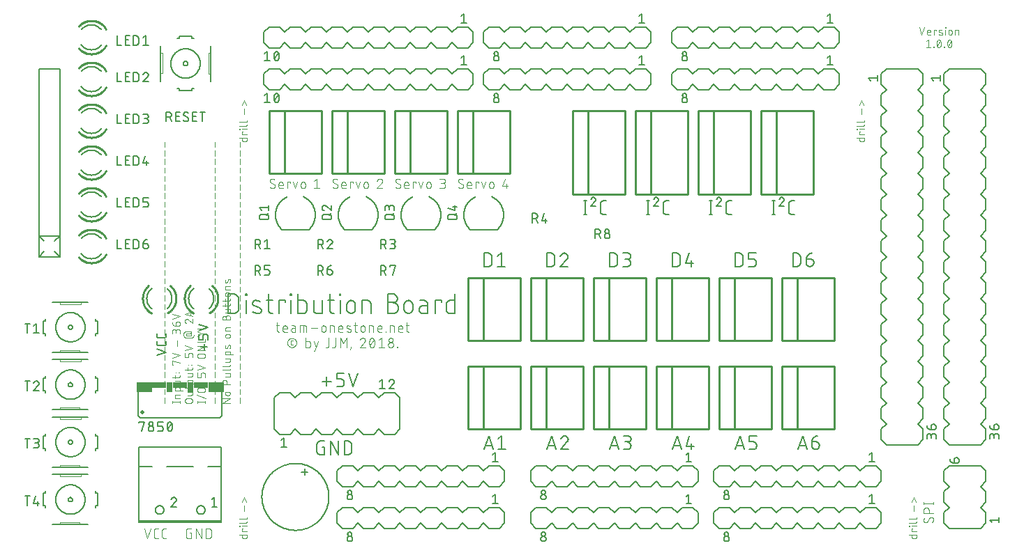
<source format=gbr>
G04 EAGLE Gerber RS-274X export*
G75*
%MOMM*%
%FSLAX34Y34*%
%LPD*%
%INSilkscreen Top*%
%IPPOS*%
%AMOC8*
5,1,8,0,0,1.08239X$1,22.5*%
G01*
%ADD10C,0.101600*%
%ADD11C,0.152400*%
%ADD12C,0.203200*%
%ADD13C,0.076200*%
%ADD14C,0.127000*%
%ADD15C,0.254000*%
%ADD16C,0.508000*%
%ADD17R,1.905000X1.270000*%
%ADD18R,1.778000X0.762000*%
%ADD19R,0.762000X1.270000*%
%ADD20C,0.050800*%


D10*
X309203Y432308D02*
X309302Y432310D01*
X309402Y432316D01*
X309501Y432325D01*
X309599Y432338D01*
X309697Y432355D01*
X309795Y432376D01*
X309891Y432401D01*
X309986Y432429D01*
X310080Y432461D01*
X310173Y432496D01*
X310265Y432535D01*
X310355Y432578D01*
X310443Y432623D01*
X310530Y432673D01*
X310614Y432725D01*
X310697Y432781D01*
X310777Y432839D01*
X310855Y432901D01*
X310930Y432966D01*
X311003Y433034D01*
X311073Y433104D01*
X311141Y433177D01*
X311206Y433252D01*
X311268Y433330D01*
X311326Y433410D01*
X311382Y433493D01*
X311434Y433577D01*
X311484Y433664D01*
X311529Y433752D01*
X311572Y433842D01*
X311611Y433934D01*
X311646Y434027D01*
X311678Y434121D01*
X311706Y434216D01*
X311731Y434312D01*
X311752Y434410D01*
X311769Y434508D01*
X311782Y434606D01*
X311791Y434705D01*
X311797Y434805D01*
X311799Y434904D01*
X309203Y432308D02*
X309059Y432310D01*
X308914Y432316D01*
X308770Y432325D01*
X308627Y432338D01*
X308483Y432355D01*
X308340Y432376D01*
X308198Y432401D01*
X308057Y432429D01*
X307916Y432461D01*
X307776Y432497D01*
X307637Y432536D01*
X307499Y432579D01*
X307363Y432626D01*
X307227Y432676D01*
X307093Y432730D01*
X306961Y432787D01*
X306830Y432848D01*
X306701Y432912D01*
X306573Y432980D01*
X306447Y433050D01*
X306323Y433125D01*
X306202Y433202D01*
X306082Y433283D01*
X305964Y433366D01*
X305849Y433453D01*
X305736Y433543D01*
X305625Y433636D01*
X305517Y433731D01*
X305411Y433830D01*
X305308Y433931D01*
X305633Y441396D02*
X305635Y441495D01*
X305641Y441595D01*
X305650Y441694D01*
X305663Y441792D01*
X305680Y441890D01*
X305701Y441988D01*
X305726Y442084D01*
X305754Y442179D01*
X305786Y442273D01*
X305821Y442366D01*
X305860Y442458D01*
X305903Y442548D01*
X305948Y442636D01*
X305998Y442723D01*
X306050Y442807D01*
X306106Y442890D01*
X306164Y442970D01*
X306226Y443048D01*
X306291Y443123D01*
X306359Y443196D01*
X306429Y443266D01*
X306502Y443334D01*
X306577Y443399D01*
X306655Y443461D01*
X306735Y443519D01*
X306818Y443575D01*
X306902Y443627D01*
X306989Y443677D01*
X307077Y443722D01*
X307167Y443765D01*
X307259Y443804D01*
X307352Y443839D01*
X307446Y443871D01*
X307541Y443899D01*
X307638Y443924D01*
X307735Y443945D01*
X307833Y443962D01*
X307931Y443975D01*
X308030Y443984D01*
X308130Y443990D01*
X308229Y443992D01*
X308365Y443990D01*
X308501Y443984D01*
X308637Y443975D01*
X308773Y443962D01*
X308908Y443944D01*
X309042Y443924D01*
X309176Y443899D01*
X309310Y443871D01*
X309442Y443838D01*
X309573Y443803D01*
X309704Y443763D01*
X309833Y443720D01*
X309961Y443674D01*
X310087Y443623D01*
X310213Y443570D01*
X310336Y443512D01*
X310458Y443452D01*
X310578Y443388D01*
X310697Y443320D01*
X310813Y443250D01*
X310927Y443176D01*
X311040Y443099D01*
X311150Y443018D01*
X306931Y439124D02*
X306845Y439177D01*
X306761Y439234D01*
X306679Y439293D01*
X306599Y439356D01*
X306522Y439422D01*
X306447Y439490D01*
X306375Y439562D01*
X306306Y439636D01*
X306240Y439713D01*
X306177Y439792D01*
X306117Y439874D01*
X306060Y439958D01*
X306006Y440044D01*
X305956Y440132D01*
X305909Y440222D01*
X305865Y440313D01*
X305826Y440407D01*
X305789Y440501D01*
X305757Y440597D01*
X305728Y440695D01*
X305703Y440793D01*
X305682Y440892D01*
X305664Y440992D01*
X305651Y441092D01*
X305641Y441193D01*
X305635Y441295D01*
X305633Y441396D01*
X310501Y437176D02*
X310587Y437123D01*
X310671Y437066D01*
X310753Y437007D01*
X310833Y436944D01*
X310910Y436878D01*
X310985Y436810D01*
X311057Y436738D01*
X311126Y436664D01*
X311192Y436587D01*
X311255Y436508D01*
X311315Y436426D01*
X311372Y436342D01*
X311426Y436256D01*
X311476Y436168D01*
X311523Y436078D01*
X311567Y435987D01*
X311606Y435893D01*
X311643Y435799D01*
X311675Y435703D01*
X311704Y435605D01*
X311729Y435507D01*
X311750Y435408D01*
X311768Y435308D01*
X311781Y435208D01*
X311791Y435107D01*
X311797Y435005D01*
X311799Y434904D01*
X310501Y437176D02*
X306931Y439124D01*
X318191Y432308D02*
X321437Y432308D01*
X318191Y432308D02*
X318104Y432310D01*
X318016Y432316D01*
X317930Y432326D01*
X317843Y432339D01*
X317758Y432357D01*
X317673Y432378D01*
X317589Y432403D01*
X317507Y432432D01*
X317426Y432465D01*
X317346Y432501D01*
X317268Y432540D01*
X317192Y432584D01*
X317118Y432630D01*
X317047Y432680D01*
X316977Y432733D01*
X316910Y432789D01*
X316846Y432848D01*
X316784Y432910D01*
X316725Y432974D01*
X316669Y433041D01*
X316616Y433111D01*
X316566Y433182D01*
X316520Y433256D01*
X316476Y433332D01*
X316437Y433410D01*
X316401Y433490D01*
X316368Y433571D01*
X316339Y433653D01*
X316314Y433737D01*
X316293Y433822D01*
X316275Y433907D01*
X316262Y433994D01*
X316252Y434080D01*
X316246Y434168D01*
X316244Y434255D01*
X316244Y437501D01*
X316245Y437501D02*
X316247Y437602D01*
X316253Y437702D01*
X316263Y437802D01*
X316276Y437902D01*
X316294Y438001D01*
X316315Y438100D01*
X316340Y438197D01*
X316369Y438294D01*
X316402Y438389D01*
X316438Y438483D01*
X316478Y438575D01*
X316521Y438666D01*
X316568Y438755D01*
X316618Y438842D01*
X316672Y438928D01*
X316729Y439011D01*
X316789Y439091D01*
X316852Y439170D01*
X316919Y439246D01*
X316988Y439319D01*
X317060Y439389D01*
X317134Y439457D01*
X317211Y439522D01*
X317291Y439583D01*
X317373Y439642D01*
X317457Y439697D01*
X317543Y439749D01*
X317631Y439798D01*
X317721Y439843D01*
X317813Y439885D01*
X317906Y439923D01*
X318001Y439957D01*
X318096Y439988D01*
X318193Y440015D01*
X318291Y440038D01*
X318390Y440058D01*
X318490Y440073D01*
X318590Y440085D01*
X318690Y440093D01*
X318791Y440097D01*
X318891Y440097D01*
X318992Y440093D01*
X319092Y440085D01*
X319192Y440073D01*
X319292Y440058D01*
X319391Y440038D01*
X319489Y440015D01*
X319586Y439988D01*
X319681Y439957D01*
X319776Y439923D01*
X319869Y439885D01*
X319961Y439843D01*
X320051Y439798D01*
X320139Y439749D01*
X320225Y439697D01*
X320309Y439642D01*
X320391Y439583D01*
X320471Y439522D01*
X320548Y439457D01*
X320622Y439389D01*
X320694Y439319D01*
X320763Y439246D01*
X320830Y439170D01*
X320893Y439091D01*
X320953Y439011D01*
X321010Y438928D01*
X321064Y438842D01*
X321114Y438755D01*
X321161Y438666D01*
X321204Y438575D01*
X321244Y438483D01*
X321280Y438389D01*
X321313Y438294D01*
X321342Y438197D01*
X321367Y438100D01*
X321388Y438001D01*
X321406Y437902D01*
X321419Y437802D01*
X321429Y437702D01*
X321435Y437602D01*
X321437Y437501D01*
X321437Y436203D01*
X316244Y436203D01*
X326598Y432308D02*
X326598Y440097D01*
X330492Y440097D01*
X330492Y438799D01*
X333770Y440097D02*
X336367Y432308D01*
X338963Y440097D01*
X343295Y437501D02*
X343295Y434904D01*
X343296Y437501D02*
X343298Y437602D01*
X343304Y437702D01*
X343314Y437802D01*
X343327Y437902D01*
X343345Y438001D01*
X343366Y438100D01*
X343391Y438197D01*
X343420Y438294D01*
X343453Y438389D01*
X343489Y438483D01*
X343529Y438575D01*
X343572Y438666D01*
X343619Y438755D01*
X343669Y438842D01*
X343723Y438928D01*
X343780Y439011D01*
X343840Y439091D01*
X343903Y439170D01*
X343970Y439246D01*
X344039Y439319D01*
X344111Y439389D01*
X344185Y439457D01*
X344262Y439522D01*
X344342Y439583D01*
X344424Y439642D01*
X344508Y439697D01*
X344594Y439749D01*
X344682Y439798D01*
X344772Y439843D01*
X344864Y439885D01*
X344957Y439923D01*
X345052Y439957D01*
X345147Y439988D01*
X345244Y440015D01*
X345342Y440038D01*
X345441Y440058D01*
X345541Y440073D01*
X345641Y440085D01*
X345741Y440093D01*
X345842Y440097D01*
X345942Y440097D01*
X346043Y440093D01*
X346143Y440085D01*
X346243Y440073D01*
X346343Y440058D01*
X346442Y440038D01*
X346540Y440015D01*
X346637Y439988D01*
X346732Y439957D01*
X346827Y439923D01*
X346920Y439885D01*
X347012Y439843D01*
X347102Y439798D01*
X347190Y439749D01*
X347276Y439697D01*
X347360Y439642D01*
X347442Y439583D01*
X347522Y439522D01*
X347599Y439457D01*
X347673Y439389D01*
X347745Y439319D01*
X347814Y439246D01*
X347881Y439170D01*
X347944Y439091D01*
X348004Y439011D01*
X348061Y438928D01*
X348115Y438842D01*
X348165Y438755D01*
X348212Y438666D01*
X348255Y438575D01*
X348295Y438483D01*
X348331Y438389D01*
X348364Y438294D01*
X348393Y438197D01*
X348418Y438100D01*
X348439Y438001D01*
X348457Y437902D01*
X348470Y437802D01*
X348480Y437702D01*
X348486Y437602D01*
X348488Y437501D01*
X348488Y434904D01*
X348486Y434803D01*
X348480Y434703D01*
X348470Y434603D01*
X348457Y434503D01*
X348439Y434404D01*
X348418Y434305D01*
X348393Y434208D01*
X348364Y434111D01*
X348331Y434016D01*
X348295Y433922D01*
X348255Y433830D01*
X348212Y433739D01*
X348165Y433650D01*
X348115Y433563D01*
X348061Y433477D01*
X348004Y433394D01*
X347944Y433314D01*
X347881Y433235D01*
X347814Y433159D01*
X347745Y433086D01*
X347673Y433016D01*
X347599Y432948D01*
X347522Y432883D01*
X347442Y432822D01*
X347360Y432763D01*
X347276Y432708D01*
X347190Y432656D01*
X347102Y432607D01*
X347012Y432562D01*
X346920Y432520D01*
X346827Y432482D01*
X346732Y432448D01*
X346637Y432417D01*
X346540Y432390D01*
X346442Y432367D01*
X346343Y432347D01*
X346243Y432332D01*
X346143Y432320D01*
X346043Y432312D01*
X345942Y432308D01*
X345842Y432308D01*
X345741Y432312D01*
X345641Y432320D01*
X345541Y432332D01*
X345441Y432347D01*
X345342Y432367D01*
X345244Y432390D01*
X345147Y432417D01*
X345052Y432448D01*
X344957Y432482D01*
X344864Y432520D01*
X344772Y432562D01*
X344682Y432607D01*
X344594Y432656D01*
X344508Y432708D01*
X344424Y432763D01*
X344342Y432822D01*
X344262Y432883D01*
X344185Y432948D01*
X344111Y433016D01*
X344039Y433086D01*
X343970Y433159D01*
X343903Y433235D01*
X343840Y433314D01*
X343780Y433394D01*
X343723Y433477D01*
X343669Y433563D01*
X343619Y433650D01*
X343572Y433739D01*
X343529Y433830D01*
X343489Y433922D01*
X343453Y434016D01*
X343420Y434111D01*
X343391Y434208D01*
X343366Y434305D01*
X343345Y434404D01*
X343327Y434503D01*
X343314Y434603D01*
X343304Y434703D01*
X343298Y434803D01*
X343296Y434904D01*
X359410Y441396D02*
X362656Y443992D01*
X362656Y432308D01*
X365901Y432308D02*
X359410Y432308D01*
X385403Y432308D02*
X385502Y432310D01*
X385602Y432316D01*
X385701Y432325D01*
X385799Y432338D01*
X385897Y432355D01*
X385995Y432376D01*
X386091Y432401D01*
X386186Y432429D01*
X386280Y432461D01*
X386373Y432496D01*
X386465Y432535D01*
X386555Y432578D01*
X386643Y432623D01*
X386730Y432673D01*
X386814Y432725D01*
X386897Y432781D01*
X386977Y432839D01*
X387055Y432901D01*
X387130Y432966D01*
X387203Y433034D01*
X387273Y433104D01*
X387341Y433177D01*
X387406Y433252D01*
X387468Y433330D01*
X387526Y433410D01*
X387582Y433493D01*
X387634Y433577D01*
X387684Y433664D01*
X387729Y433752D01*
X387772Y433842D01*
X387811Y433934D01*
X387846Y434027D01*
X387878Y434121D01*
X387906Y434216D01*
X387931Y434312D01*
X387952Y434410D01*
X387969Y434508D01*
X387982Y434606D01*
X387991Y434705D01*
X387997Y434805D01*
X387999Y434904D01*
X385403Y432308D02*
X385259Y432310D01*
X385114Y432316D01*
X384970Y432325D01*
X384827Y432338D01*
X384683Y432355D01*
X384540Y432376D01*
X384398Y432401D01*
X384257Y432429D01*
X384116Y432461D01*
X383976Y432497D01*
X383837Y432536D01*
X383699Y432579D01*
X383563Y432626D01*
X383427Y432676D01*
X383293Y432730D01*
X383161Y432787D01*
X383030Y432848D01*
X382901Y432912D01*
X382773Y432980D01*
X382647Y433050D01*
X382523Y433125D01*
X382402Y433202D01*
X382282Y433283D01*
X382164Y433366D01*
X382049Y433453D01*
X381936Y433543D01*
X381825Y433636D01*
X381717Y433731D01*
X381611Y433830D01*
X381508Y433931D01*
X381833Y441396D02*
X381835Y441495D01*
X381841Y441595D01*
X381850Y441694D01*
X381863Y441792D01*
X381880Y441890D01*
X381901Y441988D01*
X381926Y442084D01*
X381954Y442179D01*
X381986Y442273D01*
X382021Y442366D01*
X382060Y442458D01*
X382103Y442548D01*
X382148Y442636D01*
X382198Y442723D01*
X382250Y442807D01*
X382306Y442890D01*
X382364Y442970D01*
X382426Y443048D01*
X382491Y443123D01*
X382559Y443196D01*
X382629Y443266D01*
X382702Y443334D01*
X382777Y443399D01*
X382855Y443461D01*
X382935Y443519D01*
X383018Y443575D01*
X383102Y443627D01*
X383189Y443677D01*
X383277Y443722D01*
X383367Y443765D01*
X383459Y443804D01*
X383552Y443839D01*
X383646Y443871D01*
X383741Y443899D01*
X383838Y443924D01*
X383935Y443945D01*
X384033Y443962D01*
X384131Y443975D01*
X384230Y443984D01*
X384330Y443990D01*
X384429Y443992D01*
X384565Y443990D01*
X384701Y443984D01*
X384837Y443975D01*
X384973Y443962D01*
X385108Y443944D01*
X385242Y443924D01*
X385376Y443899D01*
X385510Y443871D01*
X385642Y443838D01*
X385773Y443803D01*
X385904Y443763D01*
X386033Y443720D01*
X386161Y443674D01*
X386287Y443623D01*
X386413Y443570D01*
X386536Y443512D01*
X386658Y443452D01*
X386778Y443388D01*
X386897Y443320D01*
X387013Y443250D01*
X387127Y443176D01*
X387240Y443099D01*
X387350Y443018D01*
X383131Y439124D02*
X383045Y439177D01*
X382961Y439234D01*
X382879Y439293D01*
X382799Y439356D01*
X382722Y439422D01*
X382647Y439490D01*
X382575Y439562D01*
X382506Y439636D01*
X382440Y439713D01*
X382377Y439792D01*
X382317Y439874D01*
X382260Y439958D01*
X382206Y440044D01*
X382156Y440132D01*
X382109Y440222D01*
X382065Y440313D01*
X382026Y440407D01*
X381989Y440501D01*
X381957Y440597D01*
X381928Y440695D01*
X381903Y440793D01*
X381882Y440892D01*
X381864Y440992D01*
X381851Y441092D01*
X381841Y441193D01*
X381835Y441295D01*
X381833Y441396D01*
X386701Y437176D02*
X386787Y437123D01*
X386871Y437066D01*
X386953Y437007D01*
X387033Y436944D01*
X387110Y436878D01*
X387185Y436810D01*
X387257Y436738D01*
X387326Y436664D01*
X387392Y436587D01*
X387455Y436508D01*
X387515Y436426D01*
X387572Y436342D01*
X387626Y436256D01*
X387676Y436168D01*
X387723Y436078D01*
X387767Y435987D01*
X387806Y435893D01*
X387843Y435799D01*
X387875Y435703D01*
X387904Y435605D01*
X387929Y435507D01*
X387950Y435408D01*
X387968Y435308D01*
X387981Y435208D01*
X387991Y435107D01*
X387997Y435005D01*
X387999Y434904D01*
X386701Y437176D02*
X383131Y439124D01*
X394391Y432308D02*
X397637Y432308D01*
X394391Y432308D02*
X394304Y432310D01*
X394216Y432316D01*
X394130Y432326D01*
X394043Y432339D01*
X393958Y432357D01*
X393873Y432378D01*
X393789Y432403D01*
X393707Y432432D01*
X393626Y432465D01*
X393546Y432501D01*
X393468Y432540D01*
X393392Y432584D01*
X393318Y432630D01*
X393247Y432680D01*
X393177Y432733D01*
X393110Y432789D01*
X393046Y432848D01*
X392984Y432910D01*
X392925Y432974D01*
X392869Y433041D01*
X392816Y433111D01*
X392766Y433182D01*
X392720Y433256D01*
X392676Y433332D01*
X392637Y433410D01*
X392601Y433490D01*
X392568Y433571D01*
X392539Y433653D01*
X392514Y433737D01*
X392493Y433822D01*
X392475Y433907D01*
X392462Y433994D01*
X392452Y434080D01*
X392446Y434168D01*
X392444Y434255D01*
X392444Y437501D01*
X392445Y437501D02*
X392447Y437602D01*
X392453Y437702D01*
X392463Y437802D01*
X392476Y437902D01*
X392494Y438001D01*
X392515Y438100D01*
X392540Y438197D01*
X392569Y438294D01*
X392602Y438389D01*
X392638Y438483D01*
X392678Y438575D01*
X392721Y438666D01*
X392768Y438755D01*
X392818Y438842D01*
X392872Y438928D01*
X392929Y439011D01*
X392989Y439091D01*
X393052Y439170D01*
X393119Y439246D01*
X393188Y439319D01*
X393260Y439389D01*
X393334Y439457D01*
X393411Y439522D01*
X393491Y439583D01*
X393573Y439642D01*
X393657Y439697D01*
X393743Y439749D01*
X393831Y439798D01*
X393921Y439843D01*
X394013Y439885D01*
X394106Y439923D01*
X394201Y439957D01*
X394296Y439988D01*
X394393Y440015D01*
X394491Y440038D01*
X394590Y440058D01*
X394690Y440073D01*
X394790Y440085D01*
X394890Y440093D01*
X394991Y440097D01*
X395091Y440097D01*
X395192Y440093D01*
X395292Y440085D01*
X395392Y440073D01*
X395492Y440058D01*
X395591Y440038D01*
X395689Y440015D01*
X395786Y439988D01*
X395881Y439957D01*
X395976Y439923D01*
X396069Y439885D01*
X396161Y439843D01*
X396251Y439798D01*
X396339Y439749D01*
X396425Y439697D01*
X396509Y439642D01*
X396591Y439583D01*
X396671Y439522D01*
X396748Y439457D01*
X396822Y439389D01*
X396894Y439319D01*
X396963Y439246D01*
X397030Y439170D01*
X397093Y439091D01*
X397153Y439011D01*
X397210Y438928D01*
X397264Y438842D01*
X397314Y438755D01*
X397361Y438666D01*
X397404Y438575D01*
X397444Y438483D01*
X397480Y438389D01*
X397513Y438294D01*
X397542Y438197D01*
X397567Y438100D01*
X397588Y438001D01*
X397606Y437902D01*
X397619Y437802D01*
X397629Y437702D01*
X397635Y437602D01*
X397637Y437501D01*
X397637Y436203D01*
X392444Y436203D01*
X402798Y432308D02*
X402798Y440097D01*
X406692Y440097D01*
X406692Y438799D01*
X409970Y440097D02*
X412567Y432308D01*
X415163Y440097D01*
X419495Y437501D02*
X419495Y434904D01*
X419496Y437501D02*
X419498Y437602D01*
X419504Y437702D01*
X419514Y437802D01*
X419527Y437902D01*
X419545Y438001D01*
X419566Y438100D01*
X419591Y438197D01*
X419620Y438294D01*
X419653Y438389D01*
X419689Y438483D01*
X419729Y438575D01*
X419772Y438666D01*
X419819Y438755D01*
X419869Y438842D01*
X419923Y438928D01*
X419980Y439011D01*
X420040Y439091D01*
X420103Y439170D01*
X420170Y439246D01*
X420239Y439319D01*
X420311Y439389D01*
X420385Y439457D01*
X420462Y439522D01*
X420542Y439583D01*
X420624Y439642D01*
X420708Y439697D01*
X420794Y439749D01*
X420882Y439798D01*
X420972Y439843D01*
X421064Y439885D01*
X421157Y439923D01*
X421252Y439957D01*
X421347Y439988D01*
X421444Y440015D01*
X421542Y440038D01*
X421641Y440058D01*
X421741Y440073D01*
X421841Y440085D01*
X421941Y440093D01*
X422042Y440097D01*
X422142Y440097D01*
X422243Y440093D01*
X422343Y440085D01*
X422443Y440073D01*
X422543Y440058D01*
X422642Y440038D01*
X422740Y440015D01*
X422837Y439988D01*
X422932Y439957D01*
X423027Y439923D01*
X423120Y439885D01*
X423212Y439843D01*
X423302Y439798D01*
X423390Y439749D01*
X423476Y439697D01*
X423560Y439642D01*
X423642Y439583D01*
X423722Y439522D01*
X423799Y439457D01*
X423873Y439389D01*
X423945Y439319D01*
X424014Y439246D01*
X424081Y439170D01*
X424144Y439091D01*
X424204Y439011D01*
X424261Y438928D01*
X424315Y438842D01*
X424365Y438755D01*
X424412Y438666D01*
X424455Y438575D01*
X424495Y438483D01*
X424531Y438389D01*
X424564Y438294D01*
X424593Y438197D01*
X424618Y438100D01*
X424639Y438001D01*
X424657Y437902D01*
X424670Y437802D01*
X424680Y437702D01*
X424686Y437602D01*
X424688Y437501D01*
X424688Y434904D01*
X424686Y434803D01*
X424680Y434703D01*
X424670Y434603D01*
X424657Y434503D01*
X424639Y434404D01*
X424618Y434305D01*
X424593Y434208D01*
X424564Y434111D01*
X424531Y434016D01*
X424495Y433922D01*
X424455Y433830D01*
X424412Y433739D01*
X424365Y433650D01*
X424315Y433563D01*
X424261Y433477D01*
X424204Y433394D01*
X424144Y433314D01*
X424081Y433235D01*
X424014Y433159D01*
X423945Y433086D01*
X423873Y433016D01*
X423799Y432948D01*
X423722Y432883D01*
X423642Y432822D01*
X423560Y432763D01*
X423476Y432708D01*
X423390Y432656D01*
X423302Y432607D01*
X423212Y432562D01*
X423120Y432520D01*
X423027Y432482D01*
X422932Y432448D01*
X422837Y432417D01*
X422740Y432390D01*
X422642Y432367D01*
X422543Y432347D01*
X422443Y432332D01*
X422343Y432320D01*
X422243Y432312D01*
X422142Y432308D01*
X422042Y432308D01*
X421941Y432312D01*
X421841Y432320D01*
X421741Y432332D01*
X421641Y432347D01*
X421542Y432367D01*
X421444Y432390D01*
X421347Y432417D01*
X421252Y432448D01*
X421157Y432482D01*
X421064Y432520D01*
X420972Y432562D01*
X420882Y432607D01*
X420794Y432656D01*
X420708Y432708D01*
X420624Y432763D01*
X420542Y432822D01*
X420462Y432883D01*
X420385Y432948D01*
X420311Y433016D01*
X420239Y433086D01*
X420170Y433159D01*
X420103Y433235D01*
X420040Y433314D01*
X419980Y433394D01*
X419923Y433477D01*
X419869Y433563D01*
X419819Y433650D01*
X419772Y433739D01*
X419729Y433830D01*
X419689Y433922D01*
X419653Y434016D01*
X419620Y434111D01*
X419591Y434208D01*
X419566Y434305D01*
X419545Y434404D01*
X419527Y434503D01*
X419514Y434603D01*
X419504Y434703D01*
X419498Y434803D01*
X419496Y434904D01*
X439180Y443992D02*
X439287Y443990D01*
X439393Y443984D01*
X439499Y443974D01*
X439605Y443961D01*
X439711Y443943D01*
X439815Y443922D01*
X439919Y443897D01*
X440022Y443868D01*
X440123Y443836D01*
X440223Y443799D01*
X440322Y443759D01*
X440420Y443716D01*
X440516Y443669D01*
X440610Y443618D01*
X440702Y443564D01*
X440792Y443507D01*
X440880Y443447D01*
X440965Y443383D01*
X441048Y443316D01*
X441129Y443246D01*
X441207Y443174D01*
X441283Y443098D01*
X441355Y443020D01*
X441425Y442939D01*
X441492Y442856D01*
X441556Y442771D01*
X441616Y442683D01*
X441673Y442593D01*
X441727Y442501D01*
X441778Y442407D01*
X441825Y442311D01*
X441868Y442213D01*
X441908Y442114D01*
X441945Y442014D01*
X441977Y441913D01*
X442006Y441810D01*
X442031Y441706D01*
X442052Y441602D01*
X442070Y441496D01*
X442083Y441390D01*
X442093Y441284D01*
X442099Y441178D01*
X442101Y441071D01*
X439180Y443992D02*
X439059Y443990D01*
X438938Y443984D01*
X438818Y443974D01*
X438697Y443961D01*
X438578Y443943D01*
X438458Y443922D01*
X438340Y443897D01*
X438223Y443868D01*
X438106Y443835D01*
X437991Y443799D01*
X437877Y443758D01*
X437764Y443715D01*
X437652Y443667D01*
X437543Y443616D01*
X437435Y443561D01*
X437328Y443503D01*
X437224Y443442D01*
X437122Y443377D01*
X437022Y443309D01*
X436924Y443238D01*
X436828Y443164D01*
X436735Y443087D01*
X436645Y443006D01*
X436557Y442923D01*
X436472Y442837D01*
X436389Y442748D01*
X436310Y442657D01*
X436233Y442563D01*
X436160Y442467D01*
X436090Y442369D01*
X436023Y442268D01*
X435959Y442165D01*
X435899Y442060D01*
X435842Y441953D01*
X435788Y441845D01*
X435738Y441735D01*
X435692Y441623D01*
X435649Y441510D01*
X435610Y441395D01*
X441128Y438799D02*
X441207Y438876D01*
X441283Y438957D01*
X441356Y439040D01*
X441426Y439125D01*
X441493Y439213D01*
X441557Y439303D01*
X441617Y439395D01*
X441674Y439490D01*
X441728Y439586D01*
X441779Y439684D01*
X441826Y439784D01*
X441870Y439886D01*
X441910Y439989D01*
X441946Y440093D01*
X441978Y440199D01*
X442007Y440305D01*
X442032Y440413D01*
X442054Y440521D01*
X442071Y440631D01*
X442085Y440740D01*
X442094Y440850D01*
X442100Y440961D01*
X442102Y441071D01*
X441127Y438799D02*
X435610Y432308D01*
X442101Y432308D01*
X461603Y432308D02*
X461702Y432310D01*
X461802Y432316D01*
X461901Y432325D01*
X461999Y432338D01*
X462097Y432355D01*
X462195Y432376D01*
X462291Y432401D01*
X462386Y432429D01*
X462480Y432461D01*
X462573Y432496D01*
X462665Y432535D01*
X462755Y432578D01*
X462843Y432623D01*
X462930Y432673D01*
X463014Y432725D01*
X463097Y432781D01*
X463177Y432839D01*
X463255Y432901D01*
X463330Y432966D01*
X463403Y433034D01*
X463473Y433104D01*
X463541Y433177D01*
X463606Y433252D01*
X463668Y433330D01*
X463726Y433410D01*
X463782Y433493D01*
X463834Y433577D01*
X463884Y433664D01*
X463929Y433752D01*
X463972Y433842D01*
X464011Y433934D01*
X464046Y434027D01*
X464078Y434121D01*
X464106Y434216D01*
X464131Y434312D01*
X464152Y434410D01*
X464169Y434508D01*
X464182Y434606D01*
X464191Y434705D01*
X464197Y434805D01*
X464199Y434904D01*
X461603Y432308D02*
X461459Y432310D01*
X461314Y432316D01*
X461170Y432325D01*
X461027Y432338D01*
X460883Y432355D01*
X460740Y432376D01*
X460598Y432401D01*
X460457Y432429D01*
X460316Y432461D01*
X460176Y432497D01*
X460037Y432536D01*
X459899Y432579D01*
X459763Y432626D01*
X459627Y432676D01*
X459493Y432730D01*
X459361Y432787D01*
X459230Y432848D01*
X459101Y432912D01*
X458973Y432980D01*
X458847Y433050D01*
X458723Y433125D01*
X458602Y433202D01*
X458482Y433283D01*
X458364Y433366D01*
X458249Y433453D01*
X458136Y433543D01*
X458025Y433636D01*
X457917Y433731D01*
X457811Y433830D01*
X457708Y433931D01*
X458033Y441396D02*
X458035Y441495D01*
X458041Y441595D01*
X458050Y441694D01*
X458063Y441792D01*
X458080Y441890D01*
X458101Y441988D01*
X458126Y442084D01*
X458154Y442179D01*
X458186Y442273D01*
X458221Y442366D01*
X458260Y442458D01*
X458303Y442548D01*
X458348Y442636D01*
X458398Y442723D01*
X458450Y442807D01*
X458506Y442890D01*
X458564Y442970D01*
X458626Y443048D01*
X458691Y443123D01*
X458759Y443196D01*
X458829Y443266D01*
X458902Y443334D01*
X458977Y443399D01*
X459055Y443461D01*
X459135Y443519D01*
X459218Y443575D01*
X459302Y443627D01*
X459389Y443677D01*
X459477Y443722D01*
X459567Y443765D01*
X459659Y443804D01*
X459752Y443839D01*
X459846Y443871D01*
X459941Y443899D01*
X460038Y443924D01*
X460135Y443945D01*
X460233Y443962D01*
X460331Y443975D01*
X460430Y443984D01*
X460530Y443990D01*
X460629Y443992D01*
X460765Y443990D01*
X460901Y443984D01*
X461037Y443975D01*
X461173Y443962D01*
X461308Y443944D01*
X461442Y443924D01*
X461576Y443899D01*
X461710Y443871D01*
X461842Y443838D01*
X461973Y443803D01*
X462104Y443763D01*
X462233Y443720D01*
X462361Y443674D01*
X462487Y443623D01*
X462613Y443570D01*
X462736Y443512D01*
X462858Y443452D01*
X462978Y443388D01*
X463097Y443320D01*
X463213Y443250D01*
X463327Y443176D01*
X463440Y443099D01*
X463550Y443018D01*
X459331Y439124D02*
X459245Y439177D01*
X459161Y439234D01*
X459079Y439293D01*
X458999Y439356D01*
X458922Y439422D01*
X458847Y439490D01*
X458775Y439562D01*
X458706Y439636D01*
X458640Y439713D01*
X458577Y439792D01*
X458517Y439874D01*
X458460Y439958D01*
X458406Y440044D01*
X458356Y440132D01*
X458309Y440222D01*
X458265Y440313D01*
X458226Y440407D01*
X458189Y440501D01*
X458157Y440597D01*
X458128Y440695D01*
X458103Y440793D01*
X458082Y440892D01*
X458064Y440992D01*
X458051Y441092D01*
X458041Y441193D01*
X458035Y441295D01*
X458033Y441396D01*
X462901Y437176D02*
X462987Y437123D01*
X463071Y437066D01*
X463153Y437007D01*
X463233Y436944D01*
X463310Y436878D01*
X463385Y436810D01*
X463457Y436738D01*
X463526Y436664D01*
X463592Y436587D01*
X463655Y436508D01*
X463715Y436426D01*
X463772Y436342D01*
X463826Y436256D01*
X463876Y436168D01*
X463923Y436078D01*
X463967Y435987D01*
X464006Y435893D01*
X464043Y435799D01*
X464075Y435703D01*
X464104Y435605D01*
X464129Y435507D01*
X464150Y435408D01*
X464168Y435308D01*
X464181Y435208D01*
X464191Y435107D01*
X464197Y435005D01*
X464199Y434904D01*
X462901Y437176D02*
X459331Y439124D01*
X470591Y432308D02*
X473837Y432308D01*
X470591Y432308D02*
X470504Y432310D01*
X470416Y432316D01*
X470330Y432326D01*
X470243Y432339D01*
X470158Y432357D01*
X470073Y432378D01*
X469989Y432403D01*
X469907Y432432D01*
X469826Y432465D01*
X469746Y432501D01*
X469668Y432540D01*
X469592Y432584D01*
X469518Y432630D01*
X469447Y432680D01*
X469377Y432733D01*
X469310Y432789D01*
X469246Y432848D01*
X469184Y432910D01*
X469125Y432974D01*
X469069Y433041D01*
X469016Y433111D01*
X468966Y433182D01*
X468920Y433256D01*
X468876Y433332D01*
X468837Y433410D01*
X468801Y433490D01*
X468768Y433571D01*
X468739Y433653D01*
X468714Y433737D01*
X468693Y433822D01*
X468675Y433907D01*
X468662Y433994D01*
X468652Y434080D01*
X468646Y434168D01*
X468644Y434255D01*
X468644Y437501D01*
X468645Y437501D02*
X468647Y437602D01*
X468653Y437702D01*
X468663Y437802D01*
X468676Y437902D01*
X468694Y438001D01*
X468715Y438100D01*
X468740Y438197D01*
X468769Y438294D01*
X468802Y438389D01*
X468838Y438483D01*
X468878Y438575D01*
X468921Y438666D01*
X468968Y438755D01*
X469018Y438842D01*
X469072Y438928D01*
X469129Y439011D01*
X469189Y439091D01*
X469252Y439170D01*
X469319Y439246D01*
X469388Y439319D01*
X469460Y439389D01*
X469534Y439457D01*
X469611Y439522D01*
X469691Y439583D01*
X469773Y439642D01*
X469857Y439697D01*
X469943Y439749D01*
X470031Y439798D01*
X470121Y439843D01*
X470213Y439885D01*
X470306Y439923D01*
X470401Y439957D01*
X470496Y439988D01*
X470593Y440015D01*
X470691Y440038D01*
X470790Y440058D01*
X470890Y440073D01*
X470990Y440085D01*
X471090Y440093D01*
X471191Y440097D01*
X471291Y440097D01*
X471392Y440093D01*
X471492Y440085D01*
X471592Y440073D01*
X471692Y440058D01*
X471791Y440038D01*
X471889Y440015D01*
X471986Y439988D01*
X472081Y439957D01*
X472176Y439923D01*
X472269Y439885D01*
X472361Y439843D01*
X472451Y439798D01*
X472539Y439749D01*
X472625Y439697D01*
X472709Y439642D01*
X472791Y439583D01*
X472871Y439522D01*
X472948Y439457D01*
X473022Y439389D01*
X473094Y439319D01*
X473163Y439246D01*
X473230Y439170D01*
X473293Y439091D01*
X473353Y439011D01*
X473410Y438928D01*
X473464Y438842D01*
X473514Y438755D01*
X473561Y438666D01*
X473604Y438575D01*
X473644Y438483D01*
X473680Y438389D01*
X473713Y438294D01*
X473742Y438197D01*
X473767Y438100D01*
X473788Y438001D01*
X473806Y437902D01*
X473819Y437802D01*
X473829Y437702D01*
X473835Y437602D01*
X473837Y437501D01*
X473837Y436203D01*
X468644Y436203D01*
X478998Y432308D02*
X478998Y440097D01*
X482892Y440097D01*
X482892Y438799D01*
X486170Y440097D02*
X488767Y432308D01*
X491363Y440097D01*
X495695Y437501D02*
X495695Y434904D01*
X495696Y437501D02*
X495698Y437602D01*
X495704Y437702D01*
X495714Y437802D01*
X495727Y437902D01*
X495745Y438001D01*
X495766Y438100D01*
X495791Y438197D01*
X495820Y438294D01*
X495853Y438389D01*
X495889Y438483D01*
X495929Y438575D01*
X495972Y438666D01*
X496019Y438755D01*
X496069Y438842D01*
X496123Y438928D01*
X496180Y439011D01*
X496240Y439091D01*
X496303Y439170D01*
X496370Y439246D01*
X496439Y439319D01*
X496511Y439389D01*
X496585Y439457D01*
X496662Y439522D01*
X496742Y439583D01*
X496824Y439642D01*
X496908Y439697D01*
X496994Y439749D01*
X497082Y439798D01*
X497172Y439843D01*
X497264Y439885D01*
X497357Y439923D01*
X497452Y439957D01*
X497547Y439988D01*
X497644Y440015D01*
X497742Y440038D01*
X497841Y440058D01*
X497941Y440073D01*
X498041Y440085D01*
X498141Y440093D01*
X498242Y440097D01*
X498342Y440097D01*
X498443Y440093D01*
X498543Y440085D01*
X498643Y440073D01*
X498743Y440058D01*
X498842Y440038D01*
X498940Y440015D01*
X499037Y439988D01*
X499132Y439957D01*
X499227Y439923D01*
X499320Y439885D01*
X499412Y439843D01*
X499502Y439798D01*
X499590Y439749D01*
X499676Y439697D01*
X499760Y439642D01*
X499842Y439583D01*
X499922Y439522D01*
X499999Y439457D01*
X500073Y439389D01*
X500145Y439319D01*
X500214Y439246D01*
X500281Y439170D01*
X500344Y439091D01*
X500404Y439011D01*
X500461Y438928D01*
X500515Y438842D01*
X500565Y438755D01*
X500612Y438666D01*
X500655Y438575D01*
X500695Y438483D01*
X500731Y438389D01*
X500764Y438294D01*
X500793Y438197D01*
X500818Y438100D01*
X500839Y438001D01*
X500857Y437902D01*
X500870Y437802D01*
X500880Y437702D01*
X500886Y437602D01*
X500888Y437501D01*
X500888Y434904D01*
X500886Y434803D01*
X500880Y434703D01*
X500870Y434603D01*
X500857Y434503D01*
X500839Y434404D01*
X500818Y434305D01*
X500793Y434208D01*
X500764Y434111D01*
X500731Y434016D01*
X500695Y433922D01*
X500655Y433830D01*
X500612Y433739D01*
X500565Y433650D01*
X500515Y433563D01*
X500461Y433477D01*
X500404Y433394D01*
X500344Y433314D01*
X500281Y433235D01*
X500214Y433159D01*
X500145Y433086D01*
X500073Y433016D01*
X499999Y432948D01*
X499922Y432883D01*
X499842Y432822D01*
X499760Y432763D01*
X499676Y432708D01*
X499590Y432656D01*
X499502Y432607D01*
X499412Y432562D01*
X499320Y432520D01*
X499227Y432482D01*
X499132Y432448D01*
X499037Y432417D01*
X498940Y432390D01*
X498842Y432367D01*
X498743Y432347D01*
X498643Y432332D01*
X498543Y432320D01*
X498443Y432312D01*
X498342Y432308D01*
X498242Y432308D01*
X498141Y432312D01*
X498041Y432320D01*
X497941Y432332D01*
X497841Y432347D01*
X497742Y432367D01*
X497644Y432390D01*
X497547Y432417D01*
X497452Y432448D01*
X497357Y432482D01*
X497264Y432520D01*
X497172Y432562D01*
X497082Y432607D01*
X496994Y432656D01*
X496908Y432708D01*
X496824Y432763D01*
X496742Y432822D01*
X496662Y432883D01*
X496585Y432948D01*
X496511Y433016D01*
X496439Y433086D01*
X496370Y433159D01*
X496303Y433235D01*
X496240Y433314D01*
X496180Y433394D01*
X496123Y433477D01*
X496069Y433563D01*
X496019Y433650D01*
X495972Y433739D01*
X495929Y433830D01*
X495889Y433922D01*
X495853Y434016D01*
X495820Y434111D01*
X495791Y434208D01*
X495766Y434305D01*
X495745Y434404D01*
X495727Y434503D01*
X495714Y434603D01*
X495704Y434703D01*
X495698Y434803D01*
X495696Y434904D01*
X511810Y432308D02*
X515056Y432308D01*
X515169Y432310D01*
X515282Y432316D01*
X515395Y432326D01*
X515508Y432340D01*
X515620Y432357D01*
X515731Y432379D01*
X515841Y432404D01*
X515951Y432434D01*
X516059Y432467D01*
X516166Y432504D01*
X516272Y432544D01*
X516376Y432589D01*
X516479Y432637D01*
X516580Y432688D01*
X516679Y432743D01*
X516776Y432801D01*
X516871Y432863D01*
X516964Y432928D01*
X517054Y432996D01*
X517142Y433067D01*
X517228Y433142D01*
X517311Y433219D01*
X517391Y433299D01*
X517468Y433382D01*
X517543Y433468D01*
X517614Y433556D01*
X517682Y433646D01*
X517747Y433739D01*
X517809Y433834D01*
X517867Y433931D01*
X517922Y434030D01*
X517973Y434131D01*
X518021Y434234D01*
X518066Y434338D01*
X518106Y434444D01*
X518143Y434551D01*
X518176Y434659D01*
X518206Y434769D01*
X518231Y434879D01*
X518253Y434990D01*
X518270Y435102D01*
X518284Y435215D01*
X518294Y435328D01*
X518300Y435441D01*
X518302Y435554D01*
X518300Y435667D01*
X518294Y435780D01*
X518284Y435893D01*
X518270Y436006D01*
X518253Y436118D01*
X518231Y436229D01*
X518206Y436339D01*
X518176Y436449D01*
X518143Y436557D01*
X518106Y436664D01*
X518066Y436770D01*
X518021Y436874D01*
X517973Y436977D01*
X517922Y437078D01*
X517867Y437177D01*
X517809Y437274D01*
X517747Y437369D01*
X517682Y437462D01*
X517614Y437552D01*
X517543Y437640D01*
X517468Y437726D01*
X517391Y437809D01*
X517311Y437889D01*
X517228Y437966D01*
X517142Y438041D01*
X517054Y438112D01*
X516964Y438180D01*
X516871Y438245D01*
X516776Y438307D01*
X516679Y438365D01*
X516580Y438420D01*
X516479Y438471D01*
X516376Y438519D01*
X516272Y438564D01*
X516166Y438604D01*
X516059Y438641D01*
X515951Y438674D01*
X515841Y438704D01*
X515731Y438729D01*
X515620Y438751D01*
X515508Y438768D01*
X515395Y438782D01*
X515282Y438792D01*
X515169Y438798D01*
X515056Y438800D01*
X515705Y443992D02*
X511810Y443992D01*
X515705Y443992D02*
X515806Y443990D01*
X515906Y443984D01*
X516006Y443974D01*
X516106Y443961D01*
X516205Y443943D01*
X516304Y443922D01*
X516401Y443897D01*
X516498Y443868D01*
X516593Y443835D01*
X516687Y443799D01*
X516779Y443759D01*
X516870Y443716D01*
X516959Y443669D01*
X517046Y443619D01*
X517132Y443565D01*
X517215Y443508D01*
X517295Y443448D01*
X517374Y443385D01*
X517450Y443318D01*
X517523Y443249D01*
X517593Y443177D01*
X517661Y443103D01*
X517726Y443026D01*
X517787Y442946D01*
X517846Y442864D01*
X517901Y442780D01*
X517953Y442694D01*
X518002Y442606D01*
X518047Y442516D01*
X518089Y442424D01*
X518127Y442331D01*
X518161Y442236D01*
X518192Y442141D01*
X518219Y442044D01*
X518242Y441946D01*
X518262Y441847D01*
X518277Y441747D01*
X518289Y441647D01*
X518297Y441547D01*
X518301Y441446D01*
X518301Y441346D01*
X518297Y441245D01*
X518289Y441145D01*
X518277Y441045D01*
X518262Y440945D01*
X518242Y440846D01*
X518219Y440748D01*
X518192Y440651D01*
X518161Y440556D01*
X518127Y440461D01*
X518089Y440368D01*
X518047Y440276D01*
X518002Y440186D01*
X517953Y440098D01*
X517901Y440012D01*
X517846Y439928D01*
X517787Y439846D01*
X517726Y439766D01*
X517661Y439689D01*
X517593Y439615D01*
X517523Y439543D01*
X517450Y439474D01*
X517374Y439407D01*
X517295Y439344D01*
X517215Y439284D01*
X517132Y439227D01*
X517046Y439173D01*
X516959Y439123D01*
X516870Y439076D01*
X516779Y439033D01*
X516687Y438993D01*
X516593Y438957D01*
X516498Y438924D01*
X516401Y438895D01*
X516304Y438870D01*
X516205Y438849D01*
X516106Y438831D01*
X516006Y438818D01*
X515906Y438808D01*
X515806Y438802D01*
X515705Y438800D01*
X515705Y438799D02*
X513108Y438799D01*
X537803Y432308D02*
X537902Y432310D01*
X538002Y432316D01*
X538101Y432325D01*
X538199Y432338D01*
X538297Y432355D01*
X538395Y432376D01*
X538491Y432401D01*
X538586Y432429D01*
X538680Y432461D01*
X538773Y432496D01*
X538865Y432535D01*
X538955Y432578D01*
X539043Y432623D01*
X539130Y432673D01*
X539214Y432725D01*
X539297Y432781D01*
X539377Y432839D01*
X539455Y432901D01*
X539530Y432966D01*
X539603Y433034D01*
X539673Y433104D01*
X539741Y433177D01*
X539806Y433252D01*
X539868Y433330D01*
X539926Y433410D01*
X539982Y433493D01*
X540034Y433577D01*
X540084Y433664D01*
X540129Y433752D01*
X540172Y433842D01*
X540211Y433934D01*
X540246Y434027D01*
X540278Y434121D01*
X540306Y434216D01*
X540331Y434312D01*
X540352Y434410D01*
X540369Y434508D01*
X540382Y434606D01*
X540391Y434705D01*
X540397Y434805D01*
X540399Y434904D01*
X537803Y432308D02*
X537659Y432310D01*
X537514Y432316D01*
X537370Y432325D01*
X537227Y432338D01*
X537083Y432355D01*
X536940Y432376D01*
X536798Y432401D01*
X536657Y432429D01*
X536516Y432461D01*
X536376Y432497D01*
X536237Y432536D01*
X536099Y432579D01*
X535963Y432626D01*
X535827Y432676D01*
X535693Y432730D01*
X535561Y432787D01*
X535430Y432848D01*
X535301Y432912D01*
X535173Y432980D01*
X535047Y433050D01*
X534923Y433125D01*
X534802Y433202D01*
X534682Y433283D01*
X534564Y433366D01*
X534449Y433453D01*
X534336Y433543D01*
X534225Y433636D01*
X534117Y433731D01*
X534011Y433830D01*
X533908Y433931D01*
X534233Y441396D02*
X534235Y441495D01*
X534241Y441595D01*
X534250Y441694D01*
X534263Y441792D01*
X534280Y441890D01*
X534301Y441988D01*
X534326Y442084D01*
X534354Y442179D01*
X534386Y442273D01*
X534421Y442366D01*
X534460Y442458D01*
X534503Y442548D01*
X534548Y442636D01*
X534598Y442723D01*
X534650Y442807D01*
X534706Y442890D01*
X534764Y442970D01*
X534826Y443048D01*
X534891Y443123D01*
X534959Y443196D01*
X535029Y443266D01*
X535102Y443334D01*
X535177Y443399D01*
X535255Y443461D01*
X535335Y443519D01*
X535418Y443575D01*
X535502Y443627D01*
X535589Y443677D01*
X535677Y443722D01*
X535767Y443765D01*
X535859Y443804D01*
X535952Y443839D01*
X536046Y443871D01*
X536141Y443899D01*
X536238Y443924D01*
X536335Y443945D01*
X536433Y443962D01*
X536531Y443975D01*
X536630Y443984D01*
X536730Y443990D01*
X536829Y443992D01*
X536965Y443990D01*
X537101Y443984D01*
X537237Y443975D01*
X537373Y443962D01*
X537508Y443944D01*
X537642Y443924D01*
X537776Y443899D01*
X537910Y443871D01*
X538042Y443838D01*
X538173Y443803D01*
X538304Y443763D01*
X538433Y443720D01*
X538561Y443674D01*
X538687Y443623D01*
X538813Y443570D01*
X538936Y443512D01*
X539058Y443452D01*
X539178Y443388D01*
X539297Y443320D01*
X539413Y443250D01*
X539527Y443176D01*
X539640Y443099D01*
X539750Y443018D01*
X535531Y439124D02*
X535445Y439177D01*
X535361Y439234D01*
X535279Y439293D01*
X535199Y439356D01*
X535122Y439422D01*
X535047Y439490D01*
X534975Y439562D01*
X534906Y439636D01*
X534840Y439713D01*
X534777Y439792D01*
X534717Y439874D01*
X534660Y439958D01*
X534606Y440044D01*
X534556Y440132D01*
X534509Y440222D01*
X534465Y440313D01*
X534426Y440407D01*
X534389Y440501D01*
X534357Y440597D01*
X534328Y440695D01*
X534303Y440793D01*
X534282Y440892D01*
X534264Y440992D01*
X534251Y441092D01*
X534241Y441193D01*
X534235Y441295D01*
X534233Y441396D01*
X539101Y437176D02*
X539187Y437123D01*
X539271Y437066D01*
X539353Y437007D01*
X539433Y436944D01*
X539510Y436878D01*
X539585Y436810D01*
X539657Y436738D01*
X539726Y436664D01*
X539792Y436587D01*
X539855Y436508D01*
X539915Y436426D01*
X539972Y436342D01*
X540026Y436256D01*
X540076Y436168D01*
X540123Y436078D01*
X540167Y435987D01*
X540206Y435893D01*
X540243Y435799D01*
X540275Y435703D01*
X540304Y435605D01*
X540329Y435507D01*
X540350Y435408D01*
X540368Y435308D01*
X540381Y435208D01*
X540391Y435107D01*
X540397Y435005D01*
X540399Y434904D01*
X539101Y437176D02*
X535531Y439124D01*
X546791Y432308D02*
X550037Y432308D01*
X546791Y432308D02*
X546704Y432310D01*
X546616Y432316D01*
X546530Y432326D01*
X546443Y432339D01*
X546358Y432357D01*
X546273Y432378D01*
X546189Y432403D01*
X546107Y432432D01*
X546026Y432465D01*
X545946Y432501D01*
X545868Y432540D01*
X545792Y432584D01*
X545718Y432630D01*
X545647Y432680D01*
X545577Y432733D01*
X545510Y432789D01*
X545446Y432848D01*
X545384Y432910D01*
X545325Y432974D01*
X545269Y433041D01*
X545216Y433111D01*
X545166Y433182D01*
X545120Y433256D01*
X545076Y433332D01*
X545037Y433410D01*
X545001Y433490D01*
X544968Y433571D01*
X544939Y433653D01*
X544914Y433737D01*
X544893Y433822D01*
X544875Y433907D01*
X544862Y433994D01*
X544852Y434080D01*
X544846Y434168D01*
X544844Y434255D01*
X544844Y437501D01*
X544845Y437501D02*
X544847Y437602D01*
X544853Y437702D01*
X544863Y437802D01*
X544876Y437902D01*
X544894Y438001D01*
X544915Y438100D01*
X544940Y438197D01*
X544969Y438294D01*
X545002Y438389D01*
X545038Y438483D01*
X545078Y438575D01*
X545121Y438666D01*
X545168Y438755D01*
X545218Y438842D01*
X545272Y438928D01*
X545329Y439011D01*
X545389Y439091D01*
X545452Y439170D01*
X545519Y439246D01*
X545588Y439319D01*
X545660Y439389D01*
X545734Y439457D01*
X545811Y439522D01*
X545891Y439583D01*
X545973Y439642D01*
X546057Y439697D01*
X546143Y439749D01*
X546231Y439798D01*
X546321Y439843D01*
X546413Y439885D01*
X546506Y439923D01*
X546601Y439957D01*
X546696Y439988D01*
X546793Y440015D01*
X546891Y440038D01*
X546990Y440058D01*
X547090Y440073D01*
X547190Y440085D01*
X547290Y440093D01*
X547391Y440097D01*
X547491Y440097D01*
X547592Y440093D01*
X547692Y440085D01*
X547792Y440073D01*
X547892Y440058D01*
X547991Y440038D01*
X548089Y440015D01*
X548186Y439988D01*
X548281Y439957D01*
X548376Y439923D01*
X548469Y439885D01*
X548561Y439843D01*
X548651Y439798D01*
X548739Y439749D01*
X548825Y439697D01*
X548909Y439642D01*
X548991Y439583D01*
X549071Y439522D01*
X549148Y439457D01*
X549222Y439389D01*
X549294Y439319D01*
X549363Y439246D01*
X549430Y439170D01*
X549493Y439091D01*
X549553Y439011D01*
X549610Y438928D01*
X549664Y438842D01*
X549714Y438755D01*
X549761Y438666D01*
X549804Y438575D01*
X549844Y438483D01*
X549880Y438389D01*
X549913Y438294D01*
X549942Y438197D01*
X549967Y438100D01*
X549988Y438001D01*
X550006Y437902D01*
X550019Y437802D01*
X550029Y437702D01*
X550035Y437602D01*
X550037Y437501D01*
X550037Y436203D01*
X544844Y436203D01*
X555198Y432308D02*
X555198Y440097D01*
X559092Y440097D01*
X559092Y438799D01*
X562370Y440097D02*
X564967Y432308D01*
X567563Y440097D01*
X571895Y437501D02*
X571895Y434904D01*
X571896Y437501D02*
X571898Y437602D01*
X571904Y437702D01*
X571914Y437802D01*
X571927Y437902D01*
X571945Y438001D01*
X571966Y438100D01*
X571991Y438197D01*
X572020Y438294D01*
X572053Y438389D01*
X572089Y438483D01*
X572129Y438575D01*
X572172Y438666D01*
X572219Y438755D01*
X572269Y438842D01*
X572323Y438928D01*
X572380Y439011D01*
X572440Y439091D01*
X572503Y439170D01*
X572570Y439246D01*
X572639Y439319D01*
X572711Y439389D01*
X572785Y439457D01*
X572862Y439522D01*
X572942Y439583D01*
X573024Y439642D01*
X573108Y439697D01*
X573194Y439749D01*
X573282Y439798D01*
X573372Y439843D01*
X573464Y439885D01*
X573557Y439923D01*
X573652Y439957D01*
X573747Y439988D01*
X573844Y440015D01*
X573942Y440038D01*
X574041Y440058D01*
X574141Y440073D01*
X574241Y440085D01*
X574341Y440093D01*
X574442Y440097D01*
X574542Y440097D01*
X574643Y440093D01*
X574743Y440085D01*
X574843Y440073D01*
X574943Y440058D01*
X575042Y440038D01*
X575140Y440015D01*
X575237Y439988D01*
X575332Y439957D01*
X575427Y439923D01*
X575520Y439885D01*
X575612Y439843D01*
X575702Y439798D01*
X575790Y439749D01*
X575876Y439697D01*
X575960Y439642D01*
X576042Y439583D01*
X576122Y439522D01*
X576199Y439457D01*
X576273Y439389D01*
X576345Y439319D01*
X576414Y439246D01*
X576481Y439170D01*
X576544Y439091D01*
X576604Y439011D01*
X576661Y438928D01*
X576715Y438842D01*
X576765Y438755D01*
X576812Y438666D01*
X576855Y438575D01*
X576895Y438483D01*
X576931Y438389D01*
X576964Y438294D01*
X576993Y438197D01*
X577018Y438100D01*
X577039Y438001D01*
X577057Y437902D01*
X577070Y437802D01*
X577080Y437702D01*
X577086Y437602D01*
X577088Y437501D01*
X577088Y434904D01*
X577086Y434803D01*
X577080Y434703D01*
X577070Y434603D01*
X577057Y434503D01*
X577039Y434404D01*
X577018Y434305D01*
X576993Y434208D01*
X576964Y434111D01*
X576931Y434016D01*
X576895Y433922D01*
X576855Y433830D01*
X576812Y433739D01*
X576765Y433650D01*
X576715Y433563D01*
X576661Y433477D01*
X576604Y433394D01*
X576544Y433314D01*
X576481Y433235D01*
X576414Y433159D01*
X576345Y433086D01*
X576273Y433016D01*
X576199Y432948D01*
X576122Y432883D01*
X576042Y432822D01*
X575960Y432763D01*
X575876Y432708D01*
X575790Y432656D01*
X575702Y432607D01*
X575612Y432562D01*
X575520Y432520D01*
X575427Y432482D01*
X575332Y432448D01*
X575237Y432417D01*
X575140Y432390D01*
X575042Y432367D01*
X574943Y432347D01*
X574843Y432332D01*
X574743Y432320D01*
X574643Y432312D01*
X574542Y432308D01*
X574442Y432308D01*
X574341Y432312D01*
X574241Y432320D01*
X574141Y432332D01*
X574041Y432347D01*
X573942Y432367D01*
X573844Y432390D01*
X573747Y432417D01*
X573652Y432448D01*
X573557Y432482D01*
X573464Y432520D01*
X573372Y432562D01*
X573282Y432607D01*
X573194Y432656D01*
X573108Y432708D01*
X573024Y432763D01*
X572942Y432822D01*
X572862Y432883D01*
X572785Y432948D01*
X572711Y433016D01*
X572639Y433086D01*
X572570Y433159D01*
X572503Y433235D01*
X572440Y433314D01*
X572380Y433394D01*
X572323Y433477D01*
X572269Y433563D01*
X572219Y433650D01*
X572172Y433739D01*
X572129Y433830D01*
X572089Y433922D01*
X572053Y434016D01*
X572020Y434111D01*
X571991Y434208D01*
X571966Y434305D01*
X571945Y434404D01*
X571927Y434503D01*
X571914Y434603D01*
X571904Y434703D01*
X571898Y434803D01*
X571896Y434904D01*
X588010Y434904D02*
X590606Y443992D01*
X588010Y434904D02*
X594501Y434904D01*
X592554Y437501D02*
X592554Y432308D01*
D11*
X565912Y353568D02*
X565912Y337312D01*
X565912Y353568D02*
X570428Y353568D01*
X570559Y353566D01*
X570691Y353560D01*
X570822Y353551D01*
X570952Y353537D01*
X571083Y353520D01*
X571212Y353499D01*
X571341Y353475D01*
X571469Y353446D01*
X571597Y353414D01*
X571723Y353378D01*
X571848Y353339D01*
X571973Y353296D01*
X572095Y353249D01*
X572217Y353199D01*
X572337Y353145D01*
X572455Y353088D01*
X572571Y353027D01*
X572686Y352963D01*
X572799Y352896D01*
X572910Y352825D01*
X573018Y352751D01*
X573125Y352674D01*
X573229Y352594D01*
X573331Y352511D01*
X573430Y352426D01*
X573527Y352337D01*
X573621Y352245D01*
X573713Y352151D01*
X573802Y352054D01*
X573887Y351955D01*
X573970Y351853D01*
X574050Y351749D01*
X574127Y351642D01*
X574201Y351534D01*
X574272Y351423D01*
X574339Y351310D01*
X574403Y351195D01*
X574464Y351079D01*
X574521Y350961D01*
X574575Y350841D01*
X574625Y350719D01*
X574672Y350597D01*
X574715Y350472D01*
X574754Y350347D01*
X574790Y350221D01*
X574822Y350093D01*
X574851Y349965D01*
X574875Y349836D01*
X574896Y349707D01*
X574913Y349576D01*
X574927Y349446D01*
X574936Y349315D01*
X574942Y349183D01*
X574944Y349052D01*
X574943Y349052D02*
X574943Y341828D01*
X574944Y341828D02*
X574942Y341697D01*
X574936Y341565D01*
X574927Y341434D01*
X574913Y341304D01*
X574896Y341173D01*
X574875Y341044D01*
X574851Y340915D01*
X574822Y340787D01*
X574790Y340659D01*
X574754Y340533D01*
X574715Y340408D01*
X574672Y340283D01*
X574625Y340161D01*
X574575Y340039D01*
X574521Y339919D01*
X574464Y339801D01*
X574403Y339685D01*
X574339Y339570D01*
X574272Y339457D01*
X574201Y339346D01*
X574127Y339238D01*
X574050Y339131D01*
X573970Y339027D01*
X573887Y338925D01*
X573802Y338826D01*
X573713Y338729D01*
X573621Y338635D01*
X573527Y338543D01*
X573430Y338454D01*
X573331Y338369D01*
X573229Y338286D01*
X573125Y338206D01*
X573018Y338129D01*
X572910Y338055D01*
X572799Y337984D01*
X572686Y337917D01*
X572571Y337853D01*
X572455Y337792D01*
X572337Y337735D01*
X572217Y337681D01*
X572095Y337631D01*
X571973Y337584D01*
X571848Y337541D01*
X571723Y337502D01*
X571597Y337466D01*
X571469Y337434D01*
X571341Y337405D01*
X571212Y337381D01*
X571082Y337360D01*
X570952Y337343D01*
X570822Y337329D01*
X570691Y337320D01*
X570559Y337314D01*
X570428Y337312D01*
X565912Y337312D01*
X582064Y349956D02*
X586580Y353568D01*
X586580Y337312D01*
X591095Y337312D02*
X582064Y337312D01*
X642112Y337312D02*
X642112Y353568D01*
X646628Y353568D01*
X646759Y353566D01*
X646891Y353560D01*
X647022Y353551D01*
X647152Y353537D01*
X647283Y353520D01*
X647412Y353499D01*
X647541Y353475D01*
X647669Y353446D01*
X647797Y353414D01*
X647923Y353378D01*
X648048Y353339D01*
X648173Y353296D01*
X648295Y353249D01*
X648417Y353199D01*
X648537Y353145D01*
X648655Y353088D01*
X648771Y353027D01*
X648886Y352963D01*
X648999Y352896D01*
X649110Y352825D01*
X649218Y352751D01*
X649325Y352674D01*
X649429Y352594D01*
X649531Y352511D01*
X649630Y352426D01*
X649727Y352337D01*
X649821Y352245D01*
X649913Y352151D01*
X650002Y352054D01*
X650087Y351955D01*
X650170Y351853D01*
X650250Y351749D01*
X650327Y351642D01*
X650401Y351534D01*
X650472Y351423D01*
X650539Y351310D01*
X650603Y351195D01*
X650664Y351079D01*
X650721Y350961D01*
X650775Y350841D01*
X650825Y350719D01*
X650872Y350597D01*
X650915Y350472D01*
X650954Y350347D01*
X650990Y350221D01*
X651022Y350093D01*
X651051Y349965D01*
X651075Y349836D01*
X651096Y349707D01*
X651113Y349576D01*
X651127Y349446D01*
X651136Y349315D01*
X651142Y349183D01*
X651144Y349052D01*
X651143Y349052D02*
X651143Y341828D01*
X651144Y341828D02*
X651142Y341697D01*
X651136Y341565D01*
X651127Y341434D01*
X651113Y341304D01*
X651096Y341173D01*
X651075Y341044D01*
X651051Y340915D01*
X651022Y340787D01*
X650990Y340659D01*
X650954Y340533D01*
X650915Y340408D01*
X650872Y340283D01*
X650825Y340161D01*
X650775Y340039D01*
X650721Y339919D01*
X650664Y339801D01*
X650603Y339685D01*
X650539Y339570D01*
X650472Y339457D01*
X650401Y339346D01*
X650327Y339238D01*
X650250Y339131D01*
X650170Y339027D01*
X650087Y338925D01*
X650002Y338826D01*
X649913Y338729D01*
X649821Y338635D01*
X649727Y338543D01*
X649630Y338454D01*
X649531Y338369D01*
X649429Y338286D01*
X649325Y338206D01*
X649218Y338129D01*
X649110Y338055D01*
X648999Y337984D01*
X648886Y337917D01*
X648771Y337853D01*
X648655Y337792D01*
X648537Y337735D01*
X648417Y337681D01*
X648295Y337631D01*
X648173Y337584D01*
X648048Y337541D01*
X647923Y337502D01*
X647797Y337466D01*
X647669Y337434D01*
X647541Y337405D01*
X647412Y337381D01*
X647282Y337360D01*
X647152Y337343D01*
X647022Y337329D01*
X646891Y337320D01*
X646759Y337314D01*
X646628Y337312D01*
X642112Y337312D01*
X663231Y353568D02*
X663356Y353566D01*
X663481Y353560D01*
X663606Y353551D01*
X663730Y353537D01*
X663854Y353520D01*
X663978Y353499D01*
X664100Y353474D01*
X664222Y353445D01*
X664343Y353413D01*
X664463Y353377D01*
X664582Y353337D01*
X664699Y353294D01*
X664815Y353247D01*
X664930Y353196D01*
X665042Y353142D01*
X665154Y353084D01*
X665263Y353024D01*
X665370Y352959D01*
X665476Y352892D01*
X665579Y352821D01*
X665680Y352747D01*
X665779Y352670D01*
X665875Y352590D01*
X665969Y352507D01*
X666060Y352422D01*
X666149Y352333D01*
X666234Y352242D01*
X666317Y352148D01*
X666397Y352052D01*
X666474Y351953D01*
X666548Y351852D01*
X666619Y351749D01*
X666686Y351643D01*
X666751Y351536D01*
X666811Y351427D01*
X666869Y351315D01*
X666923Y351203D01*
X666974Y351088D01*
X667021Y350972D01*
X667064Y350855D01*
X667104Y350736D01*
X667140Y350616D01*
X667172Y350495D01*
X667201Y350373D01*
X667226Y350251D01*
X667247Y350127D01*
X667264Y350003D01*
X667278Y349879D01*
X667287Y349754D01*
X667293Y349629D01*
X667295Y349504D01*
X663231Y353568D02*
X663088Y353566D01*
X662946Y353560D01*
X662803Y353550D01*
X662661Y353537D01*
X662520Y353519D01*
X662378Y353498D01*
X662238Y353473D01*
X662098Y353444D01*
X661959Y353411D01*
X661821Y353374D01*
X661684Y353334D01*
X661549Y353290D01*
X661414Y353242D01*
X661281Y353190D01*
X661149Y353135D01*
X661019Y353076D01*
X660891Y353014D01*
X660764Y352948D01*
X660639Y352879D01*
X660516Y352807D01*
X660396Y352731D01*
X660277Y352652D01*
X660160Y352569D01*
X660046Y352484D01*
X659934Y352395D01*
X659825Y352304D01*
X659718Y352209D01*
X659613Y352112D01*
X659512Y352011D01*
X659413Y351908D01*
X659317Y351803D01*
X659224Y351694D01*
X659134Y351583D01*
X659047Y351470D01*
X658963Y351355D01*
X658883Y351237D01*
X658805Y351117D01*
X658731Y350995D01*
X658661Y350871D01*
X658593Y350745D01*
X658530Y350617D01*
X658469Y350488D01*
X658412Y350357D01*
X658359Y350225D01*
X658310Y350091D01*
X658264Y349956D01*
X665940Y346343D02*
X666034Y346435D01*
X666124Y346529D01*
X666212Y346626D01*
X666297Y346726D01*
X666379Y346828D01*
X666458Y346933D01*
X666533Y347040D01*
X666605Y347149D01*
X666674Y347260D01*
X666740Y347374D01*
X666802Y347489D01*
X666861Y347606D01*
X666916Y347725D01*
X666967Y347845D01*
X667015Y347967D01*
X667060Y348090D01*
X667100Y348214D01*
X667137Y348340D01*
X667170Y348467D01*
X667199Y348594D01*
X667225Y348723D01*
X667246Y348852D01*
X667264Y348982D01*
X667277Y349112D01*
X667287Y349242D01*
X667293Y349373D01*
X667295Y349504D01*
X665941Y346343D02*
X658264Y337312D01*
X667295Y337312D01*
X718312Y337312D02*
X718312Y353568D01*
X722828Y353568D01*
X722959Y353566D01*
X723091Y353560D01*
X723222Y353551D01*
X723352Y353537D01*
X723483Y353520D01*
X723612Y353499D01*
X723741Y353475D01*
X723869Y353446D01*
X723997Y353414D01*
X724123Y353378D01*
X724248Y353339D01*
X724373Y353296D01*
X724495Y353249D01*
X724617Y353199D01*
X724737Y353145D01*
X724855Y353088D01*
X724971Y353027D01*
X725086Y352963D01*
X725199Y352896D01*
X725310Y352825D01*
X725418Y352751D01*
X725525Y352674D01*
X725629Y352594D01*
X725731Y352511D01*
X725830Y352426D01*
X725927Y352337D01*
X726021Y352245D01*
X726113Y352151D01*
X726202Y352054D01*
X726287Y351955D01*
X726370Y351853D01*
X726450Y351749D01*
X726527Y351642D01*
X726601Y351534D01*
X726672Y351423D01*
X726739Y351310D01*
X726803Y351195D01*
X726864Y351079D01*
X726921Y350961D01*
X726975Y350841D01*
X727025Y350719D01*
X727072Y350597D01*
X727115Y350472D01*
X727154Y350347D01*
X727190Y350221D01*
X727222Y350093D01*
X727251Y349965D01*
X727275Y349836D01*
X727296Y349707D01*
X727313Y349576D01*
X727327Y349446D01*
X727336Y349315D01*
X727342Y349183D01*
X727344Y349052D01*
X727343Y349052D02*
X727343Y341828D01*
X727344Y341828D02*
X727342Y341697D01*
X727336Y341565D01*
X727327Y341434D01*
X727313Y341304D01*
X727296Y341173D01*
X727275Y341044D01*
X727251Y340915D01*
X727222Y340787D01*
X727190Y340659D01*
X727154Y340533D01*
X727115Y340408D01*
X727072Y340283D01*
X727025Y340161D01*
X726975Y340039D01*
X726921Y339919D01*
X726864Y339801D01*
X726803Y339685D01*
X726739Y339570D01*
X726672Y339457D01*
X726601Y339346D01*
X726527Y339238D01*
X726450Y339131D01*
X726370Y339027D01*
X726287Y338925D01*
X726202Y338826D01*
X726113Y338729D01*
X726021Y338635D01*
X725927Y338543D01*
X725830Y338454D01*
X725731Y338369D01*
X725629Y338286D01*
X725525Y338206D01*
X725418Y338129D01*
X725310Y338055D01*
X725199Y337984D01*
X725086Y337917D01*
X724971Y337853D01*
X724855Y337792D01*
X724737Y337735D01*
X724617Y337681D01*
X724495Y337631D01*
X724373Y337584D01*
X724248Y337541D01*
X724123Y337502D01*
X723997Y337466D01*
X723869Y337434D01*
X723741Y337405D01*
X723612Y337381D01*
X723482Y337360D01*
X723352Y337343D01*
X723222Y337329D01*
X723091Y337320D01*
X722959Y337314D01*
X722828Y337312D01*
X718312Y337312D01*
X734464Y337312D02*
X738980Y337312D01*
X739113Y337314D01*
X739245Y337320D01*
X739377Y337330D01*
X739509Y337343D01*
X739641Y337361D01*
X739771Y337382D01*
X739902Y337407D01*
X740031Y337436D01*
X740159Y337469D01*
X740287Y337505D01*
X740413Y337545D01*
X740538Y337589D01*
X740662Y337637D01*
X740784Y337688D01*
X740905Y337743D01*
X741024Y337801D01*
X741142Y337863D01*
X741257Y337928D01*
X741371Y337997D01*
X741482Y338068D01*
X741591Y338144D01*
X741698Y338222D01*
X741803Y338303D01*
X741905Y338388D01*
X742005Y338475D01*
X742102Y338565D01*
X742197Y338658D01*
X742288Y338754D01*
X742377Y338852D01*
X742463Y338953D01*
X742546Y339057D01*
X742626Y339163D01*
X742702Y339271D01*
X742776Y339381D01*
X742846Y339494D01*
X742913Y339608D01*
X742976Y339725D01*
X743036Y339843D01*
X743093Y339963D01*
X743146Y340085D01*
X743195Y340208D01*
X743241Y340332D01*
X743283Y340458D01*
X743321Y340585D01*
X743356Y340713D01*
X743387Y340842D01*
X743414Y340971D01*
X743437Y341102D01*
X743457Y341233D01*
X743472Y341365D01*
X743484Y341497D01*
X743492Y341629D01*
X743496Y341762D01*
X743496Y341894D01*
X743492Y342027D01*
X743484Y342159D01*
X743472Y342291D01*
X743457Y342423D01*
X743437Y342554D01*
X743414Y342685D01*
X743387Y342814D01*
X743356Y342943D01*
X743321Y343071D01*
X743283Y343198D01*
X743241Y343324D01*
X743195Y343448D01*
X743146Y343571D01*
X743093Y343693D01*
X743036Y343813D01*
X742976Y343931D01*
X742913Y344048D01*
X742846Y344162D01*
X742776Y344275D01*
X742702Y344385D01*
X742626Y344493D01*
X742546Y344599D01*
X742463Y344703D01*
X742377Y344804D01*
X742288Y344902D01*
X742197Y344998D01*
X742102Y345091D01*
X742005Y345181D01*
X741905Y345268D01*
X741803Y345353D01*
X741698Y345434D01*
X741591Y345512D01*
X741482Y345588D01*
X741371Y345659D01*
X741257Y345728D01*
X741142Y345793D01*
X741024Y345855D01*
X740905Y345913D01*
X740784Y345968D01*
X740662Y346019D01*
X740538Y346067D01*
X740413Y346111D01*
X740287Y346151D01*
X740159Y346187D01*
X740031Y346220D01*
X739902Y346249D01*
X739771Y346274D01*
X739641Y346295D01*
X739509Y346313D01*
X739377Y346326D01*
X739245Y346336D01*
X739113Y346342D01*
X738980Y346344D01*
X739883Y353568D02*
X734464Y353568D01*
X739883Y353568D02*
X740002Y353566D01*
X740122Y353560D01*
X740241Y353550D01*
X740359Y353536D01*
X740478Y353519D01*
X740595Y353497D01*
X740712Y353472D01*
X740827Y353442D01*
X740942Y353409D01*
X741056Y353372D01*
X741168Y353332D01*
X741279Y353287D01*
X741388Y353239D01*
X741496Y353188D01*
X741602Y353133D01*
X741706Y353074D01*
X741808Y353012D01*
X741908Y352947D01*
X742006Y352878D01*
X742102Y352806D01*
X742195Y352731D01*
X742285Y352654D01*
X742373Y352573D01*
X742458Y352489D01*
X742540Y352402D01*
X742620Y352313D01*
X742696Y352221D01*
X742770Y352127D01*
X742840Y352030D01*
X742907Y351932D01*
X742971Y351831D01*
X743031Y351727D01*
X743088Y351622D01*
X743141Y351515D01*
X743191Y351407D01*
X743237Y351297D01*
X743279Y351185D01*
X743318Y351072D01*
X743353Y350958D01*
X743384Y350843D01*
X743412Y350726D01*
X743435Y350609D01*
X743455Y350492D01*
X743471Y350373D01*
X743483Y350254D01*
X743491Y350135D01*
X743495Y350016D01*
X743495Y349896D01*
X743491Y349777D01*
X743483Y349658D01*
X743471Y349539D01*
X743455Y349420D01*
X743435Y349303D01*
X743412Y349186D01*
X743384Y349069D01*
X743353Y348954D01*
X743318Y348840D01*
X743279Y348727D01*
X743237Y348615D01*
X743191Y348505D01*
X743141Y348397D01*
X743088Y348290D01*
X743031Y348185D01*
X742971Y348081D01*
X742907Y347980D01*
X742840Y347882D01*
X742770Y347785D01*
X742696Y347691D01*
X742620Y347599D01*
X742540Y347510D01*
X742458Y347423D01*
X742373Y347339D01*
X742285Y347258D01*
X742195Y347181D01*
X742102Y347106D01*
X742006Y347034D01*
X741908Y346965D01*
X741808Y346900D01*
X741706Y346838D01*
X741602Y346779D01*
X741496Y346724D01*
X741388Y346673D01*
X741279Y346625D01*
X741168Y346580D01*
X741056Y346540D01*
X740942Y346503D01*
X740827Y346470D01*
X740712Y346440D01*
X740595Y346415D01*
X740478Y346393D01*
X740359Y346376D01*
X740241Y346362D01*
X740122Y346352D01*
X740002Y346346D01*
X739883Y346344D01*
X739883Y346343D02*
X736271Y346343D01*
X794512Y353568D02*
X794512Y337312D01*
X794512Y353568D02*
X799028Y353568D01*
X799159Y353566D01*
X799291Y353560D01*
X799422Y353551D01*
X799552Y353537D01*
X799683Y353520D01*
X799812Y353499D01*
X799941Y353475D01*
X800069Y353446D01*
X800197Y353414D01*
X800323Y353378D01*
X800448Y353339D01*
X800573Y353296D01*
X800695Y353249D01*
X800817Y353199D01*
X800937Y353145D01*
X801055Y353088D01*
X801171Y353027D01*
X801286Y352963D01*
X801399Y352896D01*
X801510Y352825D01*
X801618Y352751D01*
X801725Y352674D01*
X801829Y352594D01*
X801931Y352511D01*
X802030Y352426D01*
X802127Y352337D01*
X802221Y352245D01*
X802313Y352151D01*
X802402Y352054D01*
X802487Y351955D01*
X802570Y351853D01*
X802650Y351749D01*
X802727Y351642D01*
X802801Y351534D01*
X802872Y351423D01*
X802939Y351310D01*
X803003Y351195D01*
X803064Y351079D01*
X803121Y350961D01*
X803175Y350841D01*
X803225Y350719D01*
X803272Y350597D01*
X803315Y350472D01*
X803354Y350347D01*
X803390Y350221D01*
X803422Y350093D01*
X803451Y349965D01*
X803475Y349836D01*
X803496Y349707D01*
X803513Y349576D01*
X803527Y349446D01*
X803536Y349315D01*
X803542Y349183D01*
X803544Y349052D01*
X803543Y349052D02*
X803543Y341828D01*
X803544Y341828D02*
X803542Y341697D01*
X803536Y341565D01*
X803527Y341434D01*
X803513Y341304D01*
X803496Y341173D01*
X803475Y341044D01*
X803451Y340915D01*
X803422Y340787D01*
X803390Y340659D01*
X803354Y340533D01*
X803315Y340408D01*
X803272Y340283D01*
X803225Y340161D01*
X803175Y340039D01*
X803121Y339919D01*
X803064Y339801D01*
X803003Y339685D01*
X802939Y339570D01*
X802872Y339457D01*
X802801Y339346D01*
X802727Y339238D01*
X802650Y339131D01*
X802570Y339027D01*
X802487Y338925D01*
X802402Y338826D01*
X802313Y338729D01*
X802221Y338635D01*
X802127Y338543D01*
X802030Y338454D01*
X801931Y338369D01*
X801829Y338286D01*
X801725Y338206D01*
X801618Y338129D01*
X801510Y338055D01*
X801399Y337984D01*
X801286Y337917D01*
X801171Y337853D01*
X801055Y337792D01*
X800937Y337735D01*
X800817Y337681D01*
X800695Y337631D01*
X800573Y337584D01*
X800448Y337541D01*
X800323Y337502D01*
X800197Y337466D01*
X800069Y337434D01*
X799941Y337405D01*
X799812Y337381D01*
X799682Y337360D01*
X799552Y337343D01*
X799422Y337329D01*
X799291Y337320D01*
X799159Y337314D01*
X799028Y337312D01*
X794512Y337312D01*
X810664Y340924D02*
X814277Y353568D01*
X810664Y340924D02*
X819695Y340924D01*
X816986Y344537D02*
X816986Y337312D01*
X870712Y337312D02*
X870712Y353568D01*
X875228Y353568D01*
X875359Y353566D01*
X875491Y353560D01*
X875622Y353551D01*
X875752Y353537D01*
X875883Y353520D01*
X876012Y353499D01*
X876141Y353475D01*
X876269Y353446D01*
X876397Y353414D01*
X876523Y353378D01*
X876648Y353339D01*
X876773Y353296D01*
X876895Y353249D01*
X877017Y353199D01*
X877137Y353145D01*
X877255Y353088D01*
X877371Y353027D01*
X877486Y352963D01*
X877599Y352896D01*
X877710Y352825D01*
X877818Y352751D01*
X877925Y352674D01*
X878029Y352594D01*
X878131Y352511D01*
X878230Y352426D01*
X878327Y352337D01*
X878421Y352245D01*
X878513Y352151D01*
X878602Y352054D01*
X878687Y351955D01*
X878770Y351853D01*
X878850Y351749D01*
X878927Y351642D01*
X879001Y351534D01*
X879072Y351423D01*
X879139Y351310D01*
X879203Y351195D01*
X879264Y351079D01*
X879321Y350961D01*
X879375Y350841D01*
X879425Y350719D01*
X879472Y350597D01*
X879515Y350472D01*
X879554Y350347D01*
X879590Y350221D01*
X879622Y350093D01*
X879651Y349965D01*
X879675Y349836D01*
X879696Y349707D01*
X879713Y349576D01*
X879727Y349446D01*
X879736Y349315D01*
X879742Y349183D01*
X879744Y349052D01*
X879743Y349052D02*
X879743Y341828D01*
X879744Y341828D02*
X879742Y341697D01*
X879736Y341565D01*
X879727Y341434D01*
X879713Y341304D01*
X879696Y341173D01*
X879675Y341044D01*
X879651Y340915D01*
X879622Y340787D01*
X879590Y340659D01*
X879554Y340533D01*
X879515Y340408D01*
X879472Y340283D01*
X879425Y340161D01*
X879375Y340039D01*
X879321Y339919D01*
X879264Y339801D01*
X879203Y339685D01*
X879139Y339570D01*
X879072Y339457D01*
X879001Y339346D01*
X878927Y339238D01*
X878850Y339131D01*
X878770Y339027D01*
X878687Y338925D01*
X878602Y338826D01*
X878513Y338729D01*
X878421Y338635D01*
X878327Y338543D01*
X878230Y338454D01*
X878131Y338369D01*
X878029Y338286D01*
X877925Y338206D01*
X877818Y338129D01*
X877710Y338055D01*
X877599Y337984D01*
X877486Y337917D01*
X877371Y337853D01*
X877255Y337792D01*
X877137Y337735D01*
X877017Y337681D01*
X876895Y337631D01*
X876773Y337584D01*
X876648Y337541D01*
X876523Y337502D01*
X876397Y337466D01*
X876269Y337434D01*
X876141Y337405D01*
X876012Y337381D01*
X875882Y337360D01*
X875752Y337343D01*
X875622Y337329D01*
X875491Y337320D01*
X875359Y337314D01*
X875228Y337312D01*
X870712Y337312D01*
X886864Y337312D02*
X892283Y337312D01*
X892401Y337314D01*
X892519Y337320D01*
X892637Y337329D01*
X892754Y337343D01*
X892871Y337360D01*
X892988Y337381D01*
X893103Y337406D01*
X893218Y337435D01*
X893332Y337468D01*
X893444Y337504D01*
X893555Y337544D01*
X893665Y337587D01*
X893774Y337634D01*
X893881Y337684D01*
X893986Y337739D01*
X894089Y337796D01*
X894190Y337857D01*
X894290Y337921D01*
X894387Y337988D01*
X894482Y338058D01*
X894574Y338132D01*
X894665Y338208D01*
X894752Y338288D01*
X894837Y338370D01*
X894919Y338455D01*
X894999Y338542D01*
X895075Y338633D01*
X895149Y338725D01*
X895219Y338820D01*
X895286Y338917D01*
X895350Y339017D01*
X895411Y339118D01*
X895468Y339221D01*
X895523Y339326D01*
X895573Y339433D01*
X895620Y339542D01*
X895663Y339652D01*
X895703Y339763D01*
X895739Y339875D01*
X895772Y339989D01*
X895801Y340104D01*
X895826Y340219D01*
X895847Y340336D01*
X895864Y340453D01*
X895878Y340570D01*
X895887Y340688D01*
X895893Y340806D01*
X895895Y340924D01*
X895895Y342731D01*
X895893Y342849D01*
X895887Y342967D01*
X895878Y343085D01*
X895864Y343202D01*
X895847Y343319D01*
X895826Y343436D01*
X895801Y343551D01*
X895772Y343666D01*
X895739Y343780D01*
X895703Y343892D01*
X895663Y344003D01*
X895620Y344113D01*
X895573Y344222D01*
X895523Y344329D01*
X895468Y344434D01*
X895411Y344537D01*
X895350Y344638D01*
X895286Y344738D01*
X895219Y344835D01*
X895149Y344930D01*
X895075Y345022D01*
X894999Y345113D01*
X894919Y345200D01*
X894837Y345285D01*
X894752Y345367D01*
X894665Y345447D01*
X894574Y345523D01*
X894482Y345597D01*
X894387Y345667D01*
X894290Y345734D01*
X894190Y345798D01*
X894089Y345859D01*
X893986Y345916D01*
X893881Y345971D01*
X893774Y346021D01*
X893665Y346068D01*
X893555Y346111D01*
X893444Y346151D01*
X893332Y346187D01*
X893218Y346220D01*
X893103Y346249D01*
X892988Y346274D01*
X892871Y346295D01*
X892754Y346312D01*
X892637Y346326D01*
X892519Y346335D01*
X892401Y346341D01*
X892283Y346343D01*
X886864Y346343D01*
X886864Y353568D01*
X895895Y353568D01*
X940562Y353568D02*
X940562Y337312D01*
X940562Y353568D02*
X945078Y353568D01*
X945209Y353566D01*
X945341Y353560D01*
X945472Y353551D01*
X945602Y353537D01*
X945733Y353520D01*
X945862Y353499D01*
X945991Y353475D01*
X946119Y353446D01*
X946247Y353414D01*
X946373Y353378D01*
X946498Y353339D01*
X946623Y353296D01*
X946745Y353249D01*
X946867Y353199D01*
X946987Y353145D01*
X947105Y353088D01*
X947221Y353027D01*
X947336Y352963D01*
X947449Y352896D01*
X947560Y352825D01*
X947668Y352751D01*
X947775Y352674D01*
X947879Y352594D01*
X947981Y352511D01*
X948080Y352426D01*
X948177Y352337D01*
X948271Y352245D01*
X948363Y352151D01*
X948452Y352054D01*
X948537Y351955D01*
X948620Y351853D01*
X948700Y351749D01*
X948777Y351642D01*
X948851Y351534D01*
X948922Y351423D01*
X948989Y351310D01*
X949053Y351195D01*
X949114Y351079D01*
X949171Y350961D01*
X949225Y350841D01*
X949275Y350719D01*
X949322Y350597D01*
X949365Y350472D01*
X949404Y350347D01*
X949440Y350221D01*
X949472Y350093D01*
X949501Y349965D01*
X949525Y349836D01*
X949546Y349707D01*
X949563Y349576D01*
X949577Y349446D01*
X949586Y349315D01*
X949592Y349183D01*
X949594Y349052D01*
X949593Y349052D02*
X949593Y341828D01*
X949594Y341828D02*
X949592Y341697D01*
X949586Y341565D01*
X949577Y341434D01*
X949563Y341304D01*
X949546Y341173D01*
X949525Y341044D01*
X949501Y340915D01*
X949472Y340787D01*
X949440Y340659D01*
X949404Y340533D01*
X949365Y340408D01*
X949322Y340283D01*
X949275Y340161D01*
X949225Y340039D01*
X949171Y339919D01*
X949114Y339801D01*
X949053Y339685D01*
X948989Y339570D01*
X948922Y339457D01*
X948851Y339346D01*
X948777Y339238D01*
X948700Y339131D01*
X948620Y339027D01*
X948537Y338925D01*
X948452Y338826D01*
X948363Y338729D01*
X948271Y338635D01*
X948177Y338543D01*
X948080Y338454D01*
X947981Y338369D01*
X947879Y338286D01*
X947775Y338206D01*
X947668Y338129D01*
X947560Y338055D01*
X947449Y337984D01*
X947336Y337917D01*
X947221Y337853D01*
X947105Y337792D01*
X946987Y337735D01*
X946867Y337681D01*
X946745Y337631D01*
X946623Y337584D01*
X946498Y337541D01*
X946373Y337502D01*
X946247Y337466D01*
X946119Y337434D01*
X945991Y337405D01*
X945862Y337381D01*
X945732Y337360D01*
X945602Y337343D01*
X945472Y337329D01*
X945341Y337320D01*
X945209Y337314D01*
X945078Y337312D01*
X940562Y337312D01*
X956714Y346343D02*
X962133Y346343D01*
X962251Y346341D01*
X962369Y346335D01*
X962487Y346326D01*
X962604Y346312D01*
X962721Y346295D01*
X962838Y346274D01*
X962953Y346249D01*
X963068Y346220D01*
X963182Y346187D01*
X963294Y346151D01*
X963405Y346111D01*
X963515Y346068D01*
X963624Y346021D01*
X963731Y345971D01*
X963836Y345916D01*
X963939Y345859D01*
X964040Y345798D01*
X964140Y345734D01*
X964237Y345667D01*
X964332Y345597D01*
X964424Y345523D01*
X964515Y345447D01*
X964602Y345367D01*
X964687Y345285D01*
X964769Y345200D01*
X964849Y345113D01*
X964925Y345022D01*
X964999Y344930D01*
X965069Y344835D01*
X965136Y344738D01*
X965200Y344638D01*
X965261Y344537D01*
X965318Y344434D01*
X965373Y344329D01*
X965423Y344222D01*
X965470Y344113D01*
X965513Y344003D01*
X965553Y343892D01*
X965589Y343780D01*
X965622Y343666D01*
X965651Y343551D01*
X965676Y343436D01*
X965697Y343319D01*
X965714Y343202D01*
X965728Y343085D01*
X965737Y342967D01*
X965743Y342849D01*
X965745Y342731D01*
X965745Y341828D01*
X965746Y341828D02*
X965744Y341695D01*
X965738Y341563D01*
X965728Y341431D01*
X965715Y341299D01*
X965697Y341167D01*
X965676Y341037D01*
X965651Y340906D01*
X965622Y340777D01*
X965589Y340649D01*
X965553Y340521D01*
X965513Y340395D01*
X965469Y340270D01*
X965421Y340146D01*
X965370Y340024D01*
X965315Y339903D01*
X965257Y339784D01*
X965195Y339666D01*
X965130Y339551D01*
X965061Y339437D01*
X964990Y339326D01*
X964914Y339217D01*
X964836Y339110D01*
X964755Y339005D01*
X964670Y338903D01*
X964583Y338803D01*
X964493Y338706D01*
X964400Y338611D01*
X964304Y338520D01*
X964206Y338431D01*
X964105Y338345D01*
X964001Y338262D01*
X963895Y338182D01*
X963787Y338106D01*
X963677Y338032D01*
X963564Y337962D01*
X963450Y337895D01*
X963333Y337832D01*
X963215Y337772D01*
X963095Y337715D01*
X962973Y337662D01*
X962850Y337613D01*
X962726Y337567D01*
X962600Y337525D01*
X962473Y337487D01*
X962345Y337452D01*
X962216Y337421D01*
X962087Y337394D01*
X961956Y337371D01*
X961825Y337351D01*
X961693Y337336D01*
X961561Y337324D01*
X961429Y337316D01*
X961296Y337312D01*
X961164Y337312D01*
X961031Y337316D01*
X960899Y337324D01*
X960767Y337336D01*
X960635Y337351D01*
X960504Y337371D01*
X960373Y337394D01*
X960244Y337421D01*
X960115Y337452D01*
X959987Y337487D01*
X959860Y337525D01*
X959734Y337567D01*
X959610Y337613D01*
X959487Y337662D01*
X959365Y337715D01*
X959245Y337772D01*
X959127Y337832D01*
X959010Y337895D01*
X958896Y337962D01*
X958783Y338032D01*
X958673Y338106D01*
X958565Y338182D01*
X958459Y338262D01*
X958355Y338345D01*
X958254Y338431D01*
X958156Y338520D01*
X958060Y338611D01*
X957967Y338706D01*
X957877Y338803D01*
X957790Y338903D01*
X957705Y339005D01*
X957624Y339110D01*
X957546Y339217D01*
X957470Y339326D01*
X957399Y339437D01*
X957330Y339551D01*
X957265Y339666D01*
X957203Y339784D01*
X957145Y339903D01*
X957090Y340024D01*
X957039Y340146D01*
X956991Y340270D01*
X956947Y340395D01*
X956907Y340521D01*
X956871Y340649D01*
X956838Y340777D01*
X956809Y340906D01*
X956784Y341037D01*
X956763Y341167D01*
X956745Y341299D01*
X956732Y341431D01*
X956722Y341563D01*
X956716Y341695D01*
X956714Y341828D01*
X956714Y346343D01*
X956716Y346520D01*
X956723Y346698D01*
X956734Y346875D01*
X956749Y347051D01*
X956768Y347227D01*
X956792Y347403D01*
X956820Y347578D01*
X956853Y347753D01*
X956890Y347926D01*
X956931Y348099D01*
X956976Y348270D01*
X957025Y348440D01*
X957079Y348609D01*
X957136Y348777D01*
X957198Y348943D01*
X957264Y349108D01*
X957334Y349271D01*
X957408Y349432D01*
X957485Y349591D01*
X957567Y349749D01*
X957653Y349904D01*
X957742Y350057D01*
X957835Y350208D01*
X957932Y350357D01*
X958032Y350503D01*
X958136Y350647D01*
X958243Y350788D01*
X958354Y350926D01*
X958468Y351062D01*
X958586Y351195D01*
X958706Y351325D01*
X958830Y351452D01*
X958957Y351576D01*
X959087Y351696D01*
X959220Y351814D01*
X959355Y351928D01*
X959494Y352039D01*
X959635Y352146D01*
X959779Y352250D01*
X959925Y352350D01*
X960074Y352447D01*
X960225Y352540D01*
X960378Y352629D01*
X960533Y352715D01*
X960691Y352797D01*
X960850Y352874D01*
X961011Y352948D01*
X961174Y353018D01*
X961339Y353084D01*
X961505Y353146D01*
X961673Y353203D01*
X961842Y353257D01*
X962012Y353306D01*
X962183Y353351D01*
X962356Y353392D01*
X962529Y353429D01*
X962704Y353462D01*
X962879Y353490D01*
X963055Y353514D01*
X963231Y353533D01*
X963407Y353548D01*
X963584Y353559D01*
X963762Y353566D01*
X963939Y353568D01*
X571331Y131318D02*
X565912Y115062D01*
X576749Y115062D02*
X571331Y131318D01*
X575395Y119126D02*
X567267Y119126D01*
X582446Y127706D02*
X586962Y131318D01*
X586962Y115062D01*
X591477Y115062D02*
X582446Y115062D01*
X642112Y115062D02*
X647531Y131318D01*
X652949Y115062D01*
X651595Y119126D02*
X643467Y119126D01*
X663613Y131318D02*
X663738Y131316D01*
X663863Y131310D01*
X663988Y131301D01*
X664112Y131287D01*
X664236Y131270D01*
X664360Y131249D01*
X664482Y131224D01*
X664604Y131195D01*
X664725Y131163D01*
X664845Y131127D01*
X664964Y131087D01*
X665081Y131044D01*
X665197Y130997D01*
X665312Y130946D01*
X665424Y130892D01*
X665536Y130834D01*
X665645Y130774D01*
X665752Y130709D01*
X665858Y130642D01*
X665961Y130571D01*
X666062Y130497D01*
X666161Y130420D01*
X666257Y130340D01*
X666351Y130257D01*
X666442Y130172D01*
X666531Y130083D01*
X666616Y129992D01*
X666699Y129898D01*
X666779Y129802D01*
X666856Y129703D01*
X666930Y129602D01*
X667001Y129499D01*
X667068Y129393D01*
X667133Y129286D01*
X667193Y129177D01*
X667251Y129065D01*
X667305Y128953D01*
X667356Y128838D01*
X667403Y128722D01*
X667446Y128605D01*
X667486Y128486D01*
X667522Y128366D01*
X667554Y128245D01*
X667583Y128123D01*
X667608Y128001D01*
X667629Y127877D01*
X667646Y127753D01*
X667660Y127629D01*
X667669Y127504D01*
X667675Y127379D01*
X667677Y127254D01*
X663613Y131318D02*
X663470Y131316D01*
X663328Y131310D01*
X663185Y131300D01*
X663043Y131287D01*
X662902Y131269D01*
X662760Y131248D01*
X662620Y131223D01*
X662480Y131194D01*
X662341Y131161D01*
X662203Y131124D01*
X662066Y131084D01*
X661931Y131040D01*
X661796Y130992D01*
X661663Y130940D01*
X661531Y130885D01*
X661401Y130826D01*
X661273Y130764D01*
X661146Y130698D01*
X661021Y130629D01*
X660898Y130557D01*
X660778Y130481D01*
X660659Y130402D01*
X660542Y130319D01*
X660428Y130234D01*
X660316Y130145D01*
X660207Y130054D01*
X660100Y129959D01*
X659995Y129862D01*
X659894Y129761D01*
X659795Y129658D01*
X659699Y129553D01*
X659606Y129444D01*
X659516Y129333D01*
X659429Y129220D01*
X659345Y129105D01*
X659265Y128987D01*
X659187Y128867D01*
X659113Y128745D01*
X659043Y128621D01*
X658975Y128495D01*
X658912Y128367D01*
X658851Y128238D01*
X658794Y128107D01*
X658741Y127975D01*
X658692Y127841D01*
X658646Y127706D01*
X666322Y124093D02*
X666416Y124185D01*
X666506Y124279D01*
X666594Y124376D01*
X666679Y124476D01*
X666761Y124578D01*
X666840Y124683D01*
X666915Y124790D01*
X666987Y124899D01*
X667056Y125010D01*
X667122Y125124D01*
X667184Y125239D01*
X667243Y125356D01*
X667298Y125475D01*
X667349Y125595D01*
X667397Y125717D01*
X667442Y125840D01*
X667482Y125964D01*
X667519Y126090D01*
X667552Y126217D01*
X667581Y126344D01*
X667607Y126473D01*
X667628Y126602D01*
X667646Y126732D01*
X667659Y126862D01*
X667669Y126992D01*
X667675Y127123D01*
X667677Y127254D01*
X666323Y124093D02*
X658646Y115062D01*
X667677Y115062D01*
X718312Y115062D02*
X723731Y131318D01*
X729149Y115062D01*
X727795Y119126D02*
X719667Y119126D01*
X734846Y115062D02*
X739362Y115062D01*
X739495Y115064D01*
X739627Y115070D01*
X739759Y115080D01*
X739891Y115093D01*
X740023Y115111D01*
X740153Y115132D01*
X740284Y115157D01*
X740413Y115186D01*
X740541Y115219D01*
X740669Y115255D01*
X740795Y115295D01*
X740920Y115339D01*
X741044Y115387D01*
X741166Y115438D01*
X741287Y115493D01*
X741406Y115551D01*
X741524Y115613D01*
X741639Y115678D01*
X741753Y115747D01*
X741864Y115818D01*
X741973Y115894D01*
X742080Y115972D01*
X742185Y116053D01*
X742287Y116138D01*
X742387Y116225D01*
X742484Y116315D01*
X742579Y116408D01*
X742670Y116504D01*
X742759Y116602D01*
X742845Y116703D01*
X742928Y116807D01*
X743008Y116913D01*
X743084Y117021D01*
X743158Y117131D01*
X743228Y117244D01*
X743295Y117358D01*
X743358Y117475D01*
X743418Y117593D01*
X743475Y117713D01*
X743528Y117835D01*
X743577Y117958D01*
X743623Y118082D01*
X743665Y118208D01*
X743703Y118335D01*
X743738Y118463D01*
X743769Y118592D01*
X743796Y118721D01*
X743819Y118852D01*
X743839Y118983D01*
X743854Y119115D01*
X743866Y119247D01*
X743874Y119379D01*
X743878Y119512D01*
X743878Y119644D01*
X743874Y119777D01*
X743866Y119909D01*
X743854Y120041D01*
X743839Y120173D01*
X743819Y120304D01*
X743796Y120435D01*
X743769Y120564D01*
X743738Y120693D01*
X743703Y120821D01*
X743665Y120948D01*
X743623Y121074D01*
X743577Y121198D01*
X743528Y121321D01*
X743475Y121443D01*
X743418Y121563D01*
X743358Y121681D01*
X743295Y121798D01*
X743228Y121912D01*
X743158Y122025D01*
X743084Y122135D01*
X743008Y122243D01*
X742928Y122349D01*
X742845Y122453D01*
X742759Y122554D01*
X742670Y122652D01*
X742579Y122748D01*
X742484Y122841D01*
X742387Y122931D01*
X742287Y123018D01*
X742185Y123103D01*
X742080Y123184D01*
X741973Y123262D01*
X741864Y123338D01*
X741753Y123409D01*
X741639Y123478D01*
X741524Y123543D01*
X741406Y123605D01*
X741287Y123663D01*
X741166Y123718D01*
X741044Y123769D01*
X740920Y123817D01*
X740795Y123861D01*
X740669Y123901D01*
X740541Y123937D01*
X740413Y123970D01*
X740284Y123999D01*
X740153Y124024D01*
X740023Y124045D01*
X739891Y124063D01*
X739759Y124076D01*
X739627Y124086D01*
X739495Y124092D01*
X739362Y124094D01*
X740265Y131318D02*
X734846Y131318D01*
X740265Y131318D02*
X740384Y131316D01*
X740504Y131310D01*
X740623Y131300D01*
X740741Y131286D01*
X740860Y131269D01*
X740977Y131247D01*
X741094Y131222D01*
X741209Y131192D01*
X741324Y131159D01*
X741438Y131122D01*
X741550Y131082D01*
X741661Y131037D01*
X741770Y130989D01*
X741878Y130938D01*
X741984Y130883D01*
X742088Y130824D01*
X742190Y130762D01*
X742290Y130697D01*
X742388Y130628D01*
X742484Y130556D01*
X742577Y130481D01*
X742667Y130404D01*
X742755Y130323D01*
X742840Y130239D01*
X742922Y130152D01*
X743002Y130063D01*
X743078Y129971D01*
X743152Y129877D01*
X743222Y129780D01*
X743289Y129682D01*
X743353Y129581D01*
X743413Y129477D01*
X743470Y129372D01*
X743523Y129265D01*
X743573Y129157D01*
X743619Y129047D01*
X743661Y128935D01*
X743700Y128822D01*
X743735Y128708D01*
X743766Y128593D01*
X743794Y128476D01*
X743817Y128359D01*
X743837Y128242D01*
X743853Y128123D01*
X743865Y128004D01*
X743873Y127885D01*
X743877Y127766D01*
X743877Y127646D01*
X743873Y127527D01*
X743865Y127408D01*
X743853Y127289D01*
X743837Y127170D01*
X743817Y127053D01*
X743794Y126936D01*
X743766Y126819D01*
X743735Y126704D01*
X743700Y126590D01*
X743661Y126477D01*
X743619Y126365D01*
X743573Y126255D01*
X743523Y126147D01*
X743470Y126040D01*
X743413Y125935D01*
X743353Y125831D01*
X743289Y125730D01*
X743222Y125632D01*
X743152Y125535D01*
X743078Y125441D01*
X743002Y125349D01*
X742922Y125260D01*
X742840Y125173D01*
X742755Y125089D01*
X742667Y125008D01*
X742577Y124931D01*
X742484Y124856D01*
X742388Y124784D01*
X742290Y124715D01*
X742190Y124650D01*
X742088Y124588D01*
X741984Y124529D01*
X741878Y124474D01*
X741770Y124423D01*
X741661Y124375D01*
X741550Y124330D01*
X741438Y124290D01*
X741324Y124253D01*
X741209Y124220D01*
X741094Y124190D01*
X740977Y124165D01*
X740860Y124143D01*
X740741Y124126D01*
X740623Y124112D01*
X740504Y124102D01*
X740384Y124096D01*
X740265Y124094D01*
X740265Y124093D02*
X736653Y124093D01*
X794512Y115062D02*
X799931Y131318D01*
X805349Y115062D01*
X803995Y119126D02*
X795867Y119126D01*
X811046Y118674D02*
X814659Y131318D01*
X811046Y118674D02*
X820077Y118674D01*
X817368Y122287D02*
X817368Y115062D01*
X870712Y115062D02*
X876131Y131318D01*
X881549Y115062D01*
X880195Y119126D02*
X872067Y119126D01*
X887246Y115062D02*
X892665Y115062D01*
X892783Y115064D01*
X892901Y115070D01*
X893019Y115079D01*
X893136Y115093D01*
X893253Y115110D01*
X893370Y115131D01*
X893485Y115156D01*
X893600Y115185D01*
X893714Y115218D01*
X893826Y115254D01*
X893937Y115294D01*
X894047Y115337D01*
X894156Y115384D01*
X894263Y115434D01*
X894368Y115489D01*
X894471Y115546D01*
X894572Y115607D01*
X894672Y115671D01*
X894769Y115738D01*
X894864Y115808D01*
X894956Y115882D01*
X895047Y115958D01*
X895134Y116038D01*
X895219Y116120D01*
X895301Y116205D01*
X895381Y116292D01*
X895457Y116383D01*
X895531Y116475D01*
X895601Y116570D01*
X895668Y116667D01*
X895732Y116767D01*
X895793Y116868D01*
X895850Y116971D01*
X895905Y117076D01*
X895955Y117183D01*
X896002Y117292D01*
X896045Y117402D01*
X896085Y117513D01*
X896121Y117625D01*
X896154Y117739D01*
X896183Y117854D01*
X896208Y117969D01*
X896229Y118086D01*
X896246Y118203D01*
X896260Y118320D01*
X896269Y118438D01*
X896275Y118556D01*
X896277Y118674D01*
X896277Y120481D01*
X896275Y120599D01*
X896269Y120717D01*
X896260Y120835D01*
X896246Y120952D01*
X896229Y121069D01*
X896208Y121186D01*
X896183Y121301D01*
X896154Y121416D01*
X896121Y121530D01*
X896085Y121642D01*
X896045Y121753D01*
X896002Y121863D01*
X895955Y121972D01*
X895905Y122079D01*
X895850Y122184D01*
X895793Y122287D01*
X895732Y122388D01*
X895668Y122488D01*
X895601Y122585D01*
X895531Y122680D01*
X895457Y122772D01*
X895381Y122863D01*
X895301Y122950D01*
X895219Y123035D01*
X895134Y123117D01*
X895047Y123197D01*
X894956Y123273D01*
X894864Y123347D01*
X894769Y123417D01*
X894672Y123484D01*
X894572Y123548D01*
X894471Y123609D01*
X894368Y123666D01*
X894263Y123721D01*
X894156Y123771D01*
X894047Y123818D01*
X893937Y123861D01*
X893826Y123901D01*
X893714Y123937D01*
X893600Y123970D01*
X893485Y123999D01*
X893370Y124024D01*
X893253Y124045D01*
X893136Y124062D01*
X893019Y124076D01*
X892901Y124085D01*
X892783Y124091D01*
X892665Y124093D01*
X887246Y124093D01*
X887246Y131318D01*
X896277Y131318D01*
X946912Y115062D02*
X952331Y131318D01*
X957749Y115062D01*
X956395Y119126D02*
X948267Y119126D01*
X963446Y124093D02*
X968865Y124093D01*
X968983Y124091D01*
X969101Y124085D01*
X969219Y124076D01*
X969336Y124062D01*
X969453Y124045D01*
X969570Y124024D01*
X969685Y123999D01*
X969800Y123970D01*
X969914Y123937D01*
X970026Y123901D01*
X970137Y123861D01*
X970247Y123818D01*
X970356Y123771D01*
X970463Y123721D01*
X970568Y123666D01*
X970671Y123609D01*
X970772Y123548D01*
X970872Y123484D01*
X970969Y123417D01*
X971064Y123347D01*
X971156Y123273D01*
X971247Y123197D01*
X971334Y123117D01*
X971419Y123035D01*
X971501Y122950D01*
X971581Y122863D01*
X971657Y122772D01*
X971731Y122680D01*
X971801Y122585D01*
X971868Y122488D01*
X971932Y122388D01*
X971993Y122287D01*
X972050Y122184D01*
X972105Y122079D01*
X972155Y121972D01*
X972202Y121863D01*
X972245Y121753D01*
X972285Y121642D01*
X972321Y121530D01*
X972354Y121416D01*
X972383Y121301D01*
X972408Y121186D01*
X972429Y121069D01*
X972446Y120952D01*
X972460Y120835D01*
X972469Y120717D01*
X972475Y120599D01*
X972477Y120481D01*
X972477Y119578D01*
X972478Y119578D02*
X972476Y119445D01*
X972470Y119313D01*
X972460Y119181D01*
X972447Y119049D01*
X972429Y118917D01*
X972408Y118787D01*
X972383Y118656D01*
X972354Y118527D01*
X972321Y118399D01*
X972285Y118271D01*
X972245Y118145D01*
X972201Y118020D01*
X972153Y117896D01*
X972102Y117774D01*
X972047Y117653D01*
X971989Y117534D01*
X971927Y117416D01*
X971862Y117301D01*
X971793Y117187D01*
X971722Y117076D01*
X971646Y116967D01*
X971568Y116860D01*
X971487Y116755D01*
X971402Y116653D01*
X971315Y116553D01*
X971225Y116456D01*
X971132Y116361D01*
X971036Y116270D01*
X970938Y116181D01*
X970837Y116095D01*
X970733Y116012D01*
X970627Y115932D01*
X970519Y115856D01*
X970409Y115782D01*
X970296Y115712D01*
X970182Y115645D01*
X970065Y115582D01*
X969947Y115522D01*
X969827Y115465D01*
X969705Y115412D01*
X969582Y115363D01*
X969458Y115317D01*
X969332Y115275D01*
X969205Y115237D01*
X969077Y115202D01*
X968948Y115171D01*
X968819Y115144D01*
X968688Y115121D01*
X968557Y115101D01*
X968425Y115086D01*
X968293Y115074D01*
X968161Y115066D01*
X968028Y115062D01*
X967896Y115062D01*
X967763Y115066D01*
X967631Y115074D01*
X967499Y115086D01*
X967367Y115101D01*
X967236Y115121D01*
X967105Y115144D01*
X966976Y115171D01*
X966847Y115202D01*
X966719Y115237D01*
X966592Y115275D01*
X966466Y115317D01*
X966342Y115363D01*
X966219Y115412D01*
X966097Y115465D01*
X965977Y115522D01*
X965859Y115582D01*
X965742Y115645D01*
X965628Y115712D01*
X965515Y115782D01*
X965405Y115856D01*
X965297Y115932D01*
X965191Y116012D01*
X965087Y116095D01*
X964986Y116181D01*
X964888Y116270D01*
X964792Y116361D01*
X964699Y116456D01*
X964609Y116553D01*
X964522Y116653D01*
X964437Y116755D01*
X964356Y116860D01*
X964278Y116967D01*
X964202Y117076D01*
X964131Y117187D01*
X964062Y117301D01*
X963997Y117416D01*
X963935Y117534D01*
X963877Y117653D01*
X963822Y117774D01*
X963771Y117896D01*
X963723Y118020D01*
X963679Y118145D01*
X963639Y118271D01*
X963603Y118399D01*
X963570Y118527D01*
X963541Y118656D01*
X963516Y118787D01*
X963495Y118917D01*
X963477Y119049D01*
X963464Y119181D01*
X963454Y119313D01*
X963448Y119445D01*
X963446Y119578D01*
X963446Y124093D01*
X963448Y124270D01*
X963455Y124448D01*
X963466Y124625D01*
X963481Y124801D01*
X963500Y124977D01*
X963524Y125153D01*
X963552Y125328D01*
X963585Y125503D01*
X963622Y125676D01*
X963663Y125849D01*
X963708Y126020D01*
X963757Y126190D01*
X963811Y126359D01*
X963868Y126527D01*
X963930Y126693D01*
X963996Y126858D01*
X964066Y127021D01*
X964140Y127182D01*
X964217Y127341D01*
X964299Y127499D01*
X964385Y127654D01*
X964474Y127807D01*
X964567Y127958D01*
X964664Y128107D01*
X964764Y128253D01*
X964868Y128397D01*
X964975Y128538D01*
X965086Y128676D01*
X965200Y128812D01*
X965318Y128945D01*
X965438Y129075D01*
X965562Y129202D01*
X965689Y129326D01*
X965819Y129446D01*
X965952Y129564D01*
X966087Y129678D01*
X966226Y129789D01*
X966367Y129896D01*
X966511Y130000D01*
X966657Y130100D01*
X966806Y130197D01*
X966957Y130290D01*
X967110Y130379D01*
X967265Y130465D01*
X967423Y130547D01*
X967582Y130624D01*
X967743Y130698D01*
X967906Y130768D01*
X968071Y130834D01*
X968237Y130896D01*
X968405Y130953D01*
X968574Y131007D01*
X968744Y131056D01*
X968915Y131101D01*
X969088Y131142D01*
X969261Y131179D01*
X969436Y131212D01*
X969611Y131240D01*
X969787Y131264D01*
X969963Y131283D01*
X970139Y131298D01*
X970316Y131309D01*
X970494Y131316D01*
X970671Y131318D01*
X371743Y117743D02*
X369034Y117743D01*
X371743Y117743D02*
X371743Y108712D01*
X366324Y108712D01*
X366206Y108714D01*
X366088Y108720D01*
X365970Y108729D01*
X365853Y108743D01*
X365736Y108760D01*
X365619Y108781D01*
X365504Y108806D01*
X365389Y108835D01*
X365275Y108868D01*
X365163Y108904D01*
X365052Y108944D01*
X364942Y108987D01*
X364833Y109034D01*
X364726Y109084D01*
X364621Y109139D01*
X364518Y109196D01*
X364417Y109257D01*
X364317Y109321D01*
X364220Y109388D01*
X364125Y109458D01*
X364033Y109532D01*
X363942Y109608D01*
X363855Y109688D01*
X363770Y109770D01*
X363688Y109855D01*
X363608Y109942D01*
X363532Y110033D01*
X363458Y110125D01*
X363388Y110220D01*
X363321Y110317D01*
X363257Y110417D01*
X363196Y110518D01*
X363139Y110621D01*
X363084Y110726D01*
X363034Y110833D01*
X362987Y110942D01*
X362944Y111052D01*
X362904Y111163D01*
X362868Y111275D01*
X362835Y111389D01*
X362806Y111504D01*
X362781Y111619D01*
X362760Y111736D01*
X362743Y111853D01*
X362729Y111970D01*
X362720Y112088D01*
X362714Y112206D01*
X362712Y112324D01*
X362712Y121356D01*
X362714Y121474D01*
X362720Y121592D01*
X362729Y121710D01*
X362743Y121827D01*
X362760Y121944D01*
X362781Y122061D01*
X362806Y122176D01*
X362835Y122291D01*
X362868Y122405D01*
X362904Y122517D01*
X362944Y122628D01*
X362987Y122738D01*
X363034Y122847D01*
X363084Y122954D01*
X363138Y123059D01*
X363196Y123162D01*
X363257Y123263D01*
X363321Y123363D01*
X363388Y123460D01*
X363458Y123555D01*
X363532Y123647D01*
X363608Y123738D01*
X363688Y123825D01*
X363770Y123910D01*
X363855Y123992D01*
X363942Y124072D01*
X364033Y124148D01*
X364125Y124222D01*
X364220Y124292D01*
X364317Y124359D01*
X364417Y124423D01*
X364518Y124484D01*
X364621Y124541D01*
X364726Y124595D01*
X364833Y124646D01*
X364942Y124693D01*
X365052Y124736D01*
X365163Y124776D01*
X365275Y124812D01*
X365389Y124845D01*
X365504Y124874D01*
X365619Y124899D01*
X365736Y124920D01*
X365853Y124937D01*
X365970Y124951D01*
X366088Y124960D01*
X366206Y124966D01*
X366324Y124968D01*
X371743Y124968D01*
X379385Y124968D02*
X379385Y108712D01*
X388416Y108712D02*
X379385Y124968D01*
X388416Y124968D02*
X388416Y108712D01*
X396059Y108712D02*
X396059Y124968D01*
X400574Y124968D01*
X400705Y124966D01*
X400837Y124960D01*
X400968Y124951D01*
X401098Y124937D01*
X401229Y124920D01*
X401358Y124899D01*
X401487Y124875D01*
X401615Y124846D01*
X401743Y124814D01*
X401869Y124778D01*
X401994Y124739D01*
X402119Y124696D01*
X402241Y124649D01*
X402363Y124599D01*
X402483Y124545D01*
X402601Y124488D01*
X402717Y124427D01*
X402832Y124363D01*
X402945Y124296D01*
X403056Y124225D01*
X403164Y124151D01*
X403271Y124074D01*
X403375Y123994D01*
X403477Y123911D01*
X403576Y123826D01*
X403673Y123737D01*
X403767Y123645D01*
X403859Y123551D01*
X403948Y123454D01*
X404033Y123355D01*
X404116Y123253D01*
X404196Y123149D01*
X404273Y123042D01*
X404347Y122934D01*
X404418Y122823D01*
X404485Y122710D01*
X404549Y122595D01*
X404610Y122479D01*
X404667Y122361D01*
X404721Y122241D01*
X404771Y122119D01*
X404818Y121997D01*
X404861Y121872D01*
X404900Y121747D01*
X404936Y121621D01*
X404968Y121493D01*
X404997Y121365D01*
X405021Y121236D01*
X405042Y121107D01*
X405059Y120976D01*
X405073Y120846D01*
X405082Y120715D01*
X405088Y120583D01*
X405090Y120452D01*
X405090Y113228D01*
X405088Y113097D01*
X405082Y112965D01*
X405073Y112834D01*
X405059Y112704D01*
X405042Y112573D01*
X405021Y112444D01*
X404997Y112315D01*
X404968Y112187D01*
X404936Y112059D01*
X404900Y111933D01*
X404861Y111808D01*
X404818Y111683D01*
X404771Y111561D01*
X404721Y111439D01*
X404667Y111319D01*
X404610Y111201D01*
X404549Y111085D01*
X404485Y110970D01*
X404418Y110857D01*
X404347Y110746D01*
X404273Y110638D01*
X404196Y110531D01*
X404116Y110427D01*
X404033Y110325D01*
X403948Y110226D01*
X403859Y110129D01*
X403767Y110035D01*
X403673Y109943D01*
X403576Y109854D01*
X403477Y109769D01*
X403375Y109686D01*
X403271Y109606D01*
X403164Y109529D01*
X403056Y109455D01*
X402945Y109384D01*
X402832Y109317D01*
X402717Y109253D01*
X402601Y109192D01*
X402483Y109135D01*
X402363Y109081D01*
X402241Y109031D01*
X402119Y108984D01*
X401994Y108941D01*
X401869Y108902D01*
X401743Y108866D01*
X401615Y108834D01*
X401487Y108805D01*
X401358Y108781D01*
X401228Y108760D01*
X401098Y108743D01*
X400968Y108729D01*
X400837Y108720D01*
X400705Y108714D01*
X400574Y108712D01*
X396059Y108712D01*
X379899Y197584D02*
X369062Y197584D01*
X374481Y203002D02*
X374481Y192165D01*
X386638Y191262D02*
X392057Y191262D01*
X392175Y191264D01*
X392293Y191270D01*
X392411Y191279D01*
X392528Y191293D01*
X392645Y191310D01*
X392762Y191331D01*
X392877Y191356D01*
X392992Y191385D01*
X393106Y191418D01*
X393218Y191454D01*
X393329Y191494D01*
X393439Y191537D01*
X393548Y191584D01*
X393655Y191634D01*
X393760Y191689D01*
X393863Y191746D01*
X393964Y191807D01*
X394064Y191871D01*
X394161Y191938D01*
X394256Y192008D01*
X394348Y192082D01*
X394439Y192158D01*
X394526Y192238D01*
X394611Y192320D01*
X394693Y192405D01*
X394773Y192492D01*
X394849Y192583D01*
X394923Y192675D01*
X394993Y192770D01*
X395060Y192867D01*
X395124Y192967D01*
X395185Y193068D01*
X395242Y193171D01*
X395297Y193276D01*
X395347Y193383D01*
X395394Y193492D01*
X395437Y193602D01*
X395477Y193713D01*
X395513Y193825D01*
X395546Y193939D01*
X395575Y194054D01*
X395600Y194169D01*
X395621Y194286D01*
X395638Y194403D01*
X395652Y194520D01*
X395661Y194638D01*
X395667Y194756D01*
X395669Y194874D01*
X395670Y194874D02*
X395670Y196681D01*
X395669Y196681D02*
X395667Y196799D01*
X395661Y196917D01*
X395652Y197035D01*
X395638Y197152D01*
X395621Y197269D01*
X395600Y197386D01*
X395575Y197501D01*
X395546Y197616D01*
X395513Y197730D01*
X395477Y197842D01*
X395437Y197953D01*
X395394Y198063D01*
X395347Y198172D01*
X395297Y198279D01*
X395242Y198384D01*
X395185Y198487D01*
X395124Y198588D01*
X395060Y198688D01*
X394993Y198785D01*
X394923Y198880D01*
X394849Y198972D01*
X394773Y199063D01*
X394693Y199150D01*
X394611Y199235D01*
X394526Y199317D01*
X394439Y199397D01*
X394348Y199473D01*
X394256Y199547D01*
X394161Y199617D01*
X394064Y199684D01*
X393964Y199748D01*
X393863Y199809D01*
X393760Y199866D01*
X393655Y199921D01*
X393548Y199971D01*
X393439Y200018D01*
X393329Y200061D01*
X393218Y200101D01*
X393106Y200137D01*
X392992Y200170D01*
X392877Y200199D01*
X392762Y200224D01*
X392645Y200245D01*
X392528Y200262D01*
X392411Y200276D01*
X392293Y200285D01*
X392175Y200291D01*
X392057Y200293D01*
X386638Y200293D01*
X386638Y207518D01*
X395670Y207518D01*
X401367Y207518D02*
X406785Y191262D01*
X412204Y207518D01*
D10*
X1108146Y32399D02*
X1108245Y32397D01*
X1108345Y32391D01*
X1108444Y32382D01*
X1108542Y32369D01*
X1108640Y32352D01*
X1108738Y32331D01*
X1108834Y32306D01*
X1108929Y32278D01*
X1109023Y32246D01*
X1109116Y32211D01*
X1109208Y32172D01*
X1109298Y32129D01*
X1109386Y32084D01*
X1109473Y32034D01*
X1109557Y31982D01*
X1109640Y31926D01*
X1109720Y31868D01*
X1109798Y31806D01*
X1109873Y31741D01*
X1109946Y31673D01*
X1110016Y31603D01*
X1110084Y31530D01*
X1110149Y31455D01*
X1110211Y31377D01*
X1110269Y31297D01*
X1110325Y31214D01*
X1110377Y31130D01*
X1110427Y31043D01*
X1110472Y30955D01*
X1110515Y30865D01*
X1110554Y30773D01*
X1110589Y30680D01*
X1110621Y30586D01*
X1110649Y30491D01*
X1110674Y30395D01*
X1110695Y30297D01*
X1110712Y30199D01*
X1110725Y30101D01*
X1110734Y30002D01*
X1110740Y29902D01*
X1110742Y29803D01*
X1110740Y29659D01*
X1110734Y29514D01*
X1110725Y29370D01*
X1110712Y29227D01*
X1110695Y29083D01*
X1110674Y28940D01*
X1110649Y28798D01*
X1110621Y28657D01*
X1110589Y28516D01*
X1110553Y28376D01*
X1110514Y28237D01*
X1110471Y28099D01*
X1110424Y27963D01*
X1110374Y27827D01*
X1110320Y27693D01*
X1110263Y27561D01*
X1110202Y27430D01*
X1110138Y27301D01*
X1110070Y27173D01*
X1110000Y27047D01*
X1109925Y26923D01*
X1109848Y26802D01*
X1109767Y26682D01*
X1109684Y26564D01*
X1109597Y26449D01*
X1109507Y26336D01*
X1109414Y26225D01*
X1109319Y26117D01*
X1109220Y26011D01*
X1109119Y25908D01*
X1101654Y26233D02*
X1101555Y26235D01*
X1101455Y26241D01*
X1101356Y26250D01*
X1101258Y26263D01*
X1101160Y26280D01*
X1101062Y26301D01*
X1100966Y26326D01*
X1100871Y26354D01*
X1100777Y26386D01*
X1100684Y26421D01*
X1100592Y26460D01*
X1100502Y26503D01*
X1100414Y26548D01*
X1100327Y26598D01*
X1100243Y26650D01*
X1100160Y26706D01*
X1100080Y26764D01*
X1100002Y26826D01*
X1099927Y26891D01*
X1099854Y26959D01*
X1099784Y27029D01*
X1099716Y27102D01*
X1099651Y27177D01*
X1099589Y27255D01*
X1099531Y27335D01*
X1099475Y27418D01*
X1099423Y27502D01*
X1099373Y27589D01*
X1099328Y27677D01*
X1099285Y27767D01*
X1099246Y27859D01*
X1099211Y27952D01*
X1099179Y28046D01*
X1099151Y28141D01*
X1099126Y28237D01*
X1099105Y28335D01*
X1099088Y28433D01*
X1099075Y28531D01*
X1099066Y28630D01*
X1099060Y28730D01*
X1099058Y28829D01*
X1099060Y28965D01*
X1099066Y29101D01*
X1099075Y29237D01*
X1099088Y29373D01*
X1099106Y29508D01*
X1099126Y29642D01*
X1099151Y29776D01*
X1099179Y29910D01*
X1099212Y30042D01*
X1099247Y30173D01*
X1099287Y30304D01*
X1099330Y30433D01*
X1099376Y30561D01*
X1099427Y30687D01*
X1099480Y30813D01*
X1099538Y30936D01*
X1099598Y31058D01*
X1099662Y31178D01*
X1099730Y31297D01*
X1099800Y31413D01*
X1099874Y31527D01*
X1099951Y31640D01*
X1100032Y31750D01*
X1103926Y27531D02*
X1103873Y27445D01*
X1103816Y27361D01*
X1103757Y27279D01*
X1103694Y27199D01*
X1103628Y27122D01*
X1103560Y27047D01*
X1103488Y26975D01*
X1103414Y26906D01*
X1103337Y26840D01*
X1103258Y26777D01*
X1103176Y26717D01*
X1103092Y26660D01*
X1103006Y26606D01*
X1102918Y26556D01*
X1102828Y26509D01*
X1102737Y26465D01*
X1102643Y26426D01*
X1102549Y26389D01*
X1102453Y26357D01*
X1102355Y26328D01*
X1102257Y26303D01*
X1102158Y26282D01*
X1102058Y26264D01*
X1101958Y26251D01*
X1101857Y26241D01*
X1101755Y26235D01*
X1101654Y26233D01*
X1105874Y31101D02*
X1105927Y31187D01*
X1105984Y31271D01*
X1106043Y31353D01*
X1106106Y31433D01*
X1106172Y31510D01*
X1106240Y31585D01*
X1106312Y31657D01*
X1106386Y31726D01*
X1106463Y31792D01*
X1106542Y31855D01*
X1106624Y31915D01*
X1106708Y31972D01*
X1106794Y32026D01*
X1106882Y32076D01*
X1106972Y32123D01*
X1107063Y32167D01*
X1107157Y32206D01*
X1107251Y32243D01*
X1107347Y32275D01*
X1107445Y32304D01*
X1107543Y32329D01*
X1107642Y32350D01*
X1107742Y32368D01*
X1107842Y32381D01*
X1107943Y32391D01*
X1108045Y32397D01*
X1108146Y32399D01*
X1105874Y31101D02*
X1103926Y27531D01*
X1099058Y37507D02*
X1110742Y37507D01*
X1099058Y37507D02*
X1099058Y40753D01*
X1099060Y40866D01*
X1099066Y40979D01*
X1099076Y41092D01*
X1099090Y41205D01*
X1099107Y41317D01*
X1099129Y41428D01*
X1099154Y41538D01*
X1099184Y41648D01*
X1099217Y41756D01*
X1099254Y41863D01*
X1099294Y41969D01*
X1099339Y42073D01*
X1099387Y42176D01*
X1099438Y42277D01*
X1099493Y42376D01*
X1099551Y42473D01*
X1099613Y42568D01*
X1099678Y42661D01*
X1099746Y42751D01*
X1099817Y42839D01*
X1099892Y42925D01*
X1099969Y43008D01*
X1100049Y43088D01*
X1100132Y43165D01*
X1100218Y43240D01*
X1100306Y43311D01*
X1100396Y43379D01*
X1100489Y43444D01*
X1100584Y43506D01*
X1100681Y43564D01*
X1100780Y43619D01*
X1100881Y43670D01*
X1100984Y43718D01*
X1101088Y43763D01*
X1101194Y43803D01*
X1101301Y43840D01*
X1101409Y43873D01*
X1101519Y43903D01*
X1101629Y43928D01*
X1101740Y43950D01*
X1101852Y43967D01*
X1101965Y43981D01*
X1102078Y43991D01*
X1102191Y43997D01*
X1102304Y43999D01*
X1102417Y43997D01*
X1102530Y43991D01*
X1102643Y43981D01*
X1102756Y43967D01*
X1102868Y43950D01*
X1102979Y43928D01*
X1103089Y43903D01*
X1103199Y43873D01*
X1103307Y43840D01*
X1103414Y43803D01*
X1103520Y43763D01*
X1103624Y43718D01*
X1103727Y43670D01*
X1103828Y43619D01*
X1103927Y43564D01*
X1104024Y43506D01*
X1104119Y43444D01*
X1104212Y43379D01*
X1104302Y43311D01*
X1104390Y43240D01*
X1104476Y43165D01*
X1104559Y43088D01*
X1104639Y43008D01*
X1104716Y42925D01*
X1104791Y42839D01*
X1104862Y42751D01*
X1104930Y42661D01*
X1104995Y42568D01*
X1105057Y42473D01*
X1105115Y42376D01*
X1105170Y42277D01*
X1105221Y42176D01*
X1105269Y42073D01*
X1105314Y41969D01*
X1105354Y41863D01*
X1105391Y41756D01*
X1105424Y41648D01*
X1105454Y41538D01*
X1105479Y41428D01*
X1105501Y41317D01*
X1105518Y41205D01*
X1105532Y41092D01*
X1105542Y40979D01*
X1105548Y40866D01*
X1105550Y40753D01*
X1105549Y40753D02*
X1105549Y37507D01*
X1110742Y49347D02*
X1099058Y49347D01*
X1110742Y48048D02*
X1110742Y50645D01*
X1099058Y50645D02*
X1099058Y48048D01*
X210199Y13349D02*
X208252Y13349D01*
X210199Y13349D02*
X210199Y6858D01*
X206304Y6858D01*
X206205Y6860D01*
X206105Y6866D01*
X206006Y6875D01*
X205908Y6888D01*
X205810Y6905D01*
X205712Y6926D01*
X205616Y6951D01*
X205521Y6979D01*
X205427Y7011D01*
X205334Y7046D01*
X205242Y7085D01*
X205152Y7128D01*
X205064Y7173D01*
X204977Y7223D01*
X204893Y7275D01*
X204810Y7331D01*
X204730Y7389D01*
X204652Y7451D01*
X204577Y7516D01*
X204504Y7584D01*
X204434Y7654D01*
X204366Y7727D01*
X204301Y7802D01*
X204239Y7880D01*
X204181Y7960D01*
X204125Y8043D01*
X204073Y8127D01*
X204023Y8214D01*
X203978Y8302D01*
X203935Y8392D01*
X203896Y8484D01*
X203861Y8577D01*
X203829Y8671D01*
X203801Y8766D01*
X203776Y8862D01*
X203755Y8960D01*
X203738Y9058D01*
X203725Y9156D01*
X203716Y9255D01*
X203710Y9355D01*
X203708Y9454D01*
X203708Y15946D01*
X203710Y16045D01*
X203716Y16145D01*
X203725Y16244D01*
X203738Y16342D01*
X203755Y16440D01*
X203776Y16538D01*
X203801Y16634D01*
X203829Y16729D01*
X203861Y16823D01*
X203896Y16916D01*
X203935Y17008D01*
X203978Y17098D01*
X204023Y17186D01*
X204073Y17273D01*
X204125Y17357D01*
X204181Y17440D01*
X204239Y17520D01*
X204301Y17598D01*
X204366Y17673D01*
X204434Y17746D01*
X204504Y17816D01*
X204577Y17884D01*
X204652Y17949D01*
X204730Y18011D01*
X204810Y18069D01*
X204893Y18125D01*
X204977Y18177D01*
X205064Y18227D01*
X205152Y18272D01*
X205242Y18315D01*
X205334Y18354D01*
X205426Y18389D01*
X205521Y18421D01*
X205616Y18449D01*
X205712Y18474D01*
X205810Y18495D01*
X205908Y18512D01*
X206006Y18525D01*
X206105Y18534D01*
X206205Y18540D01*
X206304Y18542D01*
X210199Y18542D01*
X215900Y18542D02*
X215900Y6858D01*
X222391Y6858D02*
X215900Y18542D01*
X222391Y18542D02*
X222391Y6858D01*
X228092Y6858D02*
X228092Y18542D01*
X231337Y18542D01*
X231450Y18540D01*
X231563Y18534D01*
X231676Y18524D01*
X231789Y18510D01*
X231901Y18493D01*
X232012Y18471D01*
X232122Y18446D01*
X232232Y18416D01*
X232340Y18383D01*
X232447Y18346D01*
X232553Y18306D01*
X232657Y18261D01*
X232760Y18213D01*
X232861Y18162D01*
X232960Y18107D01*
X233057Y18049D01*
X233152Y17987D01*
X233245Y17922D01*
X233335Y17854D01*
X233423Y17783D01*
X233509Y17708D01*
X233592Y17631D01*
X233672Y17551D01*
X233749Y17468D01*
X233824Y17382D01*
X233895Y17294D01*
X233963Y17204D01*
X234028Y17111D01*
X234090Y17016D01*
X234148Y16919D01*
X234203Y16820D01*
X234254Y16719D01*
X234302Y16616D01*
X234347Y16512D01*
X234387Y16406D01*
X234424Y16299D01*
X234457Y16191D01*
X234487Y16081D01*
X234512Y15971D01*
X234534Y15860D01*
X234551Y15748D01*
X234565Y15635D01*
X234575Y15522D01*
X234581Y15409D01*
X234583Y15296D01*
X234583Y10104D01*
X234584Y10104D02*
X234582Y9991D01*
X234576Y9878D01*
X234566Y9765D01*
X234552Y9652D01*
X234535Y9540D01*
X234513Y9429D01*
X234488Y9319D01*
X234458Y9209D01*
X234425Y9101D01*
X234388Y8994D01*
X234348Y8888D01*
X234303Y8784D01*
X234255Y8681D01*
X234204Y8580D01*
X234149Y8481D01*
X234091Y8384D01*
X234029Y8289D01*
X233964Y8196D01*
X233896Y8106D01*
X233825Y8018D01*
X233750Y7932D01*
X233673Y7849D01*
X233593Y7769D01*
X233510Y7692D01*
X233424Y7617D01*
X233336Y7546D01*
X233246Y7478D01*
X233153Y7413D01*
X233058Y7351D01*
X232961Y7293D01*
X232862Y7238D01*
X232761Y7187D01*
X232658Y7139D01*
X232554Y7094D01*
X232448Y7054D01*
X232341Y7017D01*
X232233Y6984D01*
X232123Y6954D01*
X232013Y6929D01*
X231902Y6907D01*
X231790Y6890D01*
X231677Y6876D01*
X231564Y6866D01*
X231451Y6860D01*
X231338Y6858D01*
X231337Y6858D02*
X228092Y6858D01*
X156803Y6858D02*
X152908Y18542D01*
X160697Y18542D02*
X156803Y6858D01*
X167550Y6858D02*
X170147Y6858D01*
X167550Y6858D02*
X167451Y6860D01*
X167351Y6866D01*
X167252Y6875D01*
X167154Y6888D01*
X167056Y6905D01*
X166958Y6926D01*
X166862Y6951D01*
X166767Y6979D01*
X166673Y7011D01*
X166580Y7046D01*
X166488Y7085D01*
X166398Y7128D01*
X166310Y7173D01*
X166223Y7223D01*
X166139Y7275D01*
X166056Y7331D01*
X165976Y7389D01*
X165898Y7451D01*
X165823Y7516D01*
X165750Y7584D01*
X165680Y7654D01*
X165612Y7727D01*
X165547Y7802D01*
X165485Y7880D01*
X165427Y7960D01*
X165371Y8043D01*
X165319Y8127D01*
X165269Y8214D01*
X165224Y8302D01*
X165181Y8392D01*
X165142Y8484D01*
X165107Y8577D01*
X165075Y8671D01*
X165047Y8766D01*
X165022Y8862D01*
X165001Y8960D01*
X164984Y9058D01*
X164971Y9156D01*
X164962Y9255D01*
X164956Y9355D01*
X164954Y9454D01*
X164954Y15946D01*
X164956Y16045D01*
X164962Y16145D01*
X164971Y16244D01*
X164984Y16342D01*
X165001Y16440D01*
X165022Y16538D01*
X165047Y16634D01*
X165075Y16729D01*
X165107Y16823D01*
X165142Y16916D01*
X165181Y17008D01*
X165224Y17098D01*
X165269Y17186D01*
X165319Y17273D01*
X165371Y17357D01*
X165427Y17440D01*
X165485Y17520D01*
X165547Y17598D01*
X165612Y17673D01*
X165680Y17746D01*
X165750Y17816D01*
X165823Y17884D01*
X165898Y17949D01*
X165976Y18011D01*
X166056Y18069D01*
X166139Y18125D01*
X166223Y18177D01*
X166310Y18227D01*
X166398Y18272D01*
X166488Y18315D01*
X166580Y18354D01*
X166672Y18389D01*
X166767Y18421D01*
X166862Y18449D01*
X166958Y18474D01*
X167056Y18495D01*
X167154Y18512D01*
X167252Y18525D01*
X167351Y18534D01*
X167451Y18540D01*
X167550Y18542D01*
X170147Y18542D01*
X177075Y6858D02*
X179672Y6858D01*
X177075Y6858D02*
X176976Y6860D01*
X176876Y6866D01*
X176777Y6875D01*
X176679Y6888D01*
X176581Y6905D01*
X176483Y6926D01*
X176387Y6951D01*
X176292Y6979D01*
X176198Y7011D01*
X176105Y7046D01*
X176013Y7085D01*
X175923Y7128D01*
X175835Y7173D01*
X175748Y7223D01*
X175664Y7275D01*
X175581Y7331D01*
X175501Y7389D01*
X175423Y7451D01*
X175348Y7516D01*
X175275Y7584D01*
X175205Y7654D01*
X175137Y7727D01*
X175072Y7802D01*
X175010Y7880D01*
X174952Y7960D01*
X174896Y8043D01*
X174844Y8127D01*
X174794Y8214D01*
X174749Y8302D01*
X174706Y8392D01*
X174667Y8484D01*
X174632Y8577D01*
X174600Y8671D01*
X174572Y8766D01*
X174547Y8862D01*
X174526Y8960D01*
X174509Y9058D01*
X174496Y9156D01*
X174487Y9255D01*
X174481Y9355D01*
X174479Y9454D01*
X174479Y15946D01*
X174481Y16045D01*
X174487Y16145D01*
X174496Y16244D01*
X174509Y16342D01*
X174526Y16440D01*
X174547Y16538D01*
X174572Y16634D01*
X174600Y16729D01*
X174632Y16823D01*
X174667Y16916D01*
X174706Y17008D01*
X174749Y17098D01*
X174794Y17186D01*
X174844Y17273D01*
X174896Y17357D01*
X174952Y17440D01*
X175010Y17520D01*
X175072Y17598D01*
X175137Y17673D01*
X175205Y17746D01*
X175275Y17816D01*
X175348Y17884D01*
X175423Y17949D01*
X175501Y18011D01*
X175581Y18069D01*
X175664Y18125D01*
X175748Y18177D01*
X175835Y18227D01*
X175923Y18272D01*
X176013Y18315D01*
X176105Y18354D01*
X176197Y18389D01*
X176292Y18421D01*
X176387Y18449D01*
X176483Y18474D01*
X176581Y18495D01*
X176679Y18512D01*
X176777Y18525D01*
X176876Y18534D01*
X176976Y18540D01*
X177075Y18542D01*
X179672Y18542D01*
D12*
X255016Y280416D02*
X255016Y303784D01*
X261507Y303784D01*
X261666Y303782D01*
X261825Y303776D01*
X261985Y303766D01*
X262143Y303753D01*
X262302Y303735D01*
X262459Y303714D01*
X262617Y303688D01*
X262773Y303659D01*
X262929Y303626D01*
X263084Y303589D01*
X263238Y303549D01*
X263391Y303504D01*
X263543Y303456D01*
X263694Y303405D01*
X263843Y303349D01*
X263991Y303290D01*
X264137Y303227D01*
X264282Y303161D01*
X264425Y303091D01*
X264567Y303018D01*
X264706Y302941D01*
X264844Y302861D01*
X264980Y302777D01*
X265113Y302690D01*
X265245Y302600D01*
X265374Y302507D01*
X265500Y302410D01*
X265625Y302311D01*
X265747Y302208D01*
X265866Y302103D01*
X265983Y301994D01*
X266097Y301883D01*
X266208Y301769D01*
X266317Y301652D01*
X266422Y301533D01*
X266525Y301411D01*
X266624Y301286D01*
X266721Y301160D01*
X266814Y301031D01*
X266904Y300899D01*
X266991Y300766D01*
X267075Y300630D01*
X267155Y300492D01*
X267232Y300353D01*
X267305Y300211D01*
X267375Y300068D01*
X267441Y299923D01*
X267504Y299777D01*
X267563Y299629D01*
X267619Y299480D01*
X267670Y299329D01*
X267718Y299177D01*
X267763Y299024D01*
X267803Y298870D01*
X267840Y298715D01*
X267873Y298559D01*
X267902Y298403D01*
X267928Y298245D01*
X267949Y298088D01*
X267967Y297929D01*
X267980Y297771D01*
X267990Y297611D01*
X267996Y297452D01*
X267998Y297293D01*
X267998Y286907D01*
X267996Y286748D01*
X267990Y286589D01*
X267980Y286429D01*
X267967Y286271D01*
X267949Y286112D01*
X267928Y285955D01*
X267902Y285797D01*
X267873Y285641D01*
X267840Y285485D01*
X267803Y285330D01*
X267763Y285176D01*
X267718Y285023D01*
X267670Y284871D01*
X267619Y284720D01*
X267563Y284571D01*
X267504Y284423D01*
X267441Y284277D01*
X267375Y284132D01*
X267305Y283989D01*
X267232Y283847D01*
X267155Y283708D01*
X267075Y283570D01*
X266991Y283434D01*
X266904Y283301D01*
X266814Y283169D01*
X266721Y283040D01*
X266624Y282914D01*
X266525Y282789D01*
X266422Y282667D01*
X266317Y282548D01*
X266208Y282431D01*
X266097Y282317D01*
X265983Y282206D01*
X265866Y282097D01*
X265747Y281992D01*
X265625Y281889D01*
X265500Y281790D01*
X265374Y281693D01*
X265245Y281600D01*
X265113Y281510D01*
X264980Y281423D01*
X264844Y281339D01*
X264706Y281259D01*
X264567Y281182D01*
X264425Y281109D01*
X264282Y281039D01*
X264137Y280973D01*
X263991Y280910D01*
X263843Y280851D01*
X263694Y280795D01*
X263543Y280744D01*
X263391Y280695D01*
X263238Y280651D01*
X263084Y280611D01*
X262929Y280574D01*
X262773Y280541D01*
X262617Y280512D01*
X262459Y280486D01*
X262302Y280465D01*
X262143Y280447D01*
X261984Y280434D01*
X261825Y280424D01*
X261666Y280418D01*
X261507Y280416D01*
X255016Y280416D01*
X276818Y280416D02*
X276818Y295995D01*
X276169Y302486D02*
X276169Y303784D01*
X277467Y303784D01*
X277467Y302486D01*
X276169Y302486D01*
X286796Y289504D02*
X293287Y286907D01*
X286796Y289504D02*
X286690Y289548D01*
X286585Y289597D01*
X286482Y289649D01*
X286381Y289704D01*
X286281Y289763D01*
X286184Y289825D01*
X286089Y289890D01*
X285997Y289959D01*
X285906Y290031D01*
X285819Y290105D01*
X285733Y290183D01*
X285651Y290264D01*
X285571Y290347D01*
X285495Y290433D01*
X285421Y290522D01*
X285350Y290613D01*
X285283Y290707D01*
X285219Y290803D01*
X285158Y290901D01*
X285100Y291000D01*
X285046Y291102D01*
X284996Y291206D01*
X284949Y291311D01*
X284905Y291418D01*
X284866Y291527D01*
X284830Y291636D01*
X284798Y291747D01*
X284769Y291859D01*
X284745Y291971D01*
X284724Y292085D01*
X284708Y292199D01*
X284695Y292314D01*
X284686Y292429D01*
X284681Y292544D01*
X284680Y292659D01*
X284683Y292774D01*
X284690Y292890D01*
X284701Y293004D01*
X284716Y293119D01*
X284735Y293232D01*
X284757Y293346D01*
X284784Y293458D01*
X284814Y293569D01*
X284848Y293679D01*
X284886Y293788D01*
X284927Y293896D01*
X284973Y294002D01*
X285022Y294106D01*
X285074Y294209D01*
X285130Y294310D01*
X285189Y294409D01*
X285252Y294506D01*
X285318Y294600D01*
X285387Y294693D01*
X285459Y294783D01*
X285534Y294870D01*
X285613Y294955D01*
X285694Y295037D01*
X285778Y295116D01*
X285864Y295192D01*
X285953Y295265D01*
X286045Y295335D01*
X286139Y295402D01*
X286235Y295466D01*
X286333Y295526D01*
X286433Y295583D01*
X286535Y295637D01*
X286639Y295687D01*
X286745Y295733D01*
X286852Y295776D01*
X286961Y295815D01*
X287070Y295850D01*
X287181Y295882D01*
X287293Y295910D01*
X287406Y295934D01*
X287520Y295954D01*
X287634Y295970D01*
X287748Y295982D01*
X287863Y295990D01*
X287979Y295994D01*
X288094Y295995D01*
X288094Y295994D02*
X288449Y295985D01*
X288803Y295967D01*
X289156Y295941D01*
X289509Y295906D01*
X289861Y295863D01*
X290212Y295811D01*
X290561Y295751D01*
X290909Y295682D01*
X291255Y295605D01*
X291599Y295520D01*
X291941Y295427D01*
X292280Y295325D01*
X292617Y295215D01*
X292952Y295098D01*
X293283Y294972D01*
X293611Y294838D01*
X293936Y294696D01*
X293287Y286907D02*
X293393Y286863D01*
X293498Y286814D01*
X293601Y286762D01*
X293702Y286707D01*
X293802Y286648D01*
X293899Y286586D01*
X293994Y286521D01*
X294086Y286452D01*
X294177Y286380D01*
X294264Y286306D01*
X294350Y286228D01*
X294432Y286147D01*
X294512Y286064D01*
X294588Y285978D01*
X294662Y285889D01*
X294733Y285798D01*
X294800Y285704D01*
X294864Y285608D01*
X294925Y285510D01*
X294983Y285411D01*
X295037Y285309D01*
X295087Y285205D01*
X295134Y285100D01*
X295178Y284993D01*
X295217Y284884D01*
X295253Y284775D01*
X295285Y284664D01*
X295314Y284552D01*
X295338Y284440D01*
X295359Y284326D01*
X295375Y284212D01*
X295388Y284097D01*
X295397Y283982D01*
X295402Y283867D01*
X295403Y283752D01*
X295400Y283637D01*
X295393Y283521D01*
X295382Y283407D01*
X295367Y283292D01*
X295348Y283179D01*
X295326Y283065D01*
X295299Y282953D01*
X295269Y282842D01*
X295235Y282732D01*
X295197Y282623D01*
X295156Y282515D01*
X295110Y282409D01*
X295061Y282305D01*
X295009Y282202D01*
X294953Y282101D01*
X294894Y282002D01*
X294831Y281905D01*
X294765Y281811D01*
X294696Y281718D01*
X294624Y281628D01*
X294549Y281541D01*
X294470Y281456D01*
X294389Y281374D01*
X294305Y281295D01*
X294219Y281219D01*
X294130Y281146D01*
X294038Y281076D01*
X293944Y281009D01*
X293848Y280945D01*
X293750Y280885D01*
X293650Y280828D01*
X293548Y280774D01*
X293444Y280724D01*
X293338Y280678D01*
X293231Y280635D01*
X293122Y280596D01*
X293013Y280561D01*
X292902Y280529D01*
X292790Y280501D01*
X292677Y280477D01*
X292563Y280457D01*
X292449Y280441D01*
X292335Y280429D01*
X292220Y280421D01*
X292104Y280417D01*
X291989Y280416D01*
X291468Y280430D01*
X290948Y280456D01*
X290429Y280494D01*
X289910Y280544D01*
X289393Y280607D01*
X288878Y280682D01*
X288365Y280769D01*
X287853Y280868D01*
X287345Y280980D01*
X286839Y281103D01*
X286336Y281238D01*
X285836Y281385D01*
X285340Y281544D01*
X284848Y281714D01*
X301374Y295995D02*
X309163Y295995D01*
X303970Y303784D02*
X303970Y284311D01*
X303972Y284189D01*
X303978Y284066D01*
X303987Y283944D01*
X304001Y283823D01*
X304018Y283702D01*
X304039Y283581D01*
X304064Y283461D01*
X304092Y283342D01*
X304125Y283224D01*
X304161Y283107D01*
X304200Y282992D01*
X304244Y282877D01*
X304290Y282764D01*
X304341Y282653D01*
X304395Y282543D01*
X304452Y282435D01*
X304512Y282328D01*
X304576Y282224D01*
X304644Y282122D01*
X304714Y282022D01*
X304787Y281924D01*
X304864Y281828D01*
X304943Y281735D01*
X305026Y281645D01*
X305111Y281557D01*
X305199Y281472D01*
X305289Y281389D01*
X305382Y281310D01*
X305478Y281233D01*
X305576Y281160D01*
X305676Y281090D01*
X305778Y281022D01*
X305882Y280958D01*
X305989Y280898D01*
X306097Y280841D01*
X306207Y280787D01*
X306318Y280736D01*
X306431Y280690D01*
X306546Y280646D01*
X306661Y280607D01*
X306778Y280571D01*
X306896Y280538D01*
X307015Y280510D01*
X307135Y280485D01*
X307256Y280464D01*
X307377Y280447D01*
X307498Y280433D01*
X307620Y280424D01*
X307743Y280418D01*
X307865Y280416D01*
X309163Y280416D01*
X316926Y280416D02*
X316926Y295995D01*
X324716Y295995D01*
X324716Y293398D01*
X331103Y295995D02*
X331103Y280416D01*
X330454Y302486D02*
X330454Y303784D01*
X331752Y303784D01*
X331752Y302486D01*
X330454Y302486D01*
X339880Y303784D02*
X339880Y280416D01*
X346371Y280416D01*
X346493Y280418D01*
X346616Y280424D01*
X346738Y280433D01*
X346859Y280447D01*
X346980Y280464D01*
X347101Y280485D01*
X347221Y280510D01*
X347340Y280538D01*
X347458Y280571D01*
X347575Y280607D01*
X347690Y280646D01*
X347805Y280690D01*
X347918Y280736D01*
X348029Y280787D01*
X348139Y280841D01*
X348247Y280898D01*
X348354Y280958D01*
X348458Y281022D01*
X348560Y281090D01*
X348660Y281160D01*
X348758Y281233D01*
X348854Y281310D01*
X348947Y281389D01*
X349037Y281472D01*
X349125Y281557D01*
X349210Y281645D01*
X349293Y281735D01*
X349372Y281828D01*
X349449Y281924D01*
X349522Y282022D01*
X349592Y282122D01*
X349660Y282224D01*
X349724Y282328D01*
X349784Y282435D01*
X349841Y282543D01*
X349895Y282653D01*
X349946Y282764D01*
X349992Y282877D01*
X350036Y282992D01*
X350075Y283107D01*
X350111Y283224D01*
X350144Y283342D01*
X350172Y283461D01*
X350197Y283581D01*
X350218Y283702D01*
X350235Y283823D01*
X350249Y283944D01*
X350258Y284066D01*
X350264Y284189D01*
X350266Y284311D01*
X350266Y292100D01*
X350264Y292222D01*
X350258Y292345D01*
X350249Y292467D01*
X350235Y292588D01*
X350218Y292709D01*
X350197Y292830D01*
X350172Y292950D01*
X350144Y293069D01*
X350111Y293187D01*
X350075Y293304D01*
X350036Y293419D01*
X349992Y293534D01*
X349946Y293647D01*
X349895Y293758D01*
X349841Y293868D01*
X349784Y293976D01*
X349724Y294083D01*
X349660Y294187D01*
X349592Y294289D01*
X349522Y294389D01*
X349449Y294487D01*
X349372Y294583D01*
X349293Y294676D01*
X349210Y294766D01*
X349125Y294854D01*
X349037Y294939D01*
X348947Y295022D01*
X348854Y295101D01*
X348758Y295178D01*
X348660Y295251D01*
X348560Y295321D01*
X348458Y295389D01*
X348354Y295453D01*
X348247Y295513D01*
X348139Y295570D01*
X348029Y295624D01*
X347918Y295675D01*
X347805Y295721D01*
X347690Y295765D01*
X347575Y295804D01*
X347458Y295840D01*
X347340Y295873D01*
X347221Y295901D01*
X347101Y295926D01*
X346980Y295947D01*
X346859Y295964D01*
X346738Y295978D01*
X346616Y295987D01*
X346493Y295993D01*
X346371Y295995D01*
X339880Y295995D01*
X358620Y295995D02*
X358620Y284311D01*
X358622Y284189D01*
X358628Y284066D01*
X358637Y283944D01*
X358651Y283823D01*
X358668Y283702D01*
X358689Y283581D01*
X358714Y283461D01*
X358742Y283342D01*
X358775Y283224D01*
X358811Y283107D01*
X358850Y282992D01*
X358894Y282877D01*
X358940Y282764D01*
X358991Y282653D01*
X359045Y282543D01*
X359102Y282435D01*
X359162Y282328D01*
X359226Y282224D01*
X359294Y282122D01*
X359364Y282022D01*
X359437Y281924D01*
X359514Y281828D01*
X359593Y281735D01*
X359676Y281645D01*
X359761Y281557D01*
X359849Y281472D01*
X359939Y281389D01*
X360032Y281310D01*
X360128Y281233D01*
X360226Y281160D01*
X360326Y281090D01*
X360428Y281022D01*
X360532Y280958D01*
X360639Y280898D01*
X360747Y280841D01*
X360857Y280787D01*
X360968Y280736D01*
X361081Y280690D01*
X361196Y280646D01*
X361311Y280607D01*
X361428Y280571D01*
X361546Y280538D01*
X361665Y280510D01*
X361785Y280485D01*
X361906Y280464D01*
X362027Y280447D01*
X362148Y280433D01*
X362270Y280424D01*
X362393Y280418D01*
X362515Y280416D01*
X369006Y280416D01*
X369006Y295995D01*
X375841Y295995D02*
X383631Y295995D01*
X378438Y303784D02*
X378438Y284311D01*
X378437Y284311D02*
X378439Y284189D01*
X378445Y284066D01*
X378454Y283944D01*
X378468Y283823D01*
X378485Y283702D01*
X378506Y283581D01*
X378531Y283461D01*
X378559Y283342D01*
X378592Y283224D01*
X378628Y283107D01*
X378667Y282992D01*
X378711Y282877D01*
X378757Y282764D01*
X378808Y282653D01*
X378862Y282543D01*
X378919Y282435D01*
X378979Y282328D01*
X379043Y282224D01*
X379111Y282122D01*
X379181Y282022D01*
X379254Y281924D01*
X379331Y281828D01*
X379410Y281735D01*
X379493Y281645D01*
X379578Y281557D01*
X379666Y281472D01*
X379756Y281389D01*
X379849Y281310D01*
X379945Y281233D01*
X380043Y281160D01*
X380143Y281090D01*
X380245Y281022D01*
X380349Y280958D01*
X380456Y280898D01*
X380564Y280841D01*
X380674Y280787D01*
X380785Y280736D01*
X380898Y280690D01*
X381013Y280646D01*
X381128Y280607D01*
X381245Y280571D01*
X381363Y280538D01*
X381482Y280510D01*
X381602Y280485D01*
X381723Y280464D01*
X381844Y280447D01*
X381965Y280433D01*
X382087Y280424D01*
X382210Y280418D01*
X382332Y280416D01*
X383631Y280416D01*
X390955Y280416D02*
X390955Y295995D01*
X390306Y302486D02*
X390306Y303784D01*
X391604Y303784D01*
X391604Y302486D01*
X390306Y302486D01*
X398985Y290802D02*
X398985Y285609D01*
X398985Y290802D02*
X398987Y290945D01*
X398993Y291088D01*
X399003Y291231D01*
X399017Y291373D01*
X399034Y291515D01*
X399056Y291657D01*
X399081Y291798D01*
X399111Y291938D01*
X399144Y292077D01*
X399181Y292215D01*
X399222Y292352D01*
X399266Y292488D01*
X399315Y292623D01*
X399367Y292756D01*
X399422Y292888D01*
X399482Y293018D01*
X399545Y293147D01*
X399611Y293274D01*
X399681Y293399D01*
X399754Y293521D01*
X399831Y293642D01*
X399911Y293761D01*
X399994Y293877D01*
X400080Y293992D01*
X400169Y294103D01*
X400262Y294213D01*
X400357Y294319D01*
X400456Y294423D01*
X400557Y294524D01*
X400661Y294623D01*
X400767Y294718D01*
X400877Y294811D01*
X400988Y294900D01*
X401103Y294986D01*
X401219Y295069D01*
X401338Y295149D01*
X401459Y295226D01*
X401582Y295299D01*
X401706Y295369D01*
X401833Y295435D01*
X401962Y295498D01*
X402092Y295558D01*
X402224Y295613D01*
X402357Y295665D01*
X402492Y295714D01*
X402628Y295758D01*
X402765Y295799D01*
X402903Y295836D01*
X403042Y295869D01*
X403182Y295899D01*
X403323Y295924D01*
X403465Y295946D01*
X403607Y295963D01*
X403749Y295977D01*
X403892Y295987D01*
X404035Y295993D01*
X404178Y295995D01*
X404321Y295993D01*
X404464Y295987D01*
X404607Y295977D01*
X404749Y295963D01*
X404891Y295946D01*
X405033Y295924D01*
X405174Y295899D01*
X405314Y295869D01*
X405453Y295836D01*
X405591Y295799D01*
X405728Y295758D01*
X405864Y295714D01*
X405999Y295665D01*
X406132Y295613D01*
X406264Y295558D01*
X406394Y295498D01*
X406523Y295435D01*
X406650Y295369D01*
X406775Y295299D01*
X406897Y295226D01*
X407018Y295149D01*
X407137Y295069D01*
X407253Y294986D01*
X407368Y294900D01*
X407479Y294811D01*
X407589Y294718D01*
X407695Y294623D01*
X407799Y294524D01*
X407900Y294423D01*
X407999Y294319D01*
X408094Y294213D01*
X408187Y294103D01*
X408276Y293992D01*
X408362Y293877D01*
X408445Y293761D01*
X408525Y293642D01*
X408602Y293521D01*
X408675Y293399D01*
X408745Y293274D01*
X408811Y293147D01*
X408874Y293018D01*
X408934Y292888D01*
X408989Y292756D01*
X409041Y292623D01*
X409090Y292488D01*
X409134Y292352D01*
X409175Y292215D01*
X409212Y292077D01*
X409245Y291938D01*
X409275Y291798D01*
X409300Y291657D01*
X409322Y291515D01*
X409339Y291373D01*
X409353Y291231D01*
X409363Y291088D01*
X409369Y290945D01*
X409371Y290802D01*
X409371Y285609D01*
X409369Y285466D01*
X409363Y285323D01*
X409353Y285180D01*
X409339Y285038D01*
X409322Y284896D01*
X409300Y284754D01*
X409275Y284613D01*
X409245Y284473D01*
X409212Y284334D01*
X409175Y284196D01*
X409134Y284059D01*
X409090Y283923D01*
X409041Y283788D01*
X408989Y283655D01*
X408934Y283523D01*
X408874Y283393D01*
X408811Y283264D01*
X408745Y283137D01*
X408675Y283012D01*
X408602Y282890D01*
X408525Y282769D01*
X408445Y282650D01*
X408362Y282534D01*
X408276Y282419D01*
X408187Y282308D01*
X408094Y282198D01*
X407999Y282092D01*
X407900Y281988D01*
X407799Y281887D01*
X407695Y281788D01*
X407589Y281693D01*
X407479Y281600D01*
X407368Y281511D01*
X407253Y281425D01*
X407137Y281342D01*
X407018Y281262D01*
X406897Y281185D01*
X406774Y281112D01*
X406650Y281042D01*
X406523Y280976D01*
X406394Y280913D01*
X406264Y280853D01*
X406132Y280798D01*
X405999Y280746D01*
X405864Y280697D01*
X405728Y280653D01*
X405591Y280612D01*
X405453Y280575D01*
X405314Y280542D01*
X405174Y280512D01*
X405033Y280487D01*
X404891Y280465D01*
X404749Y280448D01*
X404607Y280434D01*
X404464Y280424D01*
X404321Y280418D01*
X404178Y280416D01*
X404035Y280418D01*
X403892Y280424D01*
X403749Y280434D01*
X403607Y280448D01*
X403465Y280465D01*
X403323Y280487D01*
X403182Y280512D01*
X403042Y280542D01*
X402903Y280575D01*
X402765Y280612D01*
X402628Y280653D01*
X402492Y280697D01*
X402357Y280746D01*
X402224Y280798D01*
X402092Y280853D01*
X401962Y280913D01*
X401833Y280976D01*
X401706Y281042D01*
X401581Y281112D01*
X401459Y281185D01*
X401338Y281262D01*
X401219Y281342D01*
X401103Y281425D01*
X400988Y281511D01*
X400877Y281600D01*
X400767Y281693D01*
X400661Y281788D01*
X400557Y281887D01*
X400456Y281988D01*
X400357Y282092D01*
X400262Y282198D01*
X400169Y282308D01*
X400080Y282419D01*
X399994Y282534D01*
X399911Y282650D01*
X399831Y282769D01*
X399754Y282890D01*
X399681Y283013D01*
X399611Y283137D01*
X399545Y283264D01*
X399482Y283393D01*
X399422Y283523D01*
X399367Y283655D01*
X399315Y283788D01*
X399266Y283923D01*
X399222Y284059D01*
X399181Y284196D01*
X399144Y284334D01*
X399111Y284473D01*
X399081Y284613D01*
X399056Y284754D01*
X399034Y284896D01*
X399017Y285038D01*
X399003Y285180D01*
X398993Y285323D01*
X398987Y285466D01*
X398985Y285609D01*
X417776Y280416D02*
X417776Y295995D01*
X424267Y295995D01*
X424389Y295993D01*
X424512Y295987D01*
X424634Y295978D01*
X424755Y295964D01*
X424876Y295947D01*
X424997Y295926D01*
X425117Y295901D01*
X425236Y295873D01*
X425354Y295840D01*
X425471Y295804D01*
X425586Y295765D01*
X425701Y295721D01*
X425814Y295675D01*
X425925Y295624D01*
X426035Y295570D01*
X426143Y295513D01*
X426250Y295453D01*
X426354Y295389D01*
X426456Y295321D01*
X426556Y295251D01*
X426654Y295178D01*
X426750Y295101D01*
X426843Y295022D01*
X426933Y294939D01*
X427021Y294854D01*
X427106Y294766D01*
X427189Y294676D01*
X427268Y294583D01*
X427345Y294487D01*
X427418Y294389D01*
X427488Y294289D01*
X427556Y294187D01*
X427620Y294083D01*
X427680Y293976D01*
X427737Y293868D01*
X427791Y293758D01*
X427842Y293647D01*
X427888Y293534D01*
X427932Y293419D01*
X427971Y293304D01*
X428007Y293187D01*
X428040Y293069D01*
X428068Y292950D01*
X428093Y292830D01*
X428114Y292709D01*
X428131Y292588D01*
X428145Y292467D01*
X428154Y292345D01*
X428160Y292222D01*
X428162Y292100D01*
X428162Y280416D01*
X448640Y293398D02*
X455131Y293398D01*
X455290Y293396D01*
X455449Y293390D01*
X455609Y293380D01*
X455767Y293367D01*
X455926Y293349D01*
X456083Y293328D01*
X456241Y293302D01*
X456397Y293273D01*
X456553Y293240D01*
X456708Y293203D01*
X456862Y293163D01*
X457015Y293118D01*
X457167Y293070D01*
X457318Y293019D01*
X457467Y292963D01*
X457615Y292904D01*
X457761Y292841D01*
X457906Y292775D01*
X458049Y292705D01*
X458191Y292632D01*
X458330Y292555D01*
X458468Y292475D01*
X458604Y292391D01*
X458737Y292304D01*
X458869Y292214D01*
X458998Y292121D01*
X459124Y292024D01*
X459249Y291925D01*
X459371Y291822D01*
X459490Y291717D01*
X459607Y291608D01*
X459721Y291497D01*
X459832Y291383D01*
X459941Y291266D01*
X460046Y291147D01*
X460149Y291025D01*
X460248Y290900D01*
X460345Y290774D01*
X460438Y290645D01*
X460528Y290513D01*
X460615Y290380D01*
X460699Y290244D01*
X460779Y290106D01*
X460856Y289967D01*
X460929Y289825D01*
X460999Y289682D01*
X461065Y289537D01*
X461128Y289391D01*
X461187Y289243D01*
X461243Y289094D01*
X461294Y288943D01*
X461342Y288791D01*
X461387Y288638D01*
X461427Y288484D01*
X461464Y288329D01*
X461497Y288173D01*
X461526Y288017D01*
X461552Y287859D01*
X461573Y287702D01*
X461591Y287543D01*
X461604Y287385D01*
X461614Y287225D01*
X461620Y287066D01*
X461622Y286907D01*
X461620Y286748D01*
X461614Y286589D01*
X461604Y286429D01*
X461591Y286271D01*
X461573Y286112D01*
X461552Y285955D01*
X461526Y285797D01*
X461497Y285641D01*
X461464Y285485D01*
X461427Y285330D01*
X461387Y285176D01*
X461342Y285023D01*
X461294Y284871D01*
X461243Y284720D01*
X461187Y284571D01*
X461128Y284423D01*
X461065Y284277D01*
X460999Y284132D01*
X460929Y283989D01*
X460856Y283847D01*
X460779Y283708D01*
X460699Y283570D01*
X460615Y283434D01*
X460528Y283301D01*
X460438Y283169D01*
X460345Y283040D01*
X460248Y282914D01*
X460149Y282789D01*
X460046Y282667D01*
X459941Y282548D01*
X459832Y282431D01*
X459721Y282317D01*
X459607Y282206D01*
X459490Y282097D01*
X459371Y281992D01*
X459249Y281889D01*
X459124Y281790D01*
X458998Y281693D01*
X458869Y281600D01*
X458737Y281510D01*
X458604Y281423D01*
X458468Y281339D01*
X458330Y281259D01*
X458191Y281182D01*
X458049Y281109D01*
X457906Y281039D01*
X457761Y280973D01*
X457615Y280910D01*
X457467Y280851D01*
X457318Y280795D01*
X457167Y280744D01*
X457015Y280696D01*
X456862Y280651D01*
X456708Y280611D01*
X456553Y280574D01*
X456397Y280541D01*
X456241Y280512D01*
X456083Y280486D01*
X455926Y280465D01*
X455767Y280447D01*
X455609Y280434D01*
X455449Y280424D01*
X455290Y280418D01*
X455131Y280416D01*
X448640Y280416D01*
X448640Y303784D01*
X455131Y303784D01*
X455274Y303782D01*
X455417Y303776D01*
X455560Y303766D01*
X455702Y303752D01*
X455844Y303735D01*
X455986Y303713D01*
X456127Y303688D01*
X456267Y303658D01*
X456406Y303625D01*
X456544Y303588D01*
X456681Y303547D01*
X456817Y303503D01*
X456952Y303454D01*
X457085Y303402D01*
X457217Y303347D01*
X457347Y303287D01*
X457476Y303224D01*
X457603Y303158D01*
X457728Y303088D01*
X457850Y303015D01*
X457971Y302938D01*
X458090Y302858D01*
X458206Y302775D01*
X458321Y302689D01*
X458432Y302600D01*
X458542Y302507D01*
X458648Y302412D01*
X458752Y302313D01*
X458853Y302212D01*
X458952Y302108D01*
X459047Y302002D01*
X459140Y301892D01*
X459229Y301781D01*
X459315Y301666D01*
X459398Y301550D01*
X459478Y301431D01*
X459555Y301310D01*
X459628Y301187D01*
X459698Y301063D01*
X459764Y300936D01*
X459827Y300807D01*
X459887Y300677D01*
X459942Y300545D01*
X459994Y300412D01*
X460043Y300277D01*
X460087Y300141D01*
X460128Y300004D01*
X460165Y299866D01*
X460198Y299727D01*
X460228Y299587D01*
X460253Y299446D01*
X460275Y299304D01*
X460292Y299162D01*
X460306Y299020D01*
X460316Y298877D01*
X460322Y298734D01*
X460324Y298591D01*
X460322Y298448D01*
X460316Y298305D01*
X460306Y298162D01*
X460292Y298020D01*
X460275Y297878D01*
X460253Y297736D01*
X460228Y297595D01*
X460198Y297455D01*
X460165Y297316D01*
X460128Y297178D01*
X460087Y297041D01*
X460043Y296905D01*
X459994Y296770D01*
X459942Y296637D01*
X459887Y296505D01*
X459827Y296375D01*
X459764Y296246D01*
X459698Y296119D01*
X459628Y295994D01*
X459555Y295872D01*
X459478Y295751D01*
X459398Y295632D01*
X459315Y295516D01*
X459229Y295401D01*
X459140Y295290D01*
X459047Y295180D01*
X458952Y295074D01*
X458853Y294970D01*
X458752Y294869D01*
X458648Y294770D01*
X458542Y294675D01*
X458432Y294582D01*
X458321Y294493D01*
X458206Y294407D01*
X458090Y294324D01*
X457971Y294244D01*
X457850Y294167D01*
X457728Y294094D01*
X457603Y294024D01*
X457476Y293958D01*
X457347Y293895D01*
X457217Y293835D01*
X457085Y293780D01*
X456952Y293728D01*
X456817Y293679D01*
X456681Y293635D01*
X456544Y293594D01*
X456406Y293557D01*
X456267Y293524D01*
X456127Y293494D01*
X455986Y293469D01*
X455844Y293447D01*
X455702Y293430D01*
X455560Y293416D01*
X455417Y293406D01*
X455274Y293400D01*
X455131Y293398D01*
X468581Y290802D02*
X468581Y285609D01*
X468581Y290802D02*
X468583Y290945D01*
X468589Y291088D01*
X468599Y291231D01*
X468613Y291373D01*
X468630Y291515D01*
X468652Y291657D01*
X468677Y291798D01*
X468707Y291938D01*
X468740Y292077D01*
X468777Y292215D01*
X468818Y292352D01*
X468862Y292488D01*
X468911Y292623D01*
X468963Y292756D01*
X469018Y292888D01*
X469078Y293018D01*
X469141Y293147D01*
X469207Y293274D01*
X469277Y293399D01*
X469350Y293521D01*
X469427Y293642D01*
X469507Y293761D01*
X469590Y293877D01*
X469676Y293992D01*
X469765Y294103D01*
X469858Y294213D01*
X469953Y294319D01*
X470052Y294423D01*
X470153Y294524D01*
X470257Y294623D01*
X470363Y294718D01*
X470473Y294811D01*
X470584Y294900D01*
X470699Y294986D01*
X470815Y295069D01*
X470934Y295149D01*
X471055Y295226D01*
X471178Y295299D01*
X471302Y295369D01*
X471429Y295435D01*
X471558Y295498D01*
X471688Y295558D01*
X471820Y295613D01*
X471953Y295665D01*
X472088Y295714D01*
X472224Y295758D01*
X472361Y295799D01*
X472499Y295836D01*
X472638Y295869D01*
X472778Y295899D01*
X472919Y295924D01*
X473061Y295946D01*
X473203Y295963D01*
X473345Y295977D01*
X473488Y295987D01*
X473631Y295993D01*
X473774Y295995D01*
X473917Y295993D01*
X474060Y295987D01*
X474203Y295977D01*
X474345Y295963D01*
X474487Y295946D01*
X474629Y295924D01*
X474770Y295899D01*
X474910Y295869D01*
X475049Y295836D01*
X475187Y295799D01*
X475324Y295758D01*
X475460Y295714D01*
X475595Y295665D01*
X475728Y295613D01*
X475860Y295558D01*
X475990Y295498D01*
X476119Y295435D01*
X476246Y295369D01*
X476371Y295299D01*
X476493Y295226D01*
X476614Y295149D01*
X476733Y295069D01*
X476849Y294986D01*
X476964Y294900D01*
X477075Y294811D01*
X477185Y294718D01*
X477291Y294623D01*
X477395Y294524D01*
X477496Y294423D01*
X477595Y294319D01*
X477690Y294213D01*
X477783Y294103D01*
X477872Y293992D01*
X477958Y293877D01*
X478041Y293761D01*
X478121Y293642D01*
X478198Y293521D01*
X478271Y293399D01*
X478341Y293274D01*
X478407Y293147D01*
X478470Y293018D01*
X478530Y292888D01*
X478585Y292756D01*
X478637Y292623D01*
X478686Y292488D01*
X478730Y292352D01*
X478771Y292215D01*
X478808Y292077D01*
X478841Y291938D01*
X478871Y291798D01*
X478896Y291657D01*
X478918Y291515D01*
X478935Y291373D01*
X478949Y291231D01*
X478959Y291088D01*
X478965Y290945D01*
X478967Y290802D01*
X478967Y285609D01*
X478965Y285466D01*
X478959Y285323D01*
X478949Y285180D01*
X478935Y285038D01*
X478918Y284896D01*
X478896Y284754D01*
X478871Y284613D01*
X478841Y284473D01*
X478808Y284334D01*
X478771Y284196D01*
X478730Y284059D01*
X478686Y283923D01*
X478637Y283788D01*
X478585Y283655D01*
X478530Y283523D01*
X478470Y283393D01*
X478407Y283264D01*
X478341Y283137D01*
X478271Y283012D01*
X478198Y282890D01*
X478121Y282769D01*
X478041Y282650D01*
X477958Y282534D01*
X477872Y282419D01*
X477783Y282308D01*
X477690Y282198D01*
X477595Y282092D01*
X477496Y281988D01*
X477395Y281887D01*
X477291Y281788D01*
X477185Y281693D01*
X477075Y281600D01*
X476964Y281511D01*
X476849Y281425D01*
X476733Y281342D01*
X476614Y281262D01*
X476493Y281185D01*
X476370Y281112D01*
X476246Y281042D01*
X476119Y280976D01*
X475990Y280913D01*
X475860Y280853D01*
X475728Y280798D01*
X475595Y280746D01*
X475460Y280697D01*
X475324Y280653D01*
X475187Y280612D01*
X475049Y280575D01*
X474910Y280542D01*
X474770Y280512D01*
X474629Y280487D01*
X474487Y280465D01*
X474345Y280448D01*
X474203Y280434D01*
X474060Y280424D01*
X473917Y280418D01*
X473774Y280416D01*
X473631Y280418D01*
X473488Y280424D01*
X473345Y280434D01*
X473203Y280448D01*
X473061Y280465D01*
X472919Y280487D01*
X472778Y280512D01*
X472638Y280542D01*
X472499Y280575D01*
X472361Y280612D01*
X472224Y280653D01*
X472088Y280697D01*
X471953Y280746D01*
X471820Y280798D01*
X471688Y280853D01*
X471558Y280913D01*
X471429Y280976D01*
X471302Y281042D01*
X471177Y281112D01*
X471055Y281185D01*
X470934Y281262D01*
X470815Y281342D01*
X470699Y281425D01*
X470584Y281511D01*
X470473Y281600D01*
X470363Y281693D01*
X470257Y281788D01*
X470153Y281887D01*
X470052Y281988D01*
X469953Y282092D01*
X469858Y282198D01*
X469765Y282308D01*
X469676Y282419D01*
X469590Y282534D01*
X469507Y282650D01*
X469427Y282769D01*
X469350Y282890D01*
X469277Y283013D01*
X469207Y283137D01*
X469141Y283264D01*
X469078Y283393D01*
X469018Y283523D01*
X468963Y283655D01*
X468911Y283788D01*
X468862Y283923D01*
X468818Y284059D01*
X468777Y284196D01*
X468740Y284334D01*
X468707Y284473D01*
X468677Y284613D01*
X468652Y284754D01*
X468630Y284896D01*
X468613Y285038D01*
X468599Y285180D01*
X468589Y285323D01*
X468583Y285466D01*
X468581Y285609D01*
X491169Y289504D02*
X497011Y289504D01*
X491169Y289504D02*
X491036Y289502D01*
X490902Y289496D01*
X490769Y289486D01*
X490637Y289473D01*
X490504Y289455D01*
X490373Y289434D01*
X490242Y289408D01*
X490111Y289379D01*
X489982Y289346D01*
X489854Y289310D01*
X489727Y289269D01*
X489601Y289225D01*
X489476Y289177D01*
X489353Y289125D01*
X489232Y289070D01*
X489112Y289012D01*
X488994Y288950D01*
X488878Y288884D01*
X488764Y288815D01*
X488651Y288743D01*
X488541Y288667D01*
X488434Y288589D01*
X488328Y288507D01*
X488226Y288422D01*
X488125Y288334D01*
X488027Y288243D01*
X487932Y288149D01*
X487840Y288053D01*
X487751Y287954D01*
X487664Y287852D01*
X487581Y287748D01*
X487501Y287642D01*
X487424Y287533D01*
X487350Y287422D01*
X487279Y287309D01*
X487212Y287193D01*
X487148Y287076D01*
X487087Y286957D01*
X487031Y286837D01*
X486977Y286714D01*
X486928Y286590D01*
X486882Y286465D01*
X486839Y286339D01*
X486801Y286211D01*
X486766Y286082D01*
X486735Y285953D01*
X486707Y285822D01*
X486684Y285691D01*
X486665Y285559D01*
X486649Y285426D01*
X486637Y285293D01*
X486629Y285160D01*
X486625Y285027D01*
X486625Y284893D01*
X486629Y284760D01*
X486637Y284627D01*
X486649Y284494D01*
X486665Y284361D01*
X486684Y284229D01*
X486707Y284098D01*
X486735Y283967D01*
X486766Y283838D01*
X486801Y283709D01*
X486839Y283581D01*
X486882Y283455D01*
X486928Y283330D01*
X486977Y283206D01*
X487031Y283083D01*
X487087Y282963D01*
X487148Y282844D01*
X487212Y282727D01*
X487279Y282611D01*
X487350Y282498D01*
X487424Y282387D01*
X487501Y282278D01*
X487581Y282172D01*
X487664Y282068D01*
X487751Y281966D01*
X487840Y281867D01*
X487932Y281771D01*
X488027Y281677D01*
X488125Y281586D01*
X488226Y281498D01*
X488328Y281413D01*
X488434Y281331D01*
X488541Y281253D01*
X488651Y281177D01*
X488764Y281105D01*
X488878Y281036D01*
X488994Y280970D01*
X489112Y280908D01*
X489232Y280850D01*
X489353Y280795D01*
X489476Y280743D01*
X489601Y280695D01*
X489727Y280651D01*
X489854Y280610D01*
X489982Y280574D01*
X490111Y280541D01*
X490242Y280512D01*
X490373Y280486D01*
X490504Y280465D01*
X490637Y280447D01*
X490769Y280434D01*
X490902Y280424D01*
X491036Y280418D01*
X491169Y280416D01*
X497011Y280416D01*
X497011Y292100D01*
X497009Y292222D01*
X497003Y292345D01*
X496994Y292467D01*
X496980Y292588D01*
X496963Y292709D01*
X496942Y292830D01*
X496917Y292950D01*
X496889Y293069D01*
X496856Y293187D01*
X496820Y293304D01*
X496781Y293419D01*
X496737Y293534D01*
X496691Y293647D01*
X496640Y293758D01*
X496586Y293868D01*
X496529Y293976D01*
X496469Y294083D01*
X496405Y294187D01*
X496337Y294289D01*
X496267Y294389D01*
X496194Y294487D01*
X496117Y294583D01*
X496038Y294676D01*
X495955Y294766D01*
X495870Y294854D01*
X495782Y294939D01*
X495692Y295022D01*
X495599Y295101D01*
X495503Y295178D01*
X495405Y295251D01*
X495305Y295321D01*
X495203Y295389D01*
X495099Y295453D01*
X494992Y295513D01*
X494884Y295570D01*
X494774Y295624D01*
X494663Y295675D01*
X494550Y295721D01*
X494435Y295765D01*
X494320Y295804D01*
X494203Y295840D01*
X494085Y295873D01*
X493966Y295901D01*
X493846Y295926D01*
X493725Y295947D01*
X493604Y295964D01*
X493483Y295978D01*
X493361Y295987D01*
X493238Y295993D01*
X493116Y295995D01*
X487923Y295995D01*
X506227Y295995D02*
X506227Y280416D01*
X506227Y295995D02*
X514016Y295995D01*
X514016Y293398D01*
X530417Y303784D02*
X530417Y280416D01*
X523926Y280416D01*
X523804Y280418D01*
X523681Y280424D01*
X523559Y280433D01*
X523438Y280447D01*
X523317Y280464D01*
X523196Y280485D01*
X523076Y280510D01*
X522957Y280538D01*
X522839Y280571D01*
X522722Y280607D01*
X522607Y280646D01*
X522492Y280690D01*
X522379Y280736D01*
X522268Y280787D01*
X522158Y280841D01*
X522050Y280898D01*
X521943Y280958D01*
X521839Y281022D01*
X521737Y281090D01*
X521637Y281160D01*
X521539Y281233D01*
X521443Y281310D01*
X521350Y281389D01*
X521260Y281472D01*
X521172Y281557D01*
X521087Y281645D01*
X521004Y281735D01*
X520925Y281828D01*
X520848Y281924D01*
X520775Y282022D01*
X520705Y282122D01*
X520637Y282224D01*
X520573Y282328D01*
X520513Y282435D01*
X520456Y282543D01*
X520402Y282653D01*
X520351Y282764D01*
X520305Y282877D01*
X520261Y282992D01*
X520222Y283107D01*
X520186Y283224D01*
X520153Y283342D01*
X520125Y283461D01*
X520100Y283581D01*
X520079Y283702D01*
X520062Y283823D01*
X520048Y283944D01*
X520039Y284066D01*
X520033Y284189D01*
X520031Y284311D01*
X520031Y292100D01*
X520033Y292222D01*
X520039Y292345D01*
X520048Y292467D01*
X520062Y292588D01*
X520079Y292709D01*
X520100Y292830D01*
X520125Y292950D01*
X520153Y293069D01*
X520186Y293187D01*
X520222Y293304D01*
X520261Y293419D01*
X520305Y293534D01*
X520351Y293647D01*
X520402Y293758D01*
X520456Y293868D01*
X520513Y293976D01*
X520573Y294083D01*
X520637Y294187D01*
X520705Y294289D01*
X520775Y294389D01*
X520848Y294487D01*
X520925Y294583D01*
X521004Y294676D01*
X521087Y294766D01*
X521172Y294854D01*
X521260Y294939D01*
X521350Y295022D01*
X521443Y295101D01*
X521539Y295178D01*
X521637Y295251D01*
X521737Y295321D01*
X521839Y295389D01*
X521943Y295453D01*
X522050Y295513D01*
X522158Y295570D01*
X522268Y295624D01*
X522379Y295675D01*
X522492Y295721D01*
X522607Y295765D01*
X522722Y295804D01*
X522839Y295840D01*
X522957Y295873D01*
X523076Y295901D01*
X523196Y295926D01*
X523317Y295947D01*
X523438Y295964D01*
X523559Y295978D01*
X523681Y295987D01*
X523804Y295993D01*
X523926Y295995D01*
X530417Y295995D01*
D10*
X316971Y265472D02*
X313076Y265472D01*
X314374Y269367D02*
X314374Y259630D01*
X314375Y259630D02*
X314377Y259543D01*
X314383Y259455D01*
X314393Y259369D01*
X314406Y259282D01*
X314424Y259197D01*
X314445Y259112D01*
X314470Y259028D01*
X314499Y258946D01*
X314532Y258865D01*
X314568Y258785D01*
X314607Y258707D01*
X314651Y258631D01*
X314697Y258557D01*
X314747Y258486D01*
X314800Y258416D01*
X314856Y258349D01*
X314915Y258285D01*
X314977Y258223D01*
X315041Y258164D01*
X315108Y258108D01*
X315178Y258055D01*
X315249Y258005D01*
X315323Y257959D01*
X315399Y257915D01*
X315477Y257876D01*
X315557Y257840D01*
X315638Y257807D01*
X315720Y257778D01*
X315804Y257753D01*
X315889Y257732D01*
X315974Y257714D01*
X316061Y257701D01*
X316147Y257691D01*
X316235Y257685D01*
X316322Y257683D01*
X316971Y257683D01*
X323230Y257683D02*
X326475Y257683D01*
X323230Y257683D02*
X323143Y257685D01*
X323055Y257691D01*
X322969Y257701D01*
X322882Y257714D01*
X322797Y257732D01*
X322712Y257753D01*
X322628Y257778D01*
X322546Y257807D01*
X322465Y257840D01*
X322385Y257876D01*
X322307Y257915D01*
X322231Y257959D01*
X322157Y258005D01*
X322086Y258055D01*
X322016Y258108D01*
X321949Y258164D01*
X321885Y258223D01*
X321823Y258285D01*
X321764Y258349D01*
X321708Y258416D01*
X321655Y258486D01*
X321605Y258557D01*
X321559Y258631D01*
X321515Y258707D01*
X321476Y258785D01*
X321440Y258865D01*
X321407Y258946D01*
X321378Y259028D01*
X321353Y259112D01*
X321332Y259197D01*
X321314Y259282D01*
X321301Y259369D01*
X321291Y259455D01*
X321285Y259543D01*
X321283Y259630D01*
X321283Y262876D01*
X321285Y262977D01*
X321291Y263077D01*
X321301Y263177D01*
X321314Y263277D01*
X321332Y263376D01*
X321353Y263475D01*
X321378Y263572D01*
X321407Y263669D01*
X321440Y263764D01*
X321476Y263858D01*
X321516Y263950D01*
X321559Y264041D01*
X321606Y264130D01*
X321656Y264217D01*
X321710Y264303D01*
X321767Y264386D01*
X321827Y264466D01*
X321890Y264545D01*
X321957Y264621D01*
X322026Y264694D01*
X322098Y264764D01*
X322172Y264832D01*
X322249Y264897D01*
X322329Y264958D01*
X322411Y265017D01*
X322495Y265072D01*
X322581Y265124D01*
X322669Y265173D01*
X322759Y265218D01*
X322851Y265260D01*
X322944Y265298D01*
X323039Y265332D01*
X323134Y265363D01*
X323231Y265390D01*
X323329Y265413D01*
X323428Y265433D01*
X323528Y265448D01*
X323628Y265460D01*
X323728Y265468D01*
X323829Y265472D01*
X323929Y265472D01*
X324030Y265468D01*
X324130Y265460D01*
X324230Y265448D01*
X324330Y265433D01*
X324429Y265413D01*
X324527Y265390D01*
X324624Y265363D01*
X324719Y265332D01*
X324814Y265298D01*
X324907Y265260D01*
X324999Y265218D01*
X325089Y265173D01*
X325177Y265124D01*
X325263Y265072D01*
X325347Y265017D01*
X325429Y264958D01*
X325509Y264897D01*
X325586Y264832D01*
X325660Y264764D01*
X325732Y264694D01*
X325801Y264621D01*
X325868Y264545D01*
X325931Y264466D01*
X325991Y264386D01*
X326048Y264303D01*
X326102Y264217D01*
X326152Y264130D01*
X326199Y264041D01*
X326242Y263950D01*
X326282Y263858D01*
X326318Y263764D01*
X326351Y263669D01*
X326380Y263572D01*
X326405Y263475D01*
X326426Y263376D01*
X326444Y263277D01*
X326457Y263177D01*
X326467Y263077D01*
X326473Y262977D01*
X326475Y262876D01*
X326475Y261578D01*
X321283Y261578D01*
X333401Y262227D02*
X336322Y262227D01*
X333401Y262227D02*
X333307Y262225D01*
X333213Y262219D01*
X333120Y262210D01*
X333027Y262196D01*
X332935Y262179D01*
X332843Y262157D01*
X332753Y262133D01*
X332663Y262104D01*
X332575Y262072D01*
X332488Y262036D01*
X332403Y261996D01*
X332320Y261953D01*
X332238Y261907D01*
X332158Y261857D01*
X332081Y261804D01*
X332006Y261748D01*
X331933Y261689D01*
X331862Y261627D01*
X331794Y261562D01*
X331729Y261494D01*
X331667Y261423D01*
X331608Y261350D01*
X331552Y261275D01*
X331499Y261198D01*
X331449Y261118D01*
X331403Y261036D01*
X331360Y260953D01*
X331320Y260868D01*
X331284Y260781D01*
X331252Y260693D01*
X331223Y260603D01*
X331199Y260513D01*
X331177Y260421D01*
X331160Y260329D01*
X331146Y260236D01*
X331137Y260143D01*
X331131Y260049D01*
X331129Y259955D01*
X331131Y259861D01*
X331137Y259767D01*
X331146Y259674D01*
X331160Y259581D01*
X331177Y259489D01*
X331199Y259397D01*
X331223Y259307D01*
X331252Y259217D01*
X331284Y259129D01*
X331320Y259042D01*
X331360Y258957D01*
X331403Y258874D01*
X331449Y258792D01*
X331499Y258712D01*
X331552Y258635D01*
X331608Y258560D01*
X331667Y258487D01*
X331729Y258416D01*
X331794Y258348D01*
X331862Y258283D01*
X331933Y258221D01*
X332006Y258162D01*
X332081Y258106D01*
X332158Y258053D01*
X332238Y258003D01*
X332320Y257957D01*
X332403Y257914D01*
X332488Y257874D01*
X332575Y257838D01*
X332663Y257806D01*
X332753Y257777D01*
X332843Y257753D01*
X332935Y257731D01*
X333027Y257714D01*
X333120Y257700D01*
X333213Y257691D01*
X333307Y257685D01*
X333401Y257683D01*
X336322Y257683D01*
X336322Y263525D01*
X336320Y263612D01*
X336314Y263700D01*
X336304Y263786D01*
X336291Y263873D01*
X336273Y263958D01*
X336252Y264043D01*
X336227Y264127D01*
X336198Y264209D01*
X336165Y264290D01*
X336129Y264370D01*
X336090Y264448D01*
X336046Y264524D01*
X336000Y264598D01*
X335950Y264669D01*
X335897Y264739D01*
X335841Y264806D01*
X335782Y264870D01*
X335720Y264932D01*
X335656Y264991D01*
X335589Y265047D01*
X335519Y265100D01*
X335448Y265150D01*
X335374Y265196D01*
X335298Y265240D01*
X335220Y265279D01*
X335140Y265315D01*
X335059Y265348D01*
X334977Y265377D01*
X334893Y265402D01*
X334808Y265423D01*
X334723Y265441D01*
X334636Y265454D01*
X334550Y265464D01*
X334462Y265470D01*
X334375Y265472D01*
X331779Y265472D01*
X342082Y265472D02*
X342082Y257683D01*
X342082Y265472D02*
X347924Y265472D01*
X348011Y265470D01*
X348099Y265464D01*
X348185Y265454D01*
X348272Y265441D01*
X348357Y265423D01*
X348442Y265402D01*
X348526Y265377D01*
X348608Y265348D01*
X348689Y265315D01*
X348769Y265279D01*
X348847Y265240D01*
X348923Y265196D01*
X348997Y265150D01*
X349068Y265100D01*
X349138Y265047D01*
X349205Y264991D01*
X349269Y264932D01*
X349331Y264870D01*
X349390Y264806D01*
X349446Y264739D01*
X349499Y264669D01*
X349549Y264598D01*
X349595Y264524D01*
X349639Y264448D01*
X349678Y264370D01*
X349714Y264290D01*
X349747Y264209D01*
X349776Y264127D01*
X349801Y264043D01*
X349822Y263958D01*
X349840Y263873D01*
X349853Y263786D01*
X349863Y263700D01*
X349869Y263612D01*
X349871Y263525D01*
X349872Y263525D02*
X349872Y257683D01*
X345977Y257683D02*
X345977Y265472D01*
X355417Y262227D02*
X363207Y262227D01*
X368145Y262876D02*
X368145Y260279D01*
X368146Y262876D02*
X368148Y262977D01*
X368154Y263077D01*
X368164Y263177D01*
X368177Y263277D01*
X368195Y263376D01*
X368216Y263475D01*
X368241Y263572D01*
X368270Y263669D01*
X368303Y263764D01*
X368339Y263858D01*
X368379Y263950D01*
X368422Y264041D01*
X368469Y264130D01*
X368519Y264217D01*
X368573Y264303D01*
X368630Y264386D01*
X368690Y264466D01*
X368753Y264545D01*
X368820Y264621D01*
X368889Y264694D01*
X368961Y264764D01*
X369035Y264832D01*
X369112Y264897D01*
X369192Y264958D01*
X369274Y265017D01*
X369358Y265072D01*
X369444Y265124D01*
X369532Y265173D01*
X369622Y265218D01*
X369714Y265260D01*
X369807Y265298D01*
X369902Y265332D01*
X369997Y265363D01*
X370094Y265390D01*
X370192Y265413D01*
X370291Y265433D01*
X370391Y265448D01*
X370491Y265460D01*
X370591Y265468D01*
X370692Y265472D01*
X370792Y265472D01*
X370893Y265468D01*
X370993Y265460D01*
X371093Y265448D01*
X371193Y265433D01*
X371292Y265413D01*
X371390Y265390D01*
X371487Y265363D01*
X371582Y265332D01*
X371677Y265298D01*
X371770Y265260D01*
X371862Y265218D01*
X371952Y265173D01*
X372040Y265124D01*
X372126Y265072D01*
X372210Y265017D01*
X372292Y264958D01*
X372372Y264897D01*
X372449Y264832D01*
X372523Y264764D01*
X372595Y264694D01*
X372664Y264621D01*
X372731Y264545D01*
X372794Y264466D01*
X372854Y264386D01*
X372911Y264303D01*
X372965Y264217D01*
X373015Y264130D01*
X373062Y264041D01*
X373105Y263950D01*
X373145Y263858D01*
X373181Y263764D01*
X373214Y263669D01*
X373243Y263572D01*
X373268Y263475D01*
X373289Y263376D01*
X373307Y263277D01*
X373320Y263177D01*
X373330Y263077D01*
X373336Y262977D01*
X373338Y262876D01*
X373338Y260279D01*
X373336Y260178D01*
X373330Y260078D01*
X373320Y259978D01*
X373307Y259878D01*
X373289Y259779D01*
X373268Y259680D01*
X373243Y259583D01*
X373214Y259486D01*
X373181Y259391D01*
X373145Y259297D01*
X373105Y259205D01*
X373062Y259114D01*
X373015Y259025D01*
X372965Y258938D01*
X372911Y258852D01*
X372854Y258769D01*
X372794Y258689D01*
X372731Y258610D01*
X372664Y258534D01*
X372595Y258461D01*
X372523Y258391D01*
X372449Y258323D01*
X372372Y258258D01*
X372292Y258197D01*
X372210Y258138D01*
X372126Y258083D01*
X372040Y258031D01*
X371952Y257982D01*
X371862Y257937D01*
X371770Y257895D01*
X371677Y257857D01*
X371582Y257823D01*
X371487Y257792D01*
X371390Y257765D01*
X371292Y257742D01*
X371193Y257722D01*
X371093Y257707D01*
X370993Y257695D01*
X370893Y257687D01*
X370792Y257683D01*
X370692Y257683D01*
X370591Y257687D01*
X370491Y257695D01*
X370391Y257707D01*
X370291Y257722D01*
X370192Y257742D01*
X370094Y257765D01*
X369997Y257792D01*
X369902Y257823D01*
X369807Y257857D01*
X369714Y257895D01*
X369622Y257937D01*
X369532Y257982D01*
X369444Y258031D01*
X369358Y258083D01*
X369274Y258138D01*
X369192Y258197D01*
X369112Y258258D01*
X369035Y258323D01*
X368961Y258391D01*
X368889Y258461D01*
X368820Y258534D01*
X368753Y258610D01*
X368690Y258689D01*
X368630Y258769D01*
X368573Y258852D01*
X368519Y258938D01*
X368469Y259025D01*
X368422Y259114D01*
X368379Y259205D01*
X368339Y259297D01*
X368303Y259391D01*
X368270Y259486D01*
X368241Y259583D01*
X368216Y259680D01*
X368195Y259779D01*
X368177Y259878D01*
X368164Y259978D01*
X368154Y260078D01*
X368148Y260178D01*
X368146Y260279D01*
X378432Y257683D02*
X378432Y265472D01*
X381678Y265472D01*
X381765Y265470D01*
X381853Y265464D01*
X381939Y265454D01*
X382026Y265441D01*
X382111Y265423D01*
X382196Y265402D01*
X382280Y265377D01*
X382362Y265348D01*
X382443Y265315D01*
X382523Y265279D01*
X382601Y265240D01*
X382677Y265196D01*
X382751Y265150D01*
X382822Y265100D01*
X382892Y265047D01*
X382959Y264991D01*
X383023Y264932D01*
X383085Y264871D01*
X383144Y264806D01*
X383200Y264739D01*
X383253Y264669D01*
X383303Y264598D01*
X383349Y264524D01*
X383393Y264448D01*
X383432Y264370D01*
X383468Y264290D01*
X383501Y264209D01*
X383530Y264127D01*
X383555Y264043D01*
X383576Y263958D01*
X383594Y263873D01*
X383607Y263786D01*
X383617Y263700D01*
X383623Y263612D01*
X383625Y263525D01*
X383625Y257683D01*
X390667Y257683D02*
X393912Y257683D01*
X390667Y257683D02*
X390580Y257685D01*
X390492Y257691D01*
X390406Y257701D01*
X390319Y257714D01*
X390234Y257732D01*
X390149Y257753D01*
X390065Y257778D01*
X389983Y257807D01*
X389902Y257840D01*
X389822Y257876D01*
X389744Y257915D01*
X389668Y257959D01*
X389594Y258005D01*
X389523Y258055D01*
X389453Y258108D01*
X389386Y258164D01*
X389322Y258223D01*
X389260Y258285D01*
X389201Y258349D01*
X389145Y258416D01*
X389092Y258486D01*
X389042Y258557D01*
X388996Y258631D01*
X388952Y258707D01*
X388913Y258785D01*
X388877Y258865D01*
X388844Y258946D01*
X388815Y259028D01*
X388790Y259112D01*
X388769Y259197D01*
X388751Y259282D01*
X388738Y259369D01*
X388728Y259455D01*
X388722Y259543D01*
X388720Y259630D01*
X388719Y259630D02*
X388719Y262876D01*
X388720Y262876D02*
X388722Y262977D01*
X388728Y263077D01*
X388738Y263177D01*
X388751Y263277D01*
X388769Y263376D01*
X388790Y263475D01*
X388815Y263572D01*
X388844Y263669D01*
X388877Y263764D01*
X388913Y263858D01*
X388953Y263950D01*
X388996Y264041D01*
X389043Y264130D01*
X389093Y264217D01*
X389147Y264303D01*
X389204Y264386D01*
X389264Y264466D01*
X389327Y264545D01*
X389394Y264621D01*
X389463Y264694D01*
X389535Y264764D01*
X389609Y264832D01*
X389686Y264897D01*
X389766Y264958D01*
X389848Y265017D01*
X389932Y265072D01*
X390018Y265124D01*
X390106Y265173D01*
X390196Y265218D01*
X390288Y265260D01*
X390381Y265298D01*
X390476Y265332D01*
X390571Y265363D01*
X390668Y265390D01*
X390766Y265413D01*
X390865Y265433D01*
X390965Y265448D01*
X391065Y265460D01*
X391165Y265468D01*
X391266Y265472D01*
X391366Y265472D01*
X391467Y265468D01*
X391567Y265460D01*
X391667Y265448D01*
X391767Y265433D01*
X391866Y265413D01*
X391964Y265390D01*
X392061Y265363D01*
X392156Y265332D01*
X392251Y265298D01*
X392344Y265260D01*
X392436Y265218D01*
X392526Y265173D01*
X392614Y265124D01*
X392700Y265072D01*
X392784Y265017D01*
X392866Y264958D01*
X392946Y264897D01*
X393023Y264832D01*
X393097Y264764D01*
X393169Y264694D01*
X393238Y264621D01*
X393305Y264545D01*
X393368Y264466D01*
X393428Y264386D01*
X393485Y264303D01*
X393539Y264217D01*
X393589Y264130D01*
X393636Y264041D01*
X393679Y263950D01*
X393719Y263858D01*
X393755Y263764D01*
X393788Y263669D01*
X393817Y263572D01*
X393842Y263475D01*
X393863Y263376D01*
X393881Y263277D01*
X393894Y263177D01*
X393904Y263077D01*
X393910Y262977D01*
X393912Y262876D01*
X393912Y261578D01*
X388719Y261578D01*
X399599Y262227D02*
X402845Y260929D01*
X399599Y262226D02*
X399524Y262259D01*
X399450Y262295D01*
X399378Y262334D01*
X399308Y262377D01*
X399241Y262423D01*
X399175Y262473D01*
X399113Y262525D01*
X399052Y262581D01*
X398995Y262639D01*
X398940Y262700D01*
X398889Y262764D01*
X398841Y262830D01*
X398796Y262899D01*
X398754Y262969D01*
X398716Y263042D01*
X398681Y263116D01*
X398650Y263192D01*
X398623Y263269D01*
X398600Y263348D01*
X398580Y263427D01*
X398565Y263508D01*
X398553Y263589D01*
X398545Y263671D01*
X398541Y263752D01*
X398542Y263834D01*
X398546Y263916D01*
X398554Y263998D01*
X398566Y264079D01*
X398582Y264159D01*
X398602Y264239D01*
X398626Y264317D01*
X398654Y264394D01*
X398685Y264470D01*
X398720Y264544D01*
X398758Y264616D01*
X398800Y264687D01*
X398846Y264755D01*
X398894Y264821D01*
X398946Y264884D01*
X399001Y264945D01*
X399059Y265003D01*
X399119Y265059D01*
X399182Y265111D01*
X399248Y265160D01*
X399316Y265206D01*
X399386Y265248D01*
X399458Y265288D01*
X399532Y265323D01*
X399607Y265355D01*
X399684Y265383D01*
X399762Y265407D01*
X399842Y265428D01*
X399922Y265445D01*
X400003Y265457D01*
X400084Y265466D01*
X400166Y265471D01*
X400248Y265472D01*
X400425Y265468D01*
X400602Y265459D01*
X400779Y265445D01*
X400956Y265428D01*
X401131Y265406D01*
X401307Y265381D01*
X401481Y265350D01*
X401655Y265316D01*
X401828Y265278D01*
X402000Y265235D01*
X402171Y265188D01*
X402341Y265138D01*
X402510Y265083D01*
X402677Y265024D01*
X402842Y264961D01*
X403007Y264894D01*
X403169Y264823D01*
X402845Y260929D02*
X402920Y260896D01*
X402994Y260860D01*
X403066Y260821D01*
X403136Y260778D01*
X403203Y260732D01*
X403269Y260682D01*
X403331Y260630D01*
X403392Y260574D01*
X403449Y260516D01*
X403504Y260455D01*
X403555Y260391D01*
X403603Y260325D01*
X403648Y260256D01*
X403690Y260186D01*
X403728Y260113D01*
X403763Y260039D01*
X403794Y259963D01*
X403821Y259886D01*
X403844Y259807D01*
X403864Y259728D01*
X403879Y259647D01*
X403891Y259566D01*
X403899Y259484D01*
X403903Y259403D01*
X403902Y259321D01*
X403898Y259239D01*
X403890Y259157D01*
X403878Y259076D01*
X403862Y258996D01*
X403842Y258916D01*
X403818Y258838D01*
X403790Y258761D01*
X403759Y258685D01*
X403724Y258611D01*
X403686Y258539D01*
X403644Y258468D01*
X403598Y258400D01*
X403550Y258334D01*
X403498Y258271D01*
X403443Y258210D01*
X403385Y258152D01*
X403325Y258096D01*
X403262Y258044D01*
X403196Y257995D01*
X403128Y257949D01*
X403058Y257907D01*
X402986Y257867D01*
X402912Y257832D01*
X402837Y257800D01*
X402760Y257772D01*
X402682Y257748D01*
X402602Y257727D01*
X402522Y257710D01*
X402441Y257698D01*
X402360Y257689D01*
X402278Y257684D01*
X402196Y257683D01*
X401936Y257690D01*
X401676Y257703D01*
X401416Y257722D01*
X401157Y257747D01*
X400898Y257779D01*
X400641Y257816D01*
X400384Y257860D01*
X400128Y257909D01*
X399874Y257965D01*
X399621Y258026D01*
X399370Y258094D01*
X399120Y258168D01*
X398872Y258247D01*
X398626Y258332D01*
X407564Y265472D02*
X411459Y265472D01*
X408862Y269367D02*
X408862Y259630D01*
X408863Y259630D02*
X408865Y259543D01*
X408871Y259455D01*
X408881Y259369D01*
X408894Y259282D01*
X408912Y259197D01*
X408933Y259112D01*
X408958Y259028D01*
X408987Y258946D01*
X409020Y258865D01*
X409056Y258785D01*
X409095Y258707D01*
X409139Y258631D01*
X409185Y258557D01*
X409235Y258486D01*
X409288Y258416D01*
X409344Y258349D01*
X409403Y258285D01*
X409465Y258223D01*
X409529Y258164D01*
X409596Y258108D01*
X409666Y258055D01*
X409737Y258005D01*
X409811Y257959D01*
X409887Y257915D01*
X409965Y257876D01*
X410045Y257840D01*
X410126Y257807D01*
X410208Y257778D01*
X410292Y257753D01*
X410377Y257732D01*
X410462Y257714D01*
X410549Y257701D01*
X410635Y257691D01*
X410723Y257685D01*
X410810Y257683D01*
X411459Y257683D01*
X415770Y260279D02*
X415770Y262876D01*
X415771Y262876D02*
X415773Y262977D01*
X415779Y263077D01*
X415789Y263177D01*
X415802Y263277D01*
X415820Y263376D01*
X415841Y263475D01*
X415866Y263572D01*
X415895Y263669D01*
X415928Y263764D01*
X415964Y263858D01*
X416004Y263950D01*
X416047Y264041D01*
X416094Y264130D01*
X416144Y264217D01*
X416198Y264303D01*
X416255Y264386D01*
X416315Y264466D01*
X416378Y264545D01*
X416445Y264621D01*
X416514Y264694D01*
X416586Y264764D01*
X416660Y264832D01*
X416737Y264897D01*
X416817Y264958D01*
X416899Y265017D01*
X416983Y265072D01*
X417069Y265124D01*
X417157Y265173D01*
X417247Y265218D01*
X417339Y265260D01*
X417432Y265298D01*
X417527Y265332D01*
X417622Y265363D01*
X417719Y265390D01*
X417817Y265413D01*
X417916Y265433D01*
X418016Y265448D01*
X418116Y265460D01*
X418216Y265468D01*
X418317Y265472D01*
X418417Y265472D01*
X418518Y265468D01*
X418618Y265460D01*
X418718Y265448D01*
X418818Y265433D01*
X418917Y265413D01*
X419015Y265390D01*
X419112Y265363D01*
X419207Y265332D01*
X419302Y265298D01*
X419395Y265260D01*
X419487Y265218D01*
X419577Y265173D01*
X419665Y265124D01*
X419751Y265072D01*
X419835Y265017D01*
X419917Y264958D01*
X419997Y264897D01*
X420074Y264832D01*
X420148Y264764D01*
X420220Y264694D01*
X420289Y264621D01*
X420356Y264545D01*
X420419Y264466D01*
X420479Y264386D01*
X420536Y264303D01*
X420590Y264217D01*
X420640Y264130D01*
X420687Y264041D01*
X420730Y263950D01*
X420770Y263858D01*
X420806Y263764D01*
X420839Y263669D01*
X420868Y263572D01*
X420893Y263475D01*
X420914Y263376D01*
X420932Y263277D01*
X420945Y263177D01*
X420955Y263077D01*
X420961Y262977D01*
X420963Y262876D01*
X420963Y260279D01*
X420961Y260178D01*
X420955Y260078D01*
X420945Y259978D01*
X420932Y259878D01*
X420914Y259779D01*
X420893Y259680D01*
X420868Y259583D01*
X420839Y259486D01*
X420806Y259391D01*
X420770Y259297D01*
X420730Y259205D01*
X420687Y259114D01*
X420640Y259025D01*
X420590Y258938D01*
X420536Y258852D01*
X420479Y258769D01*
X420419Y258689D01*
X420356Y258610D01*
X420289Y258534D01*
X420220Y258461D01*
X420148Y258391D01*
X420074Y258323D01*
X419997Y258258D01*
X419917Y258197D01*
X419835Y258138D01*
X419751Y258083D01*
X419665Y258031D01*
X419577Y257982D01*
X419487Y257937D01*
X419395Y257895D01*
X419302Y257857D01*
X419207Y257823D01*
X419112Y257792D01*
X419015Y257765D01*
X418917Y257742D01*
X418818Y257722D01*
X418718Y257707D01*
X418618Y257695D01*
X418518Y257687D01*
X418417Y257683D01*
X418317Y257683D01*
X418216Y257687D01*
X418116Y257695D01*
X418016Y257707D01*
X417916Y257722D01*
X417817Y257742D01*
X417719Y257765D01*
X417622Y257792D01*
X417527Y257823D01*
X417432Y257857D01*
X417339Y257895D01*
X417247Y257937D01*
X417157Y257982D01*
X417069Y258031D01*
X416983Y258083D01*
X416899Y258138D01*
X416817Y258197D01*
X416737Y258258D01*
X416660Y258323D01*
X416586Y258391D01*
X416514Y258461D01*
X416445Y258534D01*
X416378Y258610D01*
X416315Y258689D01*
X416255Y258769D01*
X416198Y258852D01*
X416144Y258938D01*
X416094Y259025D01*
X416047Y259114D01*
X416004Y259205D01*
X415964Y259297D01*
X415928Y259391D01*
X415895Y259486D01*
X415866Y259583D01*
X415841Y259680D01*
X415820Y259779D01*
X415802Y259878D01*
X415789Y259978D01*
X415779Y260078D01*
X415773Y260178D01*
X415771Y260279D01*
X426057Y257683D02*
X426057Y265472D01*
X429303Y265472D01*
X429390Y265470D01*
X429478Y265464D01*
X429564Y265454D01*
X429651Y265441D01*
X429736Y265423D01*
X429821Y265402D01*
X429905Y265377D01*
X429987Y265348D01*
X430068Y265315D01*
X430148Y265279D01*
X430226Y265240D01*
X430302Y265196D01*
X430376Y265150D01*
X430447Y265100D01*
X430517Y265047D01*
X430584Y264991D01*
X430648Y264932D01*
X430710Y264871D01*
X430769Y264806D01*
X430825Y264739D01*
X430878Y264669D01*
X430928Y264598D01*
X430974Y264524D01*
X431018Y264448D01*
X431057Y264370D01*
X431093Y264290D01*
X431126Y264209D01*
X431155Y264127D01*
X431180Y264043D01*
X431201Y263958D01*
X431219Y263873D01*
X431232Y263786D01*
X431242Y263700D01*
X431248Y263612D01*
X431250Y263525D01*
X431250Y257683D01*
X438292Y257683D02*
X441537Y257683D01*
X438292Y257683D02*
X438205Y257685D01*
X438117Y257691D01*
X438031Y257701D01*
X437944Y257714D01*
X437859Y257732D01*
X437774Y257753D01*
X437690Y257778D01*
X437608Y257807D01*
X437527Y257840D01*
X437447Y257876D01*
X437369Y257915D01*
X437293Y257959D01*
X437219Y258005D01*
X437148Y258055D01*
X437078Y258108D01*
X437011Y258164D01*
X436947Y258223D01*
X436885Y258285D01*
X436826Y258349D01*
X436770Y258416D01*
X436717Y258486D01*
X436667Y258557D01*
X436621Y258631D01*
X436577Y258707D01*
X436538Y258785D01*
X436502Y258865D01*
X436469Y258946D01*
X436440Y259028D01*
X436415Y259112D01*
X436394Y259197D01*
X436376Y259282D01*
X436363Y259369D01*
X436353Y259455D01*
X436347Y259543D01*
X436345Y259630D01*
X436344Y259630D02*
X436344Y262876D01*
X436345Y262876D02*
X436347Y262977D01*
X436353Y263077D01*
X436363Y263177D01*
X436376Y263277D01*
X436394Y263376D01*
X436415Y263475D01*
X436440Y263572D01*
X436469Y263669D01*
X436502Y263764D01*
X436538Y263858D01*
X436578Y263950D01*
X436621Y264041D01*
X436668Y264130D01*
X436718Y264217D01*
X436772Y264303D01*
X436829Y264386D01*
X436889Y264466D01*
X436952Y264545D01*
X437019Y264621D01*
X437088Y264694D01*
X437160Y264764D01*
X437234Y264832D01*
X437311Y264897D01*
X437391Y264958D01*
X437473Y265017D01*
X437557Y265072D01*
X437643Y265124D01*
X437731Y265173D01*
X437821Y265218D01*
X437913Y265260D01*
X438006Y265298D01*
X438101Y265332D01*
X438196Y265363D01*
X438293Y265390D01*
X438391Y265413D01*
X438490Y265433D01*
X438590Y265448D01*
X438690Y265460D01*
X438790Y265468D01*
X438891Y265472D01*
X438991Y265472D01*
X439092Y265468D01*
X439192Y265460D01*
X439292Y265448D01*
X439392Y265433D01*
X439491Y265413D01*
X439589Y265390D01*
X439686Y265363D01*
X439781Y265332D01*
X439876Y265298D01*
X439969Y265260D01*
X440061Y265218D01*
X440151Y265173D01*
X440239Y265124D01*
X440325Y265072D01*
X440409Y265017D01*
X440491Y264958D01*
X440571Y264897D01*
X440648Y264832D01*
X440722Y264764D01*
X440794Y264694D01*
X440863Y264621D01*
X440930Y264545D01*
X440993Y264466D01*
X441053Y264386D01*
X441110Y264303D01*
X441164Y264217D01*
X441214Y264130D01*
X441261Y264041D01*
X441304Y263950D01*
X441344Y263858D01*
X441380Y263764D01*
X441413Y263669D01*
X441442Y263572D01*
X441467Y263475D01*
X441488Y263376D01*
X441506Y263277D01*
X441519Y263177D01*
X441529Y263077D01*
X441535Y262977D01*
X441537Y262876D01*
X441537Y261578D01*
X436344Y261578D01*
X445855Y258332D02*
X445855Y257683D01*
X445855Y258332D02*
X446504Y258332D01*
X446504Y257683D01*
X445855Y257683D01*
X451203Y257683D02*
X451203Y265472D01*
X454449Y265472D01*
X454536Y265470D01*
X454624Y265464D01*
X454710Y265454D01*
X454797Y265441D01*
X454882Y265423D01*
X454967Y265402D01*
X455051Y265377D01*
X455133Y265348D01*
X455214Y265315D01*
X455294Y265279D01*
X455372Y265240D01*
X455448Y265196D01*
X455522Y265150D01*
X455593Y265100D01*
X455663Y265047D01*
X455730Y264991D01*
X455794Y264932D01*
X455856Y264871D01*
X455915Y264806D01*
X455971Y264739D01*
X456024Y264669D01*
X456074Y264598D01*
X456120Y264524D01*
X456164Y264448D01*
X456203Y264370D01*
X456239Y264290D01*
X456272Y264209D01*
X456301Y264127D01*
X456326Y264043D01*
X456347Y263958D01*
X456365Y263873D01*
X456378Y263786D01*
X456388Y263700D01*
X456394Y263612D01*
X456396Y263525D01*
X456396Y257683D01*
X463438Y257683D02*
X466683Y257683D01*
X463438Y257683D02*
X463351Y257685D01*
X463263Y257691D01*
X463177Y257701D01*
X463090Y257714D01*
X463005Y257732D01*
X462920Y257753D01*
X462836Y257778D01*
X462754Y257807D01*
X462673Y257840D01*
X462593Y257876D01*
X462515Y257915D01*
X462439Y257959D01*
X462365Y258005D01*
X462294Y258055D01*
X462224Y258108D01*
X462157Y258164D01*
X462093Y258223D01*
X462031Y258285D01*
X461972Y258349D01*
X461916Y258416D01*
X461863Y258486D01*
X461813Y258557D01*
X461767Y258631D01*
X461723Y258707D01*
X461684Y258785D01*
X461648Y258865D01*
X461615Y258946D01*
X461586Y259028D01*
X461561Y259112D01*
X461540Y259197D01*
X461522Y259282D01*
X461509Y259369D01*
X461499Y259455D01*
X461493Y259543D01*
X461491Y259630D01*
X461490Y259630D02*
X461490Y262876D01*
X461491Y262876D02*
X461493Y262977D01*
X461499Y263077D01*
X461509Y263177D01*
X461522Y263277D01*
X461540Y263376D01*
X461561Y263475D01*
X461586Y263572D01*
X461615Y263669D01*
X461648Y263764D01*
X461684Y263858D01*
X461724Y263950D01*
X461767Y264041D01*
X461814Y264130D01*
X461864Y264217D01*
X461918Y264303D01*
X461975Y264386D01*
X462035Y264466D01*
X462098Y264545D01*
X462165Y264621D01*
X462234Y264694D01*
X462306Y264764D01*
X462380Y264832D01*
X462457Y264897D01*
X462537Y264958D01*
X462619Y265017D01*
X462703Y265072D01*
X462789Y265124D01*
X462877Y265173D01*
X462967Y265218D01*
X463059Y265260D01*
X463152Y265298D01*
X463247Y265332D01*
X463342Y265363D01*
X463439Y265390D01*
X463537Y265413D01*
X463636Y265433D01*
X463736Y265448D01*
X463836Y265460D01*
X463936Y265468D01*
X464037Y265472D01*
X464137Y265472D01*
X464238Y265468D01*
X464338Y265460D01*
X464438Y265448D01*
X464538Y265433D01*
X464637Y265413D01*
X464735Y265390D01*
X464832Y265363D01*
X464927Y265332D01*
X465022Y265298D01*
X465115Y265260D01*
X465207Y265218D01*
X465297Y265173D01*
X465385Y265124D01*
X465471Y265072D01*
X465555Y265017D01*
X465637Y264958D01*
X465717Y264897D01*
X465794Y264832D01*
X465868Y264764D01*
X465940Y264694D01*
X466009Y264621D01*
X466076Y264545D01*
X466139Y264466D01*
X466199Y264386D01*
X466256Y264303D01*
X466310Y264217D01*
X466360Y264130D01*
X466407Y264041D01*
X466450Y263950D01*
X466490Y263858D01*
X466526Y263764D01*
X466559Y263669D01*
X466588Y263572D01*
X466613Y263475D01*
X466634Y263376D01*
X466652Y263277D01*
X466665Y263177D01*
X466675Y263077D01*
X466681Y262977D01*
X466683Y262876D01*
X466683Y261578D01*
X461490Y261578D01*
X470429Y265472D02*
X474324Y265472D01*
X471727Y269367D02*
X471727Y259630D01*
X471728Y259630D02*
X471730Y259543D01*
X471736Y259455D01*
X471746Y259369D01*
X471759Y259282D01*
X471777Y259197D01*
X471798Y259112D01*
X471823Y259028D01*
X471852Y258946D01*
X471885Y258865D01*
X471921Y258785D01*
X471960Y258707D01*
X472004Y258631D01*
X472050Y258557D01*
X472100Y258486D01*
X472153Y258416D01*
X472209Y258349D01*
X472268Y258285D01*
X472330Y258223D01*
X472394Y258164D01*
X472461Y258108D01*
X472531Y258055D01*
X472602Y258005D01*
X472676Y257959D01*
X472752Y257915D01*
X472830Y257876D01*
X472910Y257840D01*
X472991Y257807D01*
X473073Y257778D01*
X473157Y257753D01*
X473242Y257732D01*
X473327Y257714D01*
X473414Y257701D01*
X473500Y257691D01*
X473588Y257685D01*
X473675Y257683D01*
X474324Y257683D01*
X337806Y244475D02*
X337804Y244622D01*
X337798Y244769D01*
X337788Y244915D01*
X337775Y245061D01*
X337757Y245207D01*
X337736Y245353D01*
X337710Y245497D01*
X337681Y245641D01*
X337648Y245784D01*
X337612Y245927D01*
X337571Y246068D01*
X337527Y246208D01*
X337479Y246347D01*
X337427Y246484D01*
X337372Y246620D01*
X337313Y246755D01*
X337251Y246888D01*
X337185Y247019D01*
X337115Y247148D01*
X337042Y247276D01*
X336966Y247401D01*
X336886Y247525D01*
X336804Y247646D01*
X336718Y247765D01*
X336628Y247882D01*
X336536Y247996D01*
X336441Y248108D01*
X336343Y248217D01*
X336242Y248324D01*
X336138Y248428D01*
X336031Y248529D01*
X335922Y248627D01*
X335810Y248722D01*
X335696Y248814D01*
X335579Y248904D01*
X335460Y248990D01*
X335339Y249072D01*
X335215Y249152D01*
X335090Y249228D01*
X334962Y249301D01*
X334833Y249371D01*
X334702Y249437D01*
X334569Y249499D01*
X334434Y249558D01*
X334298Y249613D01*
X334161Y249665D01*
X334022Y249713D01*
X333882Y249757D01*
X333741Y249798D01*
X333598Y249834D01*
X333455Y249867D01*
X333311Y249896D01*
X333167Y249922D01*
X333021Y249943D01*
X332875Y249961D01*
X332729Y249974D01*
X332583Y249984D01*
X332436Y249990D01*
X332289Y249992D01*
X332142Y249990D01*
X331995Y249984D01*
X331849Y249974D01*
X331703Y249961D01*
X331557Y249943D01*
X331411Y249922D01*
X331267Y249896D01*
X331123Y249867D01*
X330980Y249834D01*
X330837Y249798D01*
X330696Y249757D01*
X330556Y249713D01*
X330417Y249665D01*
X330280Y249613D01*
X330144Y249558D01*
X330009Y249499D01*
X329876Y249437D01*
X329745Y249371D01*
X329616Y249301D01*
X329488Y249228D01*
X329363Y249152D01*
X329239Y249072D01*
X329118Y248990D01*
X328999Y248904D01*
X328882Y248814D01*
X328768Y248722D01*
X328656Y248627D01*
X328547Y248529D01*
X328440Y248428D01*
X328336Y248324D01*
X328235Y248217D01*
X328137Y248108D01*
X328042Y247996D01*
X327950Y247882D01*
X327860Y247765D01*
X327774Y247646D01*
X327692Y247525D01*
X327612Y247401D01*
X327536Y247276D01*
X327463Y247148D01*
X327393Y247019D01*
X327327Y246888D01*
X327265Y246755D01*
X327206Y246620D01*
X327151Y246484D01*
X327099Y246347D01*
X327051Y246208D01*
X327007Y246068D01*
X326966Y245927D01*
X326930Y245784D01*
X326897Y245641D01*
X326868Y245497D01*
X326842Y245353D01*
X326821Y245207D01*
X326803Y245061D01*
X326790Y244915D01*
X326780Y244769D01*
X326774Y244622D01*
X326772Y244475D01*
X326774Y244328D01*
X326780Y244181D01*
X326790Y244035D01*
X326803Y243889D01*
X326821Y243743D01*
X326842Y243597D01*
X326868Y243453D01*
X326897Y243309D01*
X326930Y243166D01*
X326966Y243023D01*
X327007Y242882D01*
X327051Y242742D01*
X327099Y242603D01*
X327151Y242466D01*
X327206Y242330D01*
X327265Y242195D01*
X327327Y242062D01*
X327393Y241931D01*
X327463Y241802D01*
X327536Y241674D01*
X327612Y241549D01*
X327692Y241425D01*
X327774Y241304D01*
X327860Y241185D01*
X327950Y241068D01*
X328042Y240954D01*
X328137Y240842D01*
X328235Y240733D01*
X328336Y240626D01*
X328440Y240522D01*
X328547Y240421D01*
X328656Y240323D01*
X328768Y240228D01*
X328882Y240136D01*
X328999Y240046D01*
X329118Y239960D01*
X329239Y239878D01*
X329363Y239798D01*
X329488Y239722D01*
X329616Y239649D01*
X329745Y239579D01*
X329876Y239513D01*
X330009Y239451D01*
X330144Y239392D01*
X330280Y239337D01*
X330417Y239285D01*
X330556Y239237D01*
X330696Y239193D01*
X330837Y239152D01*
X330980Y239116D01*
X331123Y239083D01*
X331267Y239054D01*
X331411Y239028D01*
X331557Y239007D01*
X331703Y238989D01*
X331849Y238976D01*
X331995Y238966D01*
X332142Y238960D01*
X332289Y238958D01*
X332436Y238960D01*
X332583Y238966D01*
X332729Y238976D01*
X332875Y238989D01*
X333021Y239007D01*
X333167Y239028D01*
X333311Y239054D01*
X333455Y239083D01*
X333598Y239116D01*
X333741Y239152D01*
X333882Y239193D01*
X334022Y239237D01*
X334161Y239285D01*
X334298Y239337D01*
X334434Y239392D01*
X334569Y239451D01*
X334702Y239513D01*
X334833Y239579D01*
X334962Y239649D01*
X335090Y239722D01*
X335215Y239798D01*
X335339Y239878D01*
X335460Y239960D01*
X335579Y240046D01*
X335696Y240136D01*
X335810Y240228D01*
X335922Y240323D01*
X336031Y240421D01*
X336138Y240522D01*
X336242Y240626D01*
X336343Y240733D01*
X336441Y240842D01*
X336536Y240954D01*
X336628Y241068D01*
X336718Y241185D01*
X336804Y241304D01*
X336886Y241425D01*
X336966Y241549D01*
X337042Y241674D01*
X337115Y241802D01*
X337185Y241931D01*
X337251Y242062D01*
X337313Y242195D01*
X337372Y242330D01*
X337427Y242466D01*
X337479Y242603D01*
X337527Y242742D01*
X337571Y242882D01*
X337612Y243023D01*
X337648Y243166D01*
X337681Y243309D01*
X337710Y243453D01*
X337736Y243597D01*
X337757Y243743D01*
X337775Y243889D01*
X337788Y244035D01*
X337798Y244181D01*
X337804Y244328D01*
X337806Y244475D01*
X333587Y241879D02*
X331964Y241879D01*
X331894Y241881D01*
X331824Y241887D01*
X331754Y241896D01*
X331685Y241909D01*
X331617Y241926D01*
X331550Y241947D01*
X331484Y241971D01*
X331419Y241999D01*
X331356Y242030D01*
X331295Y242065D01*
X331236Y242103D01*
X331178Y242144D01*
X331124Y242188D01*
X331071Y242235D01*
X331022Y242284D01*
X330975Y242337D01*
X330931Y242391D01*
X330890Y242449D01*
X330852Y242508D01*
X330817Y242569D01*
X330786Y242632D01*
X330758Y242697D01*
X330734Y242763D01*
X330713Y242830D01*
X330696Y242898D01*
X330683Y242967D01*
X330674Y243037D01*
X330668Y243107D01*
X330666Y243177D01*
X330666Y245773D01*
X330668Y245843D01*
X330674Y245913D01*
X330683Y245983D01*
X330696Y246052D01*
X330713Y246120D01*
X330734Y246187D01*
X330758Y246253D01*
X330786Y246318D01*
X330817Y246381D01*
X330852Y246442D01*
X330890Y246501D01*
X330931Y246559D01*
X330975Y246613D01*
X331022Y246666D01*
X331071Y246715D01*
X331124Y246762D01*
X331178Y246806D01*
X331236Y246847D01*
X331295Y246885D01*
X331356Y246920D01*
X331419Y246951D01*
X331484Y246979D01*
X331550Y247003D01*
X331617Y247024D01*
X331685Y247041D01*
X331754Y247054D01*
X331824Y247063D01*
X331894Y247069D01*
X331964Y247071D01*
X333587Y247071D01*
X349182Y250317D02*
X349182Y238633D01*
X352428Y238633D01*
X352515Y238635D01*
X352603Y238641D01*
X352689Y238651D01*
X352776Y238664D01*
X352861Y238682D01*
X352946Y238703D01*
X353030Y238728D01*
X353112Y238757D01*
X353193Y238790D01*
X353273Y238826D01*
X353351Y238865D01*
X353427Y238909D01*
X353501Y238955D01*
X353572Y239005D01*
X353642Y239058D01*
X353709Y239114D01*
X353773Y239173D01*
X353835Y239234D01*
X353894Y239299D01*
X353950Y239366D01*
X354003Y239436D01*
X354053Y239507D01*
X354099Y239581D01*
X354143Y239657D01*
X354182Y239735D01*
X354218Y239815D01*
X354251Y239896D01*
X354280Y239978D01*
X354305Y240062D01*
X354326Y240147D01*
X354344Y240232D01*
X354357Y240319D01*
X354367Y240405D01*
X354373Y240493D01*
X354375Y240580D01*
X354375Y244475D01*
X354373Y244562D01*
X354367Y244650D01*
X354357Y244736D01*
X354344Y244823D01*
X354326Y244908D01*
X354305Y244993D01*
X354280Y245077D01*
X354251Y245159D01*
X354218Y245240D01*
X354182Y245320D01*
X354143Y245398D01*
X354099Y245474D01*
X354053Y245548D01*
X354003Y245619D01*
X353950Y245689D01*
X353894Y245756D01*
X353835Y245820D01*
X353773Y245882D01*
X353709Y245941D01*
X353642Y245997D01*
X353572Y246050D01*
X353501Y246100D01*
X353427Y246146D01*
X353351Y246190D01*
X353273Y246229D01*
X353193Y246265D01*
X353112Y246298D01*
X353030Y246327D01*
X352946Y246352D01*
X352861Y246373D01*
X352776Y246391D01*
X352689Y246404D01*
X352603Y246414D01*
X352515Y246420D01*
X352428Y246422D01*
X349182Y246422D01*
X358648Y234738D02*
X359946Y234738D01*
X363841Y246422D01*
X358648Y246422D02*
X361245Y238633D01*
X377110Y241229D02*
X377110Y250317D01*
X377109Y241229D02*
X377107Y241130D01*
X377101Y241030D01*
X377092Y240931D01*
X377079Y240833D01*
X377062Y240735D01*
X377041Y240637D01*
X377016Y240541D01*
X376988Y240446D01*
X376956Y240352D01*
X376921Y240259D01*
X376882Y240167D01*
X376839Y240077D01*
X376794Y239989D01*
X376744Y239902D01*
X376692Y239818D01*
X376636Y239735D01*
X376578Y239655D01*
X376516Y239577D01*
X376451Y239502D01*
X376383Y239429D01*
X376313Y239359D01*
X376240Y239291D01*
X376165Y239226D01*
X376087Y239164D01*
X376007Y239106D01*
X375924Y239050D01*
X375840Y238998D01*
X375753Y238948D01*
X375665Y238903D01*
X375575Y238860D01*
X375483Y238821D01*
X375390Y238786D01*
X375296Y238754D01*
X375201Y238726D01*
X375105Y238701D01*
X375007Y238680D01*
X374909Y238663D01*
X374811Y238650D01*
X374712Y238641D01*
X374612Y238635D01*
X374513Y238633D01*
X373215Y238633D01*
X385111Y241229D02*
X385111Y250317D01*
X385110Y241229D02*
X385108Y241130D01*
X385102Y241030D01*
X385093Y240931D01*
X385080Y240833D01*
X385063Y240735D01*
X385042Y240637D01*
X385017Y240541D01*
X384989Y240446D01*
X384957Y240352D01*
X384922Y240259D01*
X384883Y240167D01*
X384840Y240077D01*
X384795Y239989D01*
X384745Y239902D01*
X384693Y239818D01*
X384637Y239735D01*
X384579Y239655D01*
X384517Y239577D01*
X384452Y239502D01*
X384384Y239429D01*
X384314Y239359D01*
X384241Y239291D01*
X384166Y239226D01*
X384088Y239164D01*
X384008Y239106D01*
X383925Y239050D01*
X383841Y238998D01*
X383754Y238948D01*
X383666Y238903D01*
X383576Y238860D01*
X383484Y238821D01*
X383391Y238786D01*
X383297Y238754D01*
X383202Y238726D01*
X383106Y238701D01*
X383008Y238680D01*
X382910Y238663D01*
X382812Y238650D01*
X382713Y238641D01*
X382613Y238635D01*
X382514Y238633D01*
X381216Y238633D01*
X390878Y238633D02*
X390878Y250317D01*
X394773Y243826D01*
X398667Y250317D01*
X398667Y238633D01*
X403549Y238633D02*
X404198Y238633D01*
X403549Y238633D02*
X403549Y239282D01*
X404198Y239282D01*
X404198Y238633D01*
X403224Y236037D01*
X418338Y250317D02*
X418445Y250315D01*
X418551Y250309D01*
X418657Y250299D01*
X418763Y250286D01*
X418869Y250268D01*
X418973Y250247D01*
X419077Y250222D01*
X419180Y250193D01*
X419281Y250161D01*
X419381Y250124D01*
X419480Y250084D01*
X419578Y250041D01*
X419674Y249994D01*
X419768Y249943D01*
X419860Y249889D01*
X419950Y249832D01*
X420038Y249772D01*
X420123Y249708D01*
X420206Y249641D01*
X420287Y249571D01*
X420365Y249499D01*
X420441Y249423D01*
X420513Y249345D01*
X420583Y249264D01*
X420650Y249181D01*
X420714Y249096D01*
X420774Y249008D01*
X420831Y248918D01*
X420885Y248826D01*
X420936Y248732D01*
X420983Y248636D01*
X421026Y248538D01*
X421066Y248439D01*
X421103Y248339D01*
X421135Y248238D01*
X421164Y248135D01*
X421189Y248031D01*
X421210Y247927D01*
X421228Y247821D01*
X421241Y247715D01*
X421251Y247609D01*
X421257Y247503D01*
X421259Y247396D01*
X418338Y250317D02*
X418217Y250315D01*
X418096Y250309D01*
X417976Y250299D01*
X417855Y250286D01*
X417736Y250268D01*
X417616Y250247D01*
X417498Y250222D01*
X417381Y250193D01*
X417264Y250160D01*
X417149Y250124D01*
X417035Y250083D01*
X416922Y250040D01*
X416810Y249992D01*
X416701Y249941D01*
X416593Y249886D01*
X416486Y249828D01*
X416382Y249767D01*
X416280Y249702D01*
X416180Y249634D01*
X416082Y249563D01*
X415986Y249489D01*
X415893Y249412D01*
X415803Y249331D01*
X415715Y249248D01*
X415630Y249162D01*
X415547Y249073D01*
X415468Y248982D01*
X415391Y248888D01*
X415318Y248792D01*
X415248Y248694D01*
X415181Y248593D01*
X415117Y248490D01*
X415057Y248385D01*
X415000Y248278D01*
X414946Y248170D01*
X414896Y248060D01*
X414850Y247948D01*
X414807Y247835D01*
X414768Y247720D01*
X420286Y245124D02*
X420365Y245201D01*
X420441Y245282D01*
X420514Y245365D01*
X420584Y245450D01*
X420651Y245538D01*
X420715Y245628D01*
X420775Y245720D01*
X420832Y245815D01*
X420886Y245911D01*
X420937Y246009D01*
X420984Y246109D01*
X421028Y246211D01*
X421068Y246314D01*
X421104Y246418D01*
X421136Y246524D01*
X421165Y246630D01*
X421190Y246738D01*
X421212Y246846D01*
X421229Y246956D01*
X421243Y247065D01*
X421252Y247175D01*
X421258Y247286D01*
X421260Y247396D01*
X420285Y245124D02*
X414768Y238633D01*
X421259Y238633D01*
X426198Y244475D02*
X426201Y244705D01*
X426209Y244935D01*
X426223Y245164D01*
X426242Y245393D01*
X426267Y245622D01*
X426297Y245849D01*
X426332Y246077D01*
X426373Y246303D01*
X426419Y246528D01*
X426471Y246752D01*
X426528Y246974D01*
X426590Y247196D01*
X426658Y247415D01*
X426731Y247633D01*
X426809Y247850D01*
X426892Y248064D01*
X426980Y248276D01*
X427073Y248486D01*
X427172Y248694D01*
X427171Y248694D02*
X427204Y248784D01*
X427240Y248873D01*
X427280Y248961D01*
X427324Y249046D01*
X427371Y249130D01*
X427421Y249212D01*
X427475Y249292D01*
X427531Y249369D01*
X427591Y249445D01*
X427654Y249518D01*
X427719Y249588D01*
X427788Y249656D01*
X427859Y249720D01*
X427932Y249782D01*
X428008Y249841D01*
X428086Y249897D01*
X428167Y249950D01*
X428249Y249999D01*
X428333Y250045D01*
X428420Y250088D01*
X428507Y250127D01*
X428597Y250163D01*
X428687Y250195D01*
X428779Y250223D01*
X428872Y250248D01*
X428966Y250269D01*
X429060Y250286D01*
X429155Y250300D01*
X429251Y250309D01*
X429347Y250315D01*
X429443Y250317D01*
X429539Y250315D01*
X429635Y250309D01*
X429731Y250300D01*
X429826Y250286D01*
X429920Y250269D01*
X430014Y250248D01*
X430107Y250223D01*
X430199Y250195D01*
X430289Y250163D01*
X430379Y250127D01*
X430466Y250088D01*
X430553Y250045D01*
X430637Y249999D01*
X430719Y249950D01*
X430800Y249897D01*
X430878Y249841D01*
X430954Y249782D01*
X431027Y249720D01*
X431098Y249656D01*
X431167Y249588D01*
X431232Y249518D01*
X431295Y249445D01*
X431355Y249369D01*
X431411Y249292D01*
X431465Y249212D01*
X431515Y249130D01*
X431562Y249046D01*
X431606Y248961D01*
X431646Y248873D01*
X431682Y248784D01*
X431715Y248694D01*
X431716Y248694D02*
X431815Y248487D01*
X431908Y248277D01*
X431996Y248064D01*
X432079Y247850D01*
X432157Y247634D01*
X432230Y247416D01*
X432298Y247196D01*
X432360Y246975D01*
X432417Y246752D01*
X432469Y246528D01*
X432515Y246303D01*
X432556Y246077D01*
X432591Y245850D01*
X432621Y245622D01*
X432646Y245393D01*
X432665Y245164D01*
X432679Y244935D01*
X432687Y244705D01*
X432690Y244475D01*
X426198Y244475D02*
X426201Y244245D01*
X426209Y244015D01*
X426223Y243786D01*
X426242Y243557D01*
X426267Y243328D01*
X426297Y243100D01*
X426332Y242873D01*
X426373Y242647D01*
X426419Y242422D01*
X426471Y242198D01*
X426528Y241975D01*
X426590Y241754D01*
X426658Y241534D01*
X426731Y241316D01*
X426809Y241100D01*
X426892Y240886D01*
X426980Y240674D01*
X427073Y240463D01*
X427172Y240256D01*
X427171Y240256D02*
X427204Y240166D01*
X427240Y240077D01*
X427281Y239989D01*
X427324Y239904D01*
X427371Y239820D01*
X427421Y239738D01*
X427475Y239658D01*
X427531Y239581D01*
X427591Y239505D01*
X427654Y239432D01*
X427719Y239362D01*
X427788Y239294D01*
X427859Y239230D01*
X427932Y239168D01*
X428008Y239109D01*
X428086Y239053D01*
X428167Y239000D01*
X428249Y238951D01*
X428333Y238905D01*
X428420Y238862D01*
X428507Y238823D01*
X428597Y238787D01*
X428687Y238755D01*
X428779Y238727D01*
X428872Y238702D01*
X428966Y238681D01*
X429060Y238664D01*
X429155Y238650D01*
X429251Y238641D01*
X429347Y238635D01*
X429443Y238633D01*
X431715Y240256D02*
X431814Y240463D01*
X431907Y240674D01*
X431995Y240886D01*
X432078Y241100D01*
X432156Y241316D01*
X432229Y241534D01*
X432297Y241754D01*
X432359Y241975D01*
X432416Y242198D01*
X432468Y242422D01*
X432514Y242647D01*
X432555Y242873D01*
X432590Y243100D01*
X432620Y243328D01*
X432645Y243557D01*
X432664Y243786D01*
X432678Y244015D01*
X432686Y244245D01*
X432689Y244475D01*
X431715Y240256D02*
X431682Y240166D01*
X431646Y240077D01*
X431606Y239989D01*
X431562Y239904D01*
X431515Y239820D01*
X431465Y239738D01*
X431411Y239658D01*
X431355Y239581D01*
X431295Y239505D01*
X431232Y239432D01*
X431167Y239362D01*
X431098Y239294D01*
X431027Y239230D01*
X430954Y239168D01*
X430878Y239109D01*
X430800Y239053D01*
X430719Y239000D01*
X430637Y238951D01*
X430553Y238905D01*
X430466Y238862D01*
X430379Y238823D01*
X430289Y238787D01*
X430199Y238755D01*
X430107Y238727D01*
X430014Y238702D01*
X429920Y238681D01*
X429826Y238664D01*
X429731Y238650D01*
X429635Y238641D01*
X429539Y238635D01*
X429443Y238633D01*
X426847Y241229D02*
X432040Y247721D01*
X437628Y247721D02*
X440873Y250317D01*
X440873Y238633D01*
X437628Y238633D02*
X444119Y238633D01*
X449057Y241879D02*
X449059Y241992D01*
X449065Y242105D01*
X449075Y242218D01*
X449089Y242331D01*
X449106Y242443D01*
X449128Y242554D01*
X449153Y242664D01*
X449183Y242774D01*
X449216Y242882D01*
X449253Y242989D01*
X449293Y243095D01*
X449338Y243199D01*
X449386Y243302D01*
X449437Y243403D01*
X449492Y243502D01*
X449550Y243599D01*
X449612Y243694D01*
X449677Y243787D01*
X449745Y243877D01*
X449816Y243965D01*
X449891Y244051D01*
X449968Y244134D01*
X450048Y244214D01*
X450131Y244291D01*
X450217Y244366D01*
X450305Y244437D01*
X450395Y244505D01*
X450488Y244570D01*
X450583Y244632D01*
X450680Y244690D01*
X450779Y244745D01*
X450880Y244796D01*
X450983Y244844D01*
X451087Y244889D01*
X451193Y244929D01*
X451300Y244966D01*
X451408Y244999D01*
X451518Y245029D01*
X451628Y245054D01*
X451739Y245076D01*
X451851Y245093D01*
X451964Y245107D01*
X452077Y245117D01*
X452190Y245123D01*
X452303Y245125D01*
X452416Y245123D01*
X452529Y245117D01*
X452642Y245107D01*
X452755Y245093D01*
X452867Y245076D01*
X452978Y245054D01*
X453088Y245029D01*
X453198Y244999D01*
X453306Y244966D01*
X453413Y244929D01*
X453519Y244889D01*
X453623Y244844D01*
X453726Y244796D01*
X453827Y244745D01*
X453926Y244690D01*
X454023Y244632D01*
X454118Y244570D01*
X454211Y244505D01*
X454301Y244437D01*
X454389Y244366D01*
X454475Y244291D01*
X454558Y244214D01*
X454638Y244134D01*
X454715Y244051D01*
X454790Y243965D01*
X454861Y243877D01*
X454929Y243787D01*
X454994Y243694D01*
X455056Y243599D01*
X455114Y243502D01*
X455169Y243403D01*
X455220Y243302D01*
X455268Y243199D01*
X455313Y243095D01*
X455353Y242989D01*
X455390Y242882D01*
X455423Y242774D01*
X455453Y242664D01*
X455478Y242554D01*
X455500Y242443D01*
X455517Y242331D01*
X455531Y242218D01*
X455541Y242105D01*
X455547Y241992D01*
X455549Y241879D01*
X455547Y241766D01*
X455541Y241653D01*
X455531Y241540D01*
X455517Y241427D01*
X455500Y241315D01*
X455478Y241204D01*
X455453Y241094D01*
X455423Y240984D01*
X455390Y240876D01*
X455353Y240769D01*
X455313Y240663D01*
X455268Y240559D01*
X455220Y240456D01*
X455169Y240355D01*
X455114Y240256D01*
X455056Y240159D01*
X454994Y240064D01*
X454929Y239971D01*
X454861Y239881D01*
X454790Y239793D01*
X454715Y239707D01*
X454638Y239624D01*
X454558Y239544D01*
X454475Y239467D01*
X454389Y239392D01*
X454301Y239321D01*
X454211Y239253D01*
X454118Y239188D01*
X454023Y239126D01*
X453926Y239068D01*
X453827Y239013D01*
X453726Y238962D01*
X453623Y238914D01*
X453519Y238869D01*
X453413Y238829D01*
X453306Y238792D01*
X453198Y238759D01*
X453088Y238729D01*
X452978Y238704D01*
X452867Y238682D01*
X452755Y238665D01*
X452642Y238651D01*
X452529Y238641D01*
X452416Y238635D01*
X452303Y238633D01*
X452190Y238635D01*
X452077Y238641D01*
X451964Y238651D01*
X451851Y238665D01*
X451739Y238682D01*
X451628Y238704D01*
X451518Y238729D01*
X451408Y238759D01*
X451300Y238792D01*
X451193Y238829D01*
X451087Y238869D01*
X450983Y238914D01*
X450880Y238962D01*
X450779Y239013D01*
X450680Y239068D01*
X450583Y239126D01*
X450488Y239188D01*
X450395Y239253D01*
X450305Y239321D01*
X450217Y239392D01*
X450131Y239467D01*
X450048Y239544D01*
X449968Y239624D01*
X449891Y239707D01*
X449816Y239793D01*
X449745Y239881D01*
X449677Y239971D01*
X449612Y240064D01*
X449550Y240159D01*
X449492Y240256D01*
X449437Y240355D01*
X449386Y240456D01*
X449338Y240559D01*
X449293Y240663D01*
X449253Y240769D01*
X449216Y240876D01*
X449183Y240984D01*
X449153Y241094D01*
X449128Y241204D01*
X449106Y241315D01*
X449089Y241427D01*
X449075Y241540D01*
X449065Y241653D01*
X449059Y241766D01*
X449057Y241879D01*
X449707Y247721D02*
X449709Y247822D01*
X449715Y247922D01*
X449725Y248022D01*
X449738Y248122D01*
X449756Y248221D01*
X449777Y248320D01*
X449802Y248417D01*
X449831Y248514D01*
X449864Y248609D01*
X449900Y248703D01*
X449940Y248795D01*
X449983Y248886D01*
X450030Y248975D01*
X450080Y249062D01*
X450134Y249148D01*
X450191Y249231D01*
X450251Y249311D01*
X450314Y249390D01*
X450381Y249466D01*
X450450Y249539D01*
X450522Y249609D01*
X450596Y249677D01*
X450673Y249742D01*
X450753Y249803D01*
X450835Y249862D01*
X450919Y249917D01*
X451005Y249969D01*
X451093Y250018D01*
X451183Y250063D01*
X451275Y250105D01*
X451368Y250143D01*
X451463Y250177D01*
X451558Y250208D01*
X451655Y250235D01*
X451753Y250258D01*
X451852Y250278D01*
X451952Y250293D01*
X452052Y250305D01*
X452152Y250313D01*
X452253Y250317D01*
X452353Y250317D01*
X452454Y250313D01*
X452554Y250305D01*
X452654Y250293D01*
X452754Y250278D01*
X452853Y250258D01*
X452951Y250235D01*
X453048Y250208D01*
X453143Y250177D01*
X453238Y250143D01*
X453331Y250105D01*
X453423Y250063D01*
X453513Y250018D01*
X453601Y249969D01*
X453687Y249917D01*
X453771Y249862D01*
X453853Y249803D01*
X453933Y249742D01*
X454010Y249677D01*
X454084Y249609D01*
X454156Y249539D01*
X454225Y249466D01*
X454292Y249390D01*
X454355Y249311D01*
X454415Y249231D01*
X454472Y249148D01*
X454526Y249062D01*
X454576Y248975D01*
X454623Y248886D01*
X454666Y248795D01*
X454706Y248703D01*
X454742Y248609D01*
X454775Y248514D01*
X454804Y248417D01*
X454829Y248320D01*
X454850Y248221D01*
X454868Y248122D01*
X454881Y248022D01*
X454891Y247922D01*
X454897Y247822D01*
X454899Y247721D01*
X454897Y247620D01*
X454891Y247520D01*
X454881Y247420D01*
X454868Y247320D01*
X454850Y247221D01*
X454829Y247122D01*
X454804Y247025D01*
X454775Y246928D01*
X454742Y246833D01*
X454706Y246739D01*
X454666Y246647D01*
X454623Y246556D01*
X454576Y246467D01*
X454526Y246380D01*
X454472Y246294D01*
X454415Y246211D01*
X454355Y246131D01*
X454292Y246052D01*
X454225Y245976D01*
X454156Y245903D01*
X454084Y245833D01*
X454010Y245765D01*
X453933Y245700D01*
X453853Y245639D01*
X453771Y245580D01*
X453687Y245525D01*
X453601Y245473D01*
X453513Y245424D01*
X453423Y245379D01*
X453331Y245337D01*
X453238Y245299D01*
X453143Y245265D01*
X453048Y245234D01*
X452951Y245207D01*
X452853Y245184D01*
X452754Y245164D01*
X452654Y245149D01*
X452554Y245137D01*
X452454Y245129D01*
X452353Y245125D01*
X452253Y245125D01*
X452152Y245129D01*
X452052Y245137D01*
X451952Y245149D01*
X451852Y245164D01*
X451753Y245184D01*
X451655Y245207D01*
X451558Y245234D01*
X451463Y245265D01*
X451368Y245299D01*
X451275Y245337D01*
X451183Y245379D01*
X451093Y245424D01*
X451005Y245473D01*
X450919Y245525D01*
X450835Y245580D01*
X450753Y245639D01*
X450673Y245700D01*
X450596Y245765D01*
X450522Y245833D01*
X450450Y245903D01*
X450381Y245976D01*
X450314Y246052D01*
X450251Y246131D01*
X450191Y246211D01*
X450134Y246294D01*
X450080Y246380D01*
X450030Y246467D01*
X449983Y246556D01*
X449940Y246647D01*
X449900Y246739D01*
X449864Y246833D01*
X449831Y246928D01*
X449802Y247025D01*
X449777Y247122D01*
X449756Y247221D01*
X449738Y247320D01*
X449725Y247420D01*
X449715Y247520D01*
X449709Y247620D01*
X449707Y247721D01*
X459980Y239282D02*
X459980Y238633D01*
X459980Y239282D02*
X460629Y239282D01*
X460629Y238633D01*
X459980Y238633D01*
D11*
X688368Y400812D02*
X688368Y417068D01*
X686562Y400812D02*
X690174Y400812D01*
X690174Y417068D02*
X686562Y417068D01*
X695559Y418874D02*
X695561Y418977D01*
X695567Y419079D01*
X695576Y419181D01*
X695590Y419283D01*
X695607Y419384D01*
X695629Y419484D01*
X695654Y419583D01*
X695682Y419682D01*
X695715Y419779D01*
X695751Y419875D01*
X695790Y419970D01*
X695834Y420063D01*
X695880Y420154D01*
X695931Y420243D01*
X695984Y420331D01*
X696041Y420416D01*
X696101Y420499D01*
X696164Y420580D01*
X696230Y420659D01*
X696299Y420734D01*
X696371Y420808D01*
X696445Y420878D01*
X696522Y420946D01*
X696602Y421010D01*
X696684Y421072D01*
X696768Y421130D01*
X696855Y421185D01*
X696943Y421237D01*
X697034Y421285D01*
X697126Y421330D01*
X697219Y421372D01*
X697315Y421410D01*
X697411Y421444D01*
X697509Y421475D01*
X697608Y421501D01*
X697708Y421525D01*
X697809Y421544D01*
X697910Y421559D01*
X698012Y421571D01*
X698114Y421579D01*
X698217Y421583D01*
X698319Y421583D01*
X698422Y421579D01*
X698524Y421571D01*
X698626Y421559D01*
X698727Y421544D01*
X698828Y421525D01*
X698928Y421501D01*
X699027Y421475D01*
X699125Y421444D01*
X699221Y421410D01*
X699317Y421372D01*
X699410Y421330D01*
X699502Y421285D01*
X699593Y421237D01*
X699681Y421185D01*
X699768Y421130D01*
X699852Y421072D01*
X699934Y421010D01*
X700014Y420946D01*
X700091Y420878D01*
X700165Y420808D01*
X700237Y420734D01*
X700306Y420659D01*
X700372Y420580D01*
X700435Y420499D01*
X700495Y420416D01*
X700552Y420331D01*
X700605Y420243D01*
X700656Y420154D01*
X700702Y420063D01*
X700746Y419970D01*
X700785Y419875D01*
X700821Y419779D01*
X700854Y419682D01*
X700882Y419583D01*
X700907Y419484D01*
X700929Y419384D01*
X700946Y419283D01*
X700960Y419181D01*
X700969Y419079D01*
X700975Y418977D01*
X700977Y418874D01*
X700978Y418874D02*
X700976Y418761D01*
X700970Y418648D01*
X700960Y418535D01*
X700947Y418422D01*
X700929Y418311D01*
X700908Y418199D01*
X700882Y418089D01*
X700853Y417979D01*
X700821Y417871D01*
X700784Y417764D01*
X700744Y417658D01*
X700700Y417554D01*
X700653Y417451D01*
X700602Y417350D01*
X700547Y417250D01*
X700489Y417153D01*
X700428Y417058D01*
X700364Y416965D01*
X700296Y416874D01*
X700225Y416785D01*
X700151Y416699D01*
X700075Y416616D01*
X700074Y416616D02*
X695559Y410746D01*
X700977Y410746D01*
X710351Y400812D02*
X713964Y400812D01*
X710351Y400812D02*
X710233Y400814D01*
X710115Y400820D01*
X709997Y400829D01*
X709880Y400843D01*
X709763Y400860D01*
X709646Y400881D01*
X709531Y400906D01*
X709416Y400935D01*
X709302Y400968D01*
X709190Y401004D01*
X709079Y401044D01*
X708969Y401087D01*
X708860Y401134D01*
X708753Y401184D01*
X708648Y401239D01*
X708545Y401296D01*
X708444Y401357D01*
X708344Y401421D01*
X708247Y401488D01*
X708152Y401558D01*
X708060Y401632D01*
X707969Y401708D01*
X707882Y401788D01*
X707797Y401870D01*
X707715Y401955D01*
X707635Y402042D01*
X707559Y402133D01*
X707485Y402225D01*
X707415Y402320D01*
X707348Y402417D01*
X707284Y402517D01*
X707223Y402618D01*
X707166Y402721D01*
X707111Y402826D01*
X707061Y402933D01*
X707014Y403042D01*
X706971Y403152D01*
X706931Y403263D01*
X706895Y403375D01*
X706862Y403489D01*
X706833Y403604D01*
X706808Y403719D01*
X706787Y403836D01*
X706770Y403953D01*
X706756Y404070D01*
X706747Y404188D01*
X706741Y404306D01*
X706739Y404424D01*
X706739Y413456D01*
X706741Y413574D01*
X706747Y413692D01*
X706756Y413810D01*
X706770Y413927D01*
X706787Y414044D01*
X706808Y414161D01*
X706833Y414276D01*
X706862Y414391D01*
X706895Y414505D01*
X706931Y414617D01*
X706971Y414728D01*
X707014Y414838D01*
X707061Y414947D01*
X707111Y415054D01*
X707165Y415159D01*
X707223Y415262D01*
X707284Y415363D01*
X707348Y415463D01*
X707415Y415560D01*
X707485Y415655D01*
X707559Y415747D01*
X707635Y415838D01*
X707715Y415925D01*
X707797Y416010D01*
X707882Y416092D01*
X707969Y416172D01*
X708060Y416248D01*
X708152Y416322D01*
X708247Y416392D01*
X708344Y416459D01*
X708444Y416523D01*
X708545Y416584D01*
X708648Y416641D01*
X708753Y416695D01*
X708860Y416746D01*
X708969Y416793D01*
X709079Y416836D01*
X709190Y416876D01*
X709302Y416912D01*
X709416Y416945D01*
X709531Y416974D01*
X709646Y416999D01*
X709763Y417020D01*
X709880Y417037D01*
X709997Y417051D01*
X710115Y417060D01*
X710233Y417066D01*
X710351Y417068D01*
X713964Y417068D01*
X764568Y417068D02*
X764568Y400812D01*
X762762Y400812D02*
X766374Y400812D01*
X766374Y417068D02*
X762762Y417068D01*
X771759Y418874D02*
X771761Y418977D01*
X771767Y419079D01*
X771776Y419181D01*
X771790Y419283D01*
X771807Y419384D01*
X771829Y419484D01*
X771854Y419583D01*
X771882Y419682D01*
X771915Y419779D01*
X771951Y419875D01*
X771990Y419970D01*
X772034Y420063D01*
X772080Y420154D01*
X772131Y420243D01*
X772184Y420331D01*
X772241Y420416D01*
X772301Y420499D01*
X772364Y420580D01*
X772430Y420659D01*
X772499Y420734D01*
X772571Y420808D01*
X772645Y420878D01*
X772722Y420946D01*
X772802Y421010D01*
X772884Y421072D01*
X772968Y421130D01*
X773055Y421185D01*
X773143Y421237D01*
X773234Y421285D01*
X773326Y421330D01*
X773419Y421372D01*
X773515Y421410D01*
X773611Y421444D01*
X773709Y421475D01*
X773808Y421501D01*
X773908Y421525D01*
X774009Y421544D01*
X774110Y421559D01*
X774212Y421571D01*
X774314Y421579D01*
X774417Y421583D01*
X774519Y421583D01*
X774622Y421579D01*
X774724Y421571D01*
X774826Y421559D01*
X774927Y421544D01*
X775028Y421525D01*
X775128Y421501D01*
X775227Y421475D01*
X775325Y421444D01*
X775421Y421410D01*
X775517Y421372D01*
X775610Y421330D01*
X775702Y421285D01*
X775793Y421237D01*
X775881Y421185D01*
X775968Y421130D01*
X776052Y421072D01*
X776134Y421010D01*
X776214Y420946D01*
X776291Y420878D01*
X776365Y420808D01*
X776437Y420734D01*
X776506Y420659D01*
X776572Y420580D01*
X776635Y420499D01*
X776695Y420416D01*
X776752Y420331D01*
X776805Y420243D01*
X776856Y420154D01*
X776902Y420063D01*
X776946Y419970D01*
X776985Y419875D01*
X777021Y419779D01*
X777054Y419682D01*
X777082Y419583D01*
X777107Y419484D01*
X777129Y419384D01*
X777146Y419283D01*
X777160Y419181D01*
X777169Y419079D01*
X777175Y418977D01*
X777177Y418874D01*
X777178Y418874D02*
X777176Y418761D01*
X777170Y418648D01*
X777160Y418535D01*
X777147Y418422D01*
X777129Y418311D01*
X777108Y418199D01*
X777082Y418089D01*
X777053Y417979D01*
X777021Y417871D01*
X776984Y417764D01*
X776944Y417658D01*
X776900Y417554D01*
X776853Y417451D01*
X776802Y417350D01*
X776747Y417250D01*
X776689Y417153D01*
X776628Y417058D01*
X776564Y416965D01*
X776496Y416874D01*
X776425Y416785D01*
X776351Y416699D01*
X776275Y416616D01*
X776274Y416616D02*
X771759Y410746D01*
X777177Y410746D01*
X786551Y400812D02*
X790164Y400812D01*
X786551Y400812D02*
X786433Y400814D01*
X786315Y400820D01*
X786197Y400829D01*
X786080Y400843D01*
X785963Y400860D01*
X785846Y400881D01*
X785731Y400906D01*
X785616Y400935D01*
X785502Y400968D01*
X785390Y401004D01*
X785279Y401044D01*
X785169Y401087D01*
X785060Y401134D01*
X784953Y401184D01*
X784848Y401239D01*
X784745Y401296D01*
X784644Y401357D01*
X784544Y401421D01*
X784447Y401488D01*
X784352Y401558D01*
X784260Y401632D01*
X784169Y401708D01*
X784082Y401788D01*
X783997Y401870D01*
X783915Y401955D01*
X783835Y402042D01*
X783759Y402133D01*
X783685Y402225D01*
X783615Y402320D01*
X783548Y402417D01*
X783484Y402517D01*
X783423Y402618D01*
X783366Y402721D01*
X783311Y402826D01*
X783261Y402933D01*
X783214Y403042D01*
X783171Y403152D01*
X783131Y403263D01*
X783095Y403375D01*
X783062Y403489D01*
X783033Y403604D01*
X783008Y403719D01*
X782987Y403836D01*
X782970Y403953D01*
X782956Y404070D01*
X782947Y404188D01*
X782941Y404306D01*
X782939Y404424D01*
X782939Y413456D01*
X782941Y413574D01*
X782947Y413692D01*
X782956Y413810D01*
X782970Y413927D01*
X782987Y414044D01*
X783008Y414161D01*
X783033Y414276D01*
X783062Y414391D01*
X783095Y414505D01*
X783131Y414617D01*
X783171Y414728D01*
X783214Y414838D01*
X783261Y414947D01*
X783311Y415054D01*
X783365Y415159D01*
X783423Y415262D01*
X783484Y415363D01*
X783548Y415463D01*
X783615Y415560D01*
X783685Y415655D01*
X783759Y415747D01*
X783835Y415838D01*
X783915Y415925D01*
X783997Y416010D01*
X784082Y416092D01*
X784169Y416172D01*
X784260Y416248D01*
X784352Y416322D01*
X784447Y416392D01*
X784544Y416459D01*
X784644Y416523D01*
X784745Y416584D01*
X784848Y416641D01*
X784953Y416695D01*
X785060Y416746D01*
X785169Y416793D01*
X785279Y416836D01*
X785390Y416876D01*
X785502Y416912D01*
X785616Y416945D01*
X785731Y416974D01*
X785846Y416999D01*
X785963Y417020D01*
X786080Y417037D01*
X786197Y417051D01*
X786315Y417060D01*
X786433Y417066D01*
X786551Y417068D01*
X790164Y417068D01*
X840768Y417068D02*
X840768Y400812D01*
X838962Y400812D02*
X842574Y400812D01*
X842574Y417068D02*
X838962Y417068D01*
X847959Y418874D02*
X847961Y418977D01*
X847967Y419079D01*
X847976Y419181D01*
X847990Y419283D01*
X848007Y419384D01*
X848029Y419484D01*
X848054Y419583D01*
X848082Y419682D01*
X848115Y419779D01*
X848151Y419875D01*
X848190Y419970D01*
X848234Y420063D01*
X848280Y420154D01*
X848331Y420243D01*
X848384Y420331D01*
X848441Y420416D01*
X848501Y420499D01*
X848564Y420580D01*
X848630Y420659D01*
X848699Y420734D01*
X848771Y420808D01*
X848845Y420878D01*
X848922Y420946D01*
X849002Y421010D01*
X849084Y421072D01*
X849168Y421130D01*
X849255Y421185D01*
X849343Y421237D01*
X849434Y421285D01*
X849526Y421330D01*
X849619Y421372D01*
X849715Y421410D01*
X849811Y421444D01*
X849909Y421475D01*
X850008Y421501D01*
X850108Y421525D01*
X850209Y421544D01*
X850310Y421559D01*
X850412Y421571D01*
X850514Y421579D01*
X850617Y421583D01*
X850719Y421583D01*
X850822Y421579D01*
X850924Y421571D01*
X851026Y421559D01*
X851127Y421544D01*
X851228Y421525D01*
X851328Y421501D01*
X851427Y421475D01*
X851525Y421444D01*
X851621Y421410D01*
X851717Y421372D01*
X851810Y421330D01*
X851902Y421285D01*
X851993Y421237D01*
X852081Y421185D01*
X852168Y421130D01*
X852252Y421072D01*
X852334Y421010D01*
X852414Y420946D01*
X852491Y420878D01*
X852565Y420808D01*
X852637Y420734D01*
X852706Y420659D01*
X852772Y420580D01*
X852835Y420499D01*
X852895Y420416D01*
X852952Y420331D01*
X853005Y420243D01*
X853056Y420154D01*
X853102Y420063D01*
X853146Y419970D01*
X853185Y419875D01*
X853221Y419779D01*
X853254Y419682D01*
X853282Y419583D01*
X853307Y419484D01*
X853329Y419384D01*
X853346Y419283D01*
X853360Y419181D01*
X853369Y419079D01*
X853375Y418977D01*
X853377Y418874D01*
X853378Y418874D02*
X853376Y418761D01*
X853370Y418648D01*
X853360Y418535D01*
X853347Y418422D01*
X853329Y418311D01*
X853308Y418199D01*
X853282Y418089D01*
X853253Y417979D01*
X853221Y417871D01*
X853184Y417764D01*
X853144Y417658D01*
X853100Y417554D01*
X853053Y417451D01*
X853002Y417350D01*
X852947Y417250D01*
X852889Y417153D01*
X852828Y417058D01*
X852764Y416965D01*
X852696Y416874D01*
X852625Y416785D01*
X852551Y416699D01*
X852475Y416616D01*
X852474Y416616D02*
X847959Y410746D01*
X853377Y410746D01*
X862751Y400812D02*
X866364Y400812D01*
X862751Y400812D02*
X862633Y400814D01*
X862515Y400820D01*
X862397Y400829D01*
X862280Y400843D01*
X862163Y400860D01*
X862046Y400881D01*
X861931Y400906D01*
X861816Y400935D01*
X861702Y400968D01*
X861590Y401004D01*
X861479Y401044D01*
X861369Y401087D01*
X861260Y401134D01*
X861153Y401184D01*
X861048Y401239D01*
X860945Y401296D01*
X860844Y401357D01*
X860744Y401421D01*
X860647Y401488D01*
X860552Y401558D01*
X860460Y401632D01*
X860369Y401708D01*
X860282Y401788D01*
X860197Y401870D01*
X860115Y401955D01*
X860035Y402042D01*
X859959Y402133D01*
X859885Y402225D01*
X859815Y402320D01*
X859748Y402417D01*
X859684Y402517D01*
X859623Y402618D01*
X859566Y402721D01*
X859511Y402826D01*
X859461Y402933D01*
X859414Y403042D01*
X859371Y403152D01*
X859331Y403263D01*
X859295Y403375D01*
X859262Y403489D01*
X859233Y403604D01*
X859208Y403719D01*
X859187Y403836D01*
X859170Y403953D01*
X859156Y404070D01*
X859147Y404188D01*
X859141Y404306D01*
X859139Y404424D01*
X859139Y413456D01*
X859141Y413574D01*
X859147Y413692D01*
X859156Y413810D01*
X859170Y413927D01*
X859187Y414044D01*
X859208Y414161D01*
X859233Y414276D01*
X859262Y414391D01*
X859295Y414505D01*
X859331Y414617D01*
X859371Y414728D01*
X859414Y414838D01*
X859461Y414947D01*
X859511Y415054D01*
X859565Y415159D01*
X859623Y415262D01*
X859684Y415363D01*
X859748Y415463D01*
X859815Y415560D01*
X859885Y415655D01*
X859959Y415747D01*
X860035Y415838D01*
X860115Y415925D01*
X860197Y416010D01*
X860282Y416092D01*
X860369Y416172D01*
X860460Y416248D01*
X860552Y416322D01*
X860647Y416392D01*
X860744Y416459D01*
X860844Y416523D01*
X860945Y416584D01*
X861048Y416641D01*
X861153Y416695D01*
X861260Y416746D01*
X861369Y416793D01*
X861479Y416836D01*
X861590Y416876D01*
X861702Y416912D01*
X861816Y416945D01*
X861931Y416974D01*
X862046Y416999D01*
X862163Y417020D01*
X862280Y417037D01*
X862397Y417051D01*
X862515Y417060D01*
X862633Y417066D01*
X862751Y417068D01*
X866364Y417068D01*
X916968Y417068D02*
X916968Y400812D01*
X915162Y400812D02*
X918774Y400812D01*
X918774Y417068D02*
X915162Y417068D01*
X924159Y418874D02*
X924161Y418977D01*
X924167Y419079D01*
X924176Y419181D01*
X924190Y419283D01*
X924207Y419384D01*
X924229Y419484D01*
X924254Y419583D01*
X924282Y419682D01*
X924315Y419779D01*
X924351Y419875D01*
X924390Y419970D01*
X924434Y420063D01*
X924480Y420154D01*
X924531Y420243D01*
X924584Y420331D01*
X924641Y420416D01*
X924701Y420499D01*
X924764Y420580D01*
X924830Y420659D01*
X924899Y420734D01*
X924971Y420808D01*
X925045Y420878D01*
X925122Y420946D01*
X925202Y421010D01*
X925284Y421072D01*
X925368Y421130D01*
X925455Y421185D01*
X925543Y421237D01*
X925634Y421285D01*
X925726Y421330D01*
X925819Y421372D01*
X925915Y421410D01*
X926011Y421444D01*
X926109Y421475D01*
X926208Y421501D01*
X926308Y421525D01*
X926409Y421544D01*
X926510Y421559D01*
X926612Y421571D01*
X926714Y421579D01*
X926817Y421583D01*
X926919Y421583D01*
X927022Y421579D01*
X927124Y421571D01*
X927226Y421559D01*
X927327Y421544D01*
X927428Y421525D01*
X927528Y421501D01*
X927627Y421475D01*
X927725Y421444D01*
X927821Y421410D01*
X927917Y421372D01*
X928010Y421330D01*
X928102Y421285D01*
X928193Y421237D01*
X928281Y421185D01*
X928368Y421130D01*
X928452Y421072D01*
X928534Y421010D01*
X928614Y420946D01*
X928691Y420878D01*
X928765Y420808D01*
X928837Y420734D01*
X928906Y420659D01*
X928972Y420580D01*
X929035Y420499D01*
X929095Y420416D01*
X929152Y420331D01*
X929205Y420243D01*
X929256Y420154D01*
X929302Y420063D01*
X929346Y419970D01*
X929385Y419875D01*
X929421Y419779D01*
X929454Y419682D01*
X929482Y419583D01*
X929507Y419484D01*
X929529Y419384D01*
X929546Y419283D01*
X929560Y419181D01*
X929569Y419079D01*
X929575Y418977D01*
X929577Y418874D01*
X929578Y418874D02*
X929576Y418761D01*
X929570Y418648D01*
X929560Y418535D01*
X929547Y418422D01*
X929529Y418311D01*
X929508Y418199D01*
X929482Y418089D01*
X929453Y417979D01*
X929421Y417871D01*
X929384Y417764D01*
X929344Y417658D01*
X929300Y417554D01*
X929253Y417451D01*
X929202Y417350D01*
X929147Y417250D01*
X929089Y417153D01*
X929028Y417058D01*
X928964Y416965D01*
X928896Y416874D01*
X928825Y416785D01*
X928751Y416699D01*
X928675Y416616D01*
X928674Y416616D02*
X924159Y410746D01*
X929577Y410746D01*
X938951Y400812D02*
X942564Y400812D01*
X938951Y400812D02*
X938833Y400814D01*
X938715Y400820D01*
X938597Y400829D01*
X938480Y400843D01*
X938363Y400860D01*
X938246Y400881D01*
X938131Y400906D01*
X938016Y400935D01*
X937902Y400968D01*
X937790Y401004D01*
X937679Y401044D01*
X937569Y401087D01*
X937460Y401134D01*
X937353Y401184D01*
X937248Y401239D01*
X937145Y401296D01*
X937044Y401357D01*
X936944Y401421D01*
X936847Y401488D01*
X936752Y401558D01*
X936660Y401632D01*
X936569Y401708D01*
X936482Y401788D01*
X936397Y401870D01*
X936315Y401955D01*
X936235Y402042D01*
X936159Y402133D01*
X936085Y402225D01*
X936015Y402320D01*
X935948Y402417D01*
X935884Y402517D01*
X935823Y402618D01*
X935766Y402721D01*
X935711Y402826D01*
X935661Y402933D01*
X935614Y403042D01*
X935571Y403152D01*
X935531Y403263D01*
X935495Y403375D01*
X935462Y403489D01*
X935433Y403604D01*
X935408Y403719D01*
X935387Y403836D01*
X935370Y403953D01*
X935356Y404070D01*
X935347Y404188D01*
X935341Y404306D01*
X935339Y404424D01*
X935339Y413456D01*
X935341Y413574D01*
X935347Y413692D01*
X935356Y413810D01*
X935370Y413927D01*
X935387Y414044D01*
X935408Y414161D01*
X935433Y414276D01*
X935462Y414391D01*
X935495Y414505D01*
X935531Y414617D01*
X935571Y414728D01*
X935614Y414838D01*
X935661Y414947D01*
X935711Y415054D01*
X935765Y415159D01*
X935823Y415262D01*
X935884Y415363D01*
X935948Y415463D01*
X936015Y415560D01*
X936085Y415655D01*
X936159Y415747D01*
X936235Y415838D01*
X936315Y415925D01*
X936397Y416010D01*
X936482Y416092D01*
X936569Y416172D01*
X936660Y416248D01*
X936752Y416322D01*
X936847Y416392D01*
X936944Y416459D01*
X937044Y416523D01*
X937145Y416584D01*
X937248Y416641D01*
X937353Y416695D01*
X937460Y416746D01*
X937569Y416793D01*
X937679Y416836D01*
X937790Y416876D01*
X937902Y416912D01*
X938016Y416945D01*
X938131Y416974D01*
X938246Y416999D01*
X938363Y417020D01*
X938480Y417037D01*
X938597Y417051D01*
X938715Y417060D01*
X938833Y417066D01*
X938951Y417068D01*
X942564Y417068D01*
D13*
X177574Y177673D02*
X177574Y171408D01*
X177574Y181771D02*
X177574Y188037D01*
X177574Y192134D02*
X177574Y198400D01*
X177574Y202498D02*
X177574Y208763D01*
X177574Y212861D02*
X177574Y219126D01*
X177574Y223224D02*
X177574Y229489D01*
X177574Y233587D02*
X177574Y239853D01*
X177574Y243950D02*
X177574Y250216D01*
X177574Y254314D02*
X177574Y260579D01*
X177574Y264677D02*
X177574Y270942D01*
X177574Y275040D02*
X177574Y281305D01*
X177574Y285403D02*
X177574Y291668D01*
X177574Y295766D02*
X177574Y302032D01*
X177574Y306130D02*
X177574Y312395D01*
X177574Y316493D02*
X177574Y322758D01*
X177574Y326856D02*
X177574Y333121D01*
X177574Y337219D02*
X177574Y343484D01*
X177574Y347582D02*
X177574Y353848D01*
X177574Y357945D02*
X177574Y364211D01*
X177574Y368309D02*
X177574Y374574D01*
X177574Y378672D02*
X177574Y384937D01*
X177574Y389035D02*
X177574Y395300D01*
X177574Y399398D02*
X177574Y405664D01*
X177574Y409761D02*
X177574Y416027D01*
X177574Y420125D02*
X177574Y426390D01*
X177574Y430488D02*
X177574Y436753D01*
X177574Y440851D02*
X177574Y447116D01*
X177574Y451214D02*
X177574Y457479D01*
X177574Y461577D02*
X177574Y467843D01*
X177574Y471941D02*
X177574Y478206D01*
X177574Y482304D02*
X177574Y488569D01*
X187071Y172452D02*
X196469Y172452D01*
X196469Y171408D02*
X196469Y173497D01*
X187071Y173497D02*
X187071Y171408D01*
X190204Y177374D02*
X196469Y177374D01*
X190204Y177374D02*
X190204Y179985D01*
X190206Y180062D01*
X190212Y180138D01*
X190221Y180215D01*
X190234Y180291D01*
X190251Y180366D01*
X190271Y180440D01*
X190296Y180513D01*
X190323Y180584D01*
X190354Y180655D01*
X190389Y180723D01*
X190427Y180790D01*
X190468Y180855D01*
X190512Y180918D01*
X190559Y180978D01*
X190610Y181037D01*
X190663Y181092D01*
X190718Y181145D01*
X190777Y181196D01*
X190837Y181243D01*
X190900Y181287D01*
X190965Y181328D01*
X191032Y181366D01*
X191100Y181401D01*
X191171Y181432D01*
X191242Y181459D01*
X191315Y181484D01*
X191389Y181504D01*
X191464Y181521D01*
X191540Y181534D01*
X191616Y181543D01*
X191693Y181549D01*
X191770Y181551D01*
X196469Y181551D01*
X199602Y185954D02*
X190204Y185954D01*
X190204Y188565D01*
X190206Y188642D01*
X190212Y188718D01*
X190221Y188795D01*
X190234Y188871D01*
X190251Y188946D01*
X190271Y189020D01*
X190296Y189093D01*
X190323Y189164D01*
X190354Y189235D01*
X190389Y189303D01*
X190427Y189370D01
... [435082 chars truncated]
</source>
